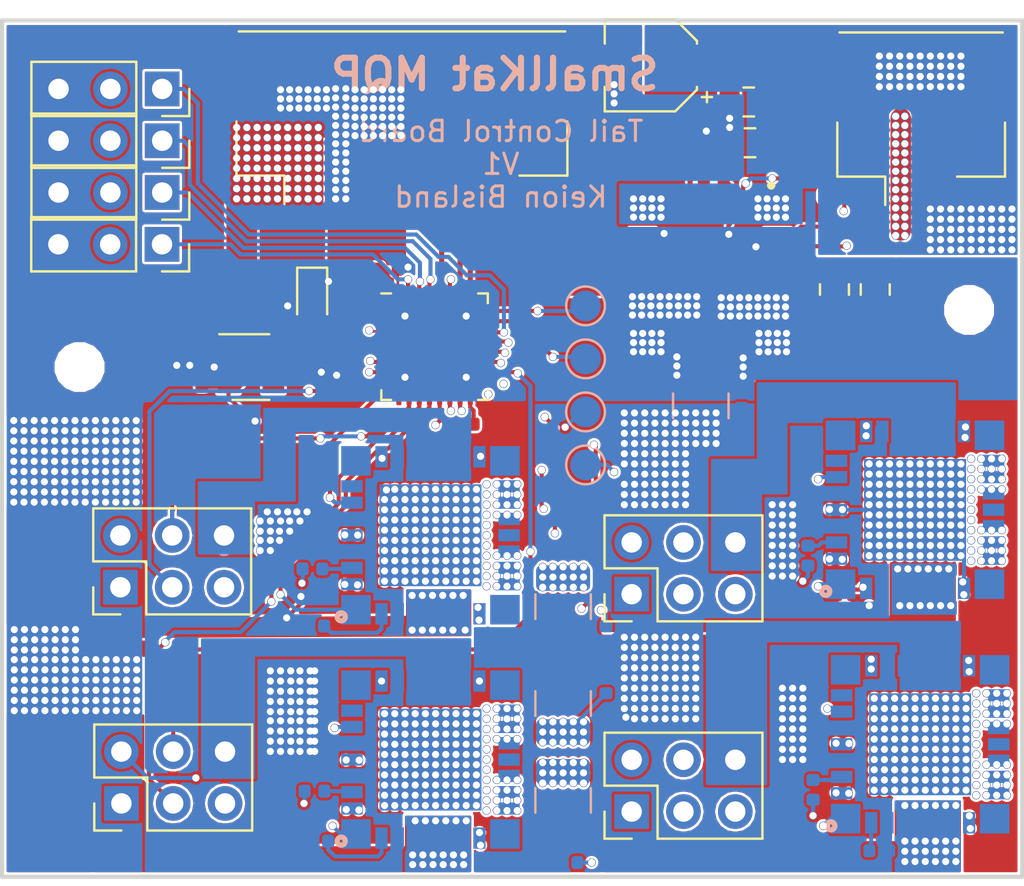
<source format=kicad_pcb>
(kicad_pcb (version 20171130) (host pcbnew 5.0.1-33cea8e~68~ubuntu16.04.1)
  (layers (0 F.Cu signal) (1 In1.Cu signal) (2 In2.Cu signal) (31 B.Cu signal) (34 B.Paste user) (35 F.Paste user) (36 B.SilkS user) (37 F.SilkS user) (38 B.Mask user) (39 F.Mask user) (44 Edge.Cuts user))
  (net 0 "")
  (net 1 +3V3)
  (net 2 GND)
  (net 3 VIN)
  (net 4 VOUT)
  (net 5 "Net-(C10-Pad1)")
  (net 6 "Net-(C14-Pad2)")
  (net 7 "Net-(C17-Pad2)")
  (net 8 "Net-(C20-Pad2)")
  (net 9 "Net-(C23-Pad2)")
  (net 10 "Net-(D1-Pad2)")
  (net 11 M1IN)
  (net 12 "Net-(IC2-Pad3)")
  (net 13 M1DIR)
  (net 14 "Net-(IC2-Pad8)")
  (net 15 "Net-(IC2-Pad9)")
  (net 16 M1A)
  (net 17 "Net-(IC2-Pad17)")
  (net 18 "Net-(IC2-Pad21)")
  (net 19 "Net-(IC2-Pad25)")
  (net 20 M1B)
  (net 21 M3B)
  (net 22 "Net-(IC3-Pad25)")
  (net 23 "Net-(IC3-Pad21)")
  (net 24 "Net-(IC3-Pad17)")
  (net 25 M3A)
  (net 26 "Net-(IC3-Pad9)")
  (net 27 "Net-(IC3-Pad8)")
  (net 28 M3DIR)
  (net 29 "Net-(IC3-Pad3)")
  (net 30 M3IN)
  (net 31 M2IN)
  (net 32 "Net-(IC4-Pad3)")
  (net 33 M2DIR)
  (net 34 "Net-(IC4-Pad8)")
  (net 35 "Net-(IC4-Pad9)")
  (net 36 M2A)
  (net 37 "Net-(IC4-Pad17)")
  (net 38 "Net-(IC4-Pad21)")
  (net 39 "Net-(IC4-Pad25)")
  (net 40 M2B)
  (net 41 M4B)
  (net 42 "Net-(IC5-Pad25)")
  (net 43 "Net-(IC5-Pad21)")
  (net 44 "Net-(IC5-Pad17)")
  (net 45 M4A)
  (net 46 "Net-(IC5-Pad9)")
  (net 47 "Net-(IC5-Pad8)")
  (net 48 M4DIR)
  (net 49 "Net-(IC5-Pad3)")
  (net 50 M4IN)
  (net 51 ENC1A)
  (net 52 ENC1B)
  (net 53 ENC2B)
  (net 54 ENC2A)
  (net 55 MOSI)
  (net 56 SCK)
  (net 57 CS)
  (net 58 ENC3A)
  (net 59 ENC3B)
  (net 60 ENC4B)
  (net 61 ENC4A)
  (net 62 LS1)
  (net 63 LS2)
  (net 64 LS3)
  (net 65 LS4)
  (net 66 "Net-(R1-Pad1)")
  (net 67 "Net-(R2-Pad1)")
  (net 68 FB)
  (net 69 EN)
  (net 70 "Net-(IC1-Pad5)")
  (net 71 "Net-(IC1-Pad24)")
  (net 72 SWDIO)
  (net 73 SWCLK)
  (net 74 "Net-(U2-Pad4)")
  (net 75 "Net-(IC1-Pad4)")
  (net 76 "Net-(IC1-Pad7)")
  (net 77 "Net-(IC1-Pad16)")
  (net 78 "Net-(IC1-Pad17)")
  (module mc33926:QFN80P800X800X220-33N (layer B.Cu) (at 44.75 24)
    (fp_text reference IC2 (at 0 0) (layer B.SilkS) (effects (font (size 0 0)) (justify mirror)))
    (fp_text value MC33926PNB hide)
    (pad 2 smd rect (at -3.85 2.4 270) (size 0.6 1.05) (layers B.Cu B.Paste B.Mask) (net 2 GND))
    (pad 3 smd rect (at -3.85 1.6 270) (size 0.6 1.05) (layers B.Cu B.Paste B.Mask) (net 12 "Net-(IC2-Pad3)"))
    (pad 4 smd rect (at -3.85 0.8 270) (size 0.6 1.05) (layers B.Cu B.Paste B.Mask) (net 3 VIN))
    (pad 5 smd rect (at -3.85 0 270) (size 0.6 1.05) (layers B.Cu B.Paste B.Mask) (net 2 GND))
    (pad 6 smd rect (at -3.85 -0.8 270) (size 0.6 1.05) (layers B.Cu B.Paste B.Mask) (net 3 VIN))
    (pad 7 smd rect (at -3.85 -1.6 270) (size 0.6 1.05) (layers B.Cu B.Paste B.Mask) (net 13 M1DIR))
    (pad 8 smd rect (at -3.85 -2.4 270) (size 0.6 1.05) (layers B.Cu B.Paste B.Mask) (net 14 "Net-(IC2-Pad8)"))
    (pad 9 smd rect (at -3.65 -3.65) (size 1.45 1.45) (layers B.Cu B.Paste B.Mask) (net 15 "Net-(IC2-Pad9)"))
    (pad 10 smd rect (at -2.4 -3.85) (size 0.6 1.05) (layers B.Cu B.Paste B.Mask) (net 1 +3V3))
    (pad 11 smd rect (at -1.6 -3.85) (size 0.6 1.05) (layers B.Cu B.Paste B.Mask) (net 3 VIN))
    (pad 12 smd rect (at -0.8 -3.85) (size 0.6 1.05) (layers B.Cu B.Paste B.Mask) (net 16 M1A))
    (pad 13 smd rect (at 0 -3.85) (size 0.6 1.05) (layers B.Cu B.Paste B.Mask) (net 16 M1A))
    (pad 14 smd rect (at 0.8 -3.85) (size 0.6 1.05) (layers B.Cu B.Paste B.Mask) (net 16 M1A))
    (pad 15 smd rect (at 1.6 -3.85) (size 0.6 1.05) (layers B.Cu B.Paste B.Mask) (net 16 M1A))
    (pad 16 smd rect (at 2.4 -3.85) (size 0.6 1.05) (layers B.Cu B.Paste B.Mask) (net 1 +3V3))
    (pad 17 smd rect (at 3.65 -3.65 270) (size 1.45 1.45) (layers B.Cu B.Paste B.Mask) (net 17 "Net-(IC2-Pad17)"))
    (pad 18 smd rect (at 3.85 -2.4 270) (size 0.6 1.05) (layers B.Cu B.Paste B.Mask) (net 2 GND))
    (pad 19 smd rect (at 3.85 -1.6 270) (size 0.6 1.05) (layers B.Cu B.Paste B.Mask) (net 2 GND))
    (pad 20 smd rect (at 3.85 -0.8 270) (size 0.6 1.05) (layers B.Cu B.Paste B.Mask) (net 2 GND))
    (pad 21 smd rect (at 3.85 0 270) (size 0.6 1.05) (layers B.Cu B.Paste B.Mask) (net 18 "Net-(IC2-Pad21)"))
    (pad 22 smd rect (at 3.85 0.8 270) (size 0.6 1.05) (layers B.Cu B.Paste B.Mask) (net 2 GND))
    (pad 23 smd rect (at 3.85 1.6 270) (size 0.6 1.05) (layers B.Cu B.Paste B.Mask) (net 2 GND))
    (pad 24 smd rect (at 3.85 2.4 270) (size 0.6 1.05) (layers B.Cu B.Paste B.Mask) (net 2 GND))
    (pad 25 smd rect (at 3.65 3.65) (size 1.45 1.45) (layers B.Cu B.Paste B.Mask) (net 19 "Net-(IC2-Pad25)"))
    (pad 26 smd rect (at 2.4 3.85) (size 0.6 1.05) (layers B.Cu B.Paste B.Mask) (net 2 GND))
    (pad 27 smd rect (at 1.6 3.85) (size 0.6 1.05) (layers B.Cu B.Paste B.Mask) (net 20 M1B))
    (pad 28 smd rect (at 0.8 3.85) (size 0.6 1.05) (layers B.Cu B.Paste B.Mask) (net 20 M1B))
    (pad 29 smd rect (at 0 3.85) (size 0.6 1.05) (layers B.Cu B.Paste B.Mask) (net 20 M1B))
    (pad 30 smd rect (at -0.8 3.85) (size 0.6 1.05) (layers B.Cu B.Paste B.Mask) (net 20 M1B))
    (pad 31 smd rect (at -1.6 3.85) (size 0.6 1.05) (layers B.Cu B.Paste B.Mask) (net 3 VIN))
    (pad 33 smd rect (at 0 0) (size 5 5) (layers B.Cu B.Paste B.Mask) (net 2 GND))
    (pad 1 smd rect (at -3.65 3.65 270) (size 1.45 1.45) (layers B.Cu B.Paste B.Mask) (net 11 M1IN))
    (pad 32 smd rect (at -2.4 3.85) (size 0.6 1.05) (layers B.Cu B.Paste B.Mask) (net 6 "Net-(C14-Pad2)"))
  )
  (module mc33926:QFN80P800X800X220-33N (layer B.Cu) (at 45 35.5)
    (fp_text reference IC5 (at 0 0) (layer B.SilkS) (effects (font (size 0 0)) (justify mirror)))
    (fp_text value MC33926PNB hide)
    (pad 32 smd rect (at -2.4 3.85) (size 0.6 1.05) (layers B.Cu B.Paste B.Mask) (net 9 "Net-(C23-Pad2)"))
    (pad 1 smd rect (at -3.65 3.65 270) (size 1.45 1.45) (layers B.Cu B.Paste B.Mask) (net 50 M4IN))
    (pad 33 smd rect (at 0 0) (size 5 5) (layers B.Cu B.Paste B.Mask) (net 2 GND))
    (pad 31 smd rect (at -1.6 3.85) (size 0.6 1.05) (layers B.Cu B.Paste B.Mask) (net 3 VIN))
    (pad 30 smd rect (at -0.8 3.85) (size 0.6 1.05) (layers B.Cu B.Paste B.Mask) (net 41 M4B))
    (pad 29 smd rect (at 0 3.85) (size 0.6 1.05) (layers B.Cu B.Paste B.Mask) (net 41 M4B))
    (pad 28 smd rect (at 0.8 3.85) (size 0.6 1.05) (layers B.Cu B.Paste B.Mask) (net 41 M4B))
    (pad 27 smd rect (at 1.6 3.85) (size 0.6 1.05) (layers B.Cu B.Paste B.Mask) (net 41 M4B))
    (pad 26 smd rect (at 2.4 3.85) (size 0.6 1.05) (layers B.Cu B.Paste B.Mask) (net 2 GND))
    (pad 25 smd rect (at 3.65 3.65) (size 1.45 1.45) (layers B.Cu B.Paste B.Mask) (net 42 "Net-(IC5-Pad25)"))
    (pad 24 smd rect (at 3.85 2.4 270) (size 0.6 1.05) (layers B.Cu B.Paste B.Mask) (net 2 GND))
    (pad 23 smd rect (at 3.85 1.6 270) (size 0.6 1.05) (layers B.Cu B.Paste B.Mask) (net 2 GND))
    (pad 22 smd rect (at 3.85 0.8 270) (size 0.6 1.05) (layers B.Cu B.Paste B.Mask) (net 2 GND))
    (pad 21 smd rect (at 3.85 0 270) (size 0.6 1.05) (layers B.Cu B.Paste B.Mask) (net 43 "Net-(IC5-Pad21)"))
    (pad 20 smd rect (at 3.85 -0.8 270) (size 0.6 1.05) (layers B.Cu B.Paste B.Mask) (net 2 GND))
    (pad 19 smd rect (at 3.85 -1.6 270) (size 0.6 1.05) (layers B.Cu B.Paste B.Mask) (net 2 GND))
    (pad 18 smd rect (at 3.85 -2.4 270) (size 0.6 1.05) (layers B.Cu B.Paste B.Mask) (net 2 GND))
    (pad 17 smd rect (at 3.65 -3.65 270) (size 1.45 1.45) (layers B.Cu B.Paste B.Mask) (net 44 "Net-(IC5-Pad17)"))
    (pad 16 smd rect (at 2.4 -3.85) (size 0.6 1.05) (layers B.Cu B.Paste B.Mask) (net 1 +3V3))
    (pad 15 smd rect (at 1.6 -3.85) (size 0.6 1.05) (layers B.Cu B.Paste B.Mask) (net 45 M4A))
    (pad 14 smd rect (at 0.8 -3.85) (size 0.6 1.05) (layers B.Cu B.Paste B.Mask) (net 45 M4A))
    (pad 13 smd rect (at 0 -3.85) (size 0.6 1.05) (layers B.Cu B.Paste B.Mask) (net 45 M4A))
    (pad 12 smd rect (at -0.8 -3.85) (size 0.6 1.05) (layers B.Cu B.Paste B.Mask) (net 45 M4A))
    (pad 11 smd rect (at -1.6 -3.85) (size 0.6 1.05) (layers B.Cu B.Paste B.Mask) (net 3 VIN))
    (pad 10 smd rect (at -2.4 -3.85) (size 0.6 1.05) (layers B.Cu B.Paste B.Mask) (net 1 +3V3))
    (pad 9 smd rect (at -3.65 -3.65) (size 1.45 1.45) (layers B.Cu B.Paste B.Mask) (net 46 "Net-(IC5-Pad9)"))
    (pad 8 smd rect (at -3.85 -2.4 270) (size 0.6 1.05) (layers B.Cu B.Paste B.Mask) (net 47 "Net-(IC5-Pad8)"))
    (pad 7 smd rect (at -3.85 -1.6 270) (size 0.6 1.05) (layers B.Cu B.Paste B.Mask) (net 48 M4DIR))
    (pad 6 smd rect (at -3.85 -0.8 270) (size 0.6 1.05) (layers B.Cu B.Paste B.Mask) (net 3 VIN))
    (pad 5 smd rect (at -3.85 0 270) (size 0.6 1.05) (layers B.Cu B.Paste B.Mask) (net 2 GND))
    (pad 4 smd rect (at -3.85 0.8 270) (size 0.6 1.05) (layers B.Cu B.Paste B.Mask) (net 3 VIN))
    (pad 3 smd rect (at -3.85 1.6 270) (size 0.6 1.05) (layers B.Cu B.Paste B.Mask) (net 49 "Net-(IC5-Pad3)"))
    (pad 2 smd rect (at -3.85 2.4 270) (size 0.6 1.05) (layers B.Cu B.Paste B.Mask) (net 2 GND))
  )
  (module mc33926:QFN80P800X800X220-33N (layer B.Cu) (at 21 25.25)
    (fp_text reference IC4 (at 0 0) (layer B.SilkS) (effects (font (size 0 0)) (justify mirror)))
    (fp_text value MC33926PNB hide)
    (pad 2 smd rect (at -3.85 2.4 270) (size 0.6 1.05) (layers B.Cu B.Paste B.Mask) (net 2 GND))
    (pad 3 smd rect (at -3.85 1.6 270) (size 0.6 1.05) (layers B.Cu B.Paste B.Mask) (net 32 "Net-(IC4-Pad3)"))
    (pad 4 smd rect (at -3.85 0.8 270) (size 0.6 1.05) (layers B.Cu B.Paste B.Mask) (net 3 VIN))
    (pad 5 smd rect (at -3.85 0 270) (size 0.6 1.05) (layers B.Cu B.Paste B.Mask) (net 2 GND))
    (pad 6 smd rect (at -3.85 -0.8 270) (size 0.6 1.05) (layers B.Cu B.Paste B.Mask) (net 3 VIN))
    (pad 7 smd rect (at -3.85 -1.6 270) (size 0.6 1.05) (layers B.Cu B.Paste B.Mask) (net 33 M2DIR))
    (pad 8 smd rect (at -3.85 -2.4 270) (size 0.6 1.05) (layers B.Cu B.Paste B.Mask) (net 34 "Net-(IC4-Pad8)"))
    (pad 9 smd rect (at -3.65 -3.65) (size 1.45 1.45) (layers B.Cu B.Paste B.Mask) (net 35 "Net-(IC4-Pad9)"))
    (pad 10 smd rect (at -2.4 -3.85) (size 0.6 1.05) (layers B.Cu B.Paste B.Mask) (net 1 +3V3))
    (pad 11 smd rect (at -1.6 -3.85) (size 0.6 1.05) (layers B.Cu B.Paste B.Mask) (net 3 VIN))
    (pad 12 smd rect (at -0.8 -3.85) (size 0.6 1.05) (layers B.Cu B.Paste B.Mask) (net 36 M2A))
    (pad 13 smd rect (at 0 -3.85) (size 0.6 1.05) (layers B.Cu B.Paste B.Mask) (net 36 M2A))
    (pad 14 smd rect (at 0.8 -3.85) (size 0.6 1.05) (layers B.Cu B.Paste B.Mask) (net 36 M2A))
    (pad 15 smd rect (at 1.6 -3.85) (size 0.6 1.05) (layers B.Cu B.Paste B.Mask) (net 36 M2A))
    (pad 16 smd rect (at 2.4 -3.85) (size 0.6 1.05) (layers B.Cu B.Paste B.Mask) (net 1 +3V3))
    (pad 17 smd rect (at 3.65 -3.65 270) (size 1.45 1.45) (layers B.Cu B.Paste B.Mask) (net 37 "Net-(IC4-Pad17)"))
    (pad 18 smd rect (at 3.85 -2.4 270) (size 0.6 1.05) (layers B.Cu B.Paste B.Mask) (net 2 GND))
    (pad 19 smd rect (at 3.85 -1.6 270) (size 0.6 1.05) (layers B.Cu B.Paste B.Mask) (net 2 GND))
    (pad 20 smd rect (at 3.85 -0.8 270) (size 0.6 1.05) (layers B.Cu B.Paste B.Mask) (net 2 GND))
    (pad 21 smd rect (at 3.85 0 270) (size 0.6 1.05) (layers B.Cu B.Paste B.Mask) (net 38 "Net-(IC4-Pad21)"))
    (pad 22 smd rect (at 3.85 0.8 270) (size 0.6 1.05) (layers B.Cu B.Paste B.Mask) (net 2 GND))
    (pad 23 smd rect (at 3.85 1.6 270) (size 0.6 1.05) (layers B.Cu B.Paste B.Mask) (net 2 GND))
    (pad 24 smd rect (at 3.85 2.4 270) (size 0.6 1.05) (layers B.Cu B.Paste B.Mask) (net 2 GND))
    (pad 25 smd rect (at 3.65 3.65) (size 1.45 1.45) (layers B.Cu B.Paste B.Mask) (net 39 "Net-(IC4-Pad25)"))
    (pad 26 smd rect (at 2.4 3.85) (size 0.6 1.05) (layers B.Cu B.Paste B.Mask) (net 2 GND))
    (pad 27 smd rect (at 1.6 3.85) (size 0.6 1.05) (layers B.Cu B.Paste B.Mask) (net 40 M2B))
    (pad 28 smd rect (at 0.8 3.85) (size 0.6 1.05) (layers B.Cu B.Paste B.Mask) (net 40 M2B))
    (pad 29 smd rect (at 0 3.85) (size 0.6 1.05) (layers B.Cu B.Paste B.Mask) (net 40 M2B))
    (pad 30 smd rect (at -0.8 3.85) (size 0.6 1.05) (layers B.Cu B.Paste B.Mask) (net 40 M2B))
    (pad 31 smd rect (at -1.6 3.85) (size 0.6 1.05) (layers B.Cu B.Paste B.Mask) (net 3 VIN))
    (pad 33 smd rect (at 0 0) (size 5 5) (layers B.Cu B.Paste B.Mask) (net 2 GND))
    (pad 1 smd rect (at -3.65 3.65 270) (size 1.45 1.45) (layers B.Cu B.Paste B.Mask) (net 31 M2IN))
    (pad 32 smd rect (at -2.4 3.85) (size 0.6 1.05) (layers B.Cu B.Paste B.Mask) (net 8 "Net-(C20-Pad2)"))
  )
  (module mc33926:QFN80P800X800X220-33N (layer B.Cu) (at 21 36.25)
    (fp_text reference IC3 (at 0 0) (layer B.SilkS) (effects (font (size 0 0)) (justify mirror)))
    (fp_text value MC33926PNB hide)
    (pad 32 smd rect (at -2.4 3.85) (size 0.6 1.05) (layers B.Cu B.Paste B.Mask) (net 7 "Net-(C17-Pad2)"))
    (pad 1 smd rect (at -3.65 3.65 270) (size 1.45 1.45) (layers B.Cu B.Paste B.Mask) (net 30 M3IN))
    (pad 33 smd rect (at 0 0) (size 5 5) (layers B.Cu B.Paste B.Mask) (net 2 GND))
    (pad 31 smd rect (at -1.6 3.85) (size 0.6 1.05) (layers B.Cu B.Paste B.Mask) (net 3 VIN))
    (pad 30 smd rect (at -0.8 3.85) (size 0.6 1.05) (layers B.Cu B.Paste B.Mask) (net 21 M3B))
    (pad 29 smd rect (at 0 3.85) (size 0.6 1.05) (layers B.Cu B.Paste B.Mask) (net 21 M3B))
    (pad 28 smd rect (at 0.8 3.85) (size 0.6 1.05) (layers B.Cu B.Paste B.Mask) (net 21 M3B))
    (pad 27 smd rect (at 1.6 3.85) (size 0.6 1.05) (layers B.Cu B.Paste B.Mask) (net 21 M3B))
    (pad 26 smd rect (at 2.4 3.85) (size 0.6 1.05) (layers B.Cu B.Paste B.Mask) (net 2 GND))
    (pad 25 smd rect (at 3.65 3.65) (size 1.45 1.45) (layers B.Cu B.Paste B.Mask) (net 22 "Net-(IC3-Pad25)"))
    (pad 24 smd rect (at 3.85 2.4 270) (size 0.6 1.05) (layers B.Cu B.Paste B.Mask) (net 2 GND))
    (pad 23 smd rect (at 3.85 1.6 270) (size 0.6 1.05) (layers B.Cu B.Paste B.Mask) (net 2 GND))
    (pad 22 smd rect (at 3.85 0.8 270) (size 0.6 1.05) (layers B.Cu B.Paste B.Mask) (net 2 GND))
    (pad 21 smd rect (at 3.85 0 270) (size 0.6 1.05) (layers B.Cu B.Paste B.Mask) (net 23 "Net-(IC3-Pad21)"))
    (pad 20 smd rect (at 3.85 -0.8 270) (size 0.6 1.05) (layers B.Cu B.Paste B.Mask) (net 2 GND))
    (pad 19 smd rect (at 3.85 -1.6 270) (size 0.6 1.05) (layers B.Cu B.Paste B.Mask) (net 2 GND))
    (pad 18 smd rect (at 3.85 -2.4 270) (size 0.6 1.05) (layers B.Cu B.Paste B.Mask) (net 2 GND))
    (pad 17 smd rect (at 3.65 -3.65 270) (size 1.45 1.45) (layers B.Cu B.Paste B.Mask) (net 24 "Net-(IC3-Pad17)"))
    (pad 16 smd rect (at 2.4 -3.85) (size 0.6 1.05) (layers B.Cu B.Paste B.Mask) (net 1 +3V3))
    (pad 15 smd rect (at 1.6 -3.85) (size 0.6 1.05) (layers B.Cu B.Paste B.Mask) (net 25 M3A))
    (pad 14 smd rect (at 0.8 -3.85) (size 0.6 1.05) (layers B.Cu B.Paste B.Mask) (net 25 M3A))
    (pad 13 smd rect (at 0 -3.85) (size 0.6 1.05) (layers B.Cu B.Paste B.Mask) (net 25 M3A))
    (pad 12 smd rect (at -0.8 -3.85) (size 0.6 1.05) (layers B.Cu B.Paste B.Mask) (net 25 M3A))
    (pad 11 smd rect (at -1.6 -3.85) (size 0.6 1.05) (layers B.Cu B.Paste B.Mask) (net 3 VIN))
    (pad 10 smd rect (at -2.4 -3.85) (size 0.6 1.05) (layers B.Cu B.Paste B.Mask) (net 1 +3V3))
    (pad 9 smd rect (at -3.65 -3.65) (size 1.45 1.45) (layers B.Cu B.Paste B.Mask) (net 26 "Net-(IC3-Pad9)"))
    (pad 8 smd rect (at -3.85 -2.4 270) (size 0.6 1.05) (layers B.Cu B.Paste B.Mask) (net 27 "Net-(IC3-Pad8)"))
    (pad 7 smd rect (at -3.85 -1.6 270) (size 0.6 1.05) (layers B.Cu B.Paste B.Mask) (net 28 M3DIR))
    (pad 6 smd rect (at -3.85 -0.8 270) (size 0.6 1.05) (layers B.Cu B.Paste B.Mask) (net 3 VIN))
    (pad 5 smd rect (at -3.85 0 270) (size 0.6 1.05) (layers B.Cu B.Paste B.Mask) (net 2 GND))
    (pad 4 smd rect (at -3.85 0.8 270) (size 0.6 1.05) (layers B.Cu B.Paste B.Mask) (net 3 VIN))
    (pad 3 smd rect (at -3.85 1.6 270) (size 0.6 1.05) (layers B.Cu B.Paste B.Mask) (net 29 "Net-(IC3-Pad3)"))
    (pad 2 smd rect (at -3.85 2.4 270) (size 0.6 1.05) (layers B.Cu B.Paste B.Mask) (net 2 GND))
  )
  (module MountingHole:MountingHole_2.2mm_M2 (layer F.Cu) (at 3.8 17)
    (fp_text reference H2 (at 0 -3.2) (layer F.SilkS) (effects (font (size 0 0))))
    (fp_text value MountingHole)
    (pad 1 np_thru_hole circle (at 0 0) (size 2.2 2.2) (drill 2.2) (layers *.Cu *.Mask))
  )
  (module MountingHole:MountingHole_2.2mm_M2 (layer F.Cu) (at 47.4 14.2)
    (fp_text reference H1 (at 0 -3.2) (layer F.SilkS) (effects (font (size 0 0))))
    (fp_text value MountingHole)
    (pad 1 np_thru_hole circle (at 0 0) (size 2.2 2.2) (drill 2.2) (layers *.Cu *.Mask))
  )
  (module LED_SMD:LED_0603_1608Metric (layer F.Cu) (at 15.2 13.6125 270)
    (fp_text reference D1 (at 0 -1.43 270) (layer F.SilkS) (effects (font (size 0 0))))
    (fp_text value LED)
    (pad 2 smd roundrect (at 0.7875 0 270) (size 0.875 0.95) (layers F.Cu F.Paste F.Mask) (net 10 "Net-(D1-Pad2)"))
    (pad 1 smd roundrect (at -0.7875 0 270) (size 0.875 0.95) (layers F.Cu F.Paste F.Mask) (net 2 GND))
  )
  (module Connector_Molex:Molex_CLIK-Mate_502443-0270_1x02-1MP_P2.00mm_Vertical (layer F.Cu) (at 45.05 5.1)
    (fp_text reference J10 (at 0 -5.6) (layer F.SilkS) (effects (font (size 0 0))))
    (fp_text value Conn_01x02_Male)
    (pad MP smd roundrect (at 3.35 -2.15) (size 1.8 3.6) (layers F.Cu F.Paste F.Mask) (roundrect_rratio 0.138889))
    (pad MP smd roundrect (at -3.35 -2.15) (size 1.8 3.6) (layers F.Cu F.Paste F.Mask) (roundrect_rratio 0.138889))
    (pad 2 smd roundrect (at 1 2.5) (size 1 2.9) (layers F.Cu F.Paste F.Mask) (net 4 VOUT))
    (pad 1 smd roundrect (at -1 2.5) (size 1 2.9) (layers F.Cu F.Paste F.Mask) (net 2 GND))
  )
  (module TPSM84824MOLR:TPSM84624MOLR (layer F.Cu) (at 34.7 12.5 270)
    (fp_text reference IC1 (at -0.275 0 270) (layer F.SilkS) (effects (font (size 0 0))))
    (fp_text value TPSM84824MOLR hide)
    (pad 24 smd rect (at -2.075 -3.3 270) (size 0.45 1.3) (layers F.Cu F.Paste F.Mask) (net 71 "Net-(IC1-Pad24)"))
    (pad 23 smd rect (at -1.425 -3.3 270) (size 0.45 1.3) (layers F.Cu F.Paste F.Mask) (net 2 GND))
    (pad 22 smd rect (at -0.15 -2.15 270) (size 1.4 3.6) (layers F.Cu F.Paste F.Mask) (net 3 VIN))
    (pad 21 smd rect (at 1.6 -2.15 270) (size 1.4 3.6) (layers F.Cu F.Paste F.Mask) (net 2 GND))
    (pad 20 smd rect (at 3.3 -3.05 270) (size 1.3 1.8) (layers F.Cu F.Paste F.Mask) (net 2 GND))
    (pad 19 smd rect (at 3.3 -1.625) (size 0.45 1.3) (layers F.Cu F.Paste F.Mask) (net 2 GND))
    (pad 18 smd rect (at 3.3 -0.975) (size 0.45 1.3) (layers F.Cu F.Paste F.Mask) (net 2 GND))
    (pad 17 smd rect (at 3.3 -0.325) (size 0.45 1.3) (layers F.Cu F.Paste F.Mask) (net 78 "Net-(IC1-Pad17)"))
    (pad 16 smd rect (at 3.3 0.325) (size 0.45 1.3) (layers F.Cu F.Paste F.Mask) (net 77 "Net-(IC1-Pad16)"))
    (pad 15 smd rect (at 3.3 0.975) (size 0.45 1.3) (layers F.Cu F.Paste F.Mask) (net 2 GND))
    (pad 14 smd rect (at 3.3 1.625) (size 0.45 1.3) (layers F.Cu F.Paste F.Mask) (net 2 GND))
    (pad 13 smd rect (at 3.3 3.05 270) (size 1.3 1.8) (layers F.Cu F.Paste F.Mask) (net 2 GND))
    (pad 12 smd rect (at 1.6 2.15 270) (size 1.4 3.6) (layers F.Cu F.Paste F.Mask) (net 2 GND))
    (pad 11 smd rect (at -0.15 2.15 270) (size 1.4 3.6) (layers F.Cu F.Paste F.Mask) (net 3 VIN))
    (pad 10 smd rect (at -1.425 3.3 270) (size 0.45 1.3) (layers F.Cu F.Paste F.Mask) (net 69 EN))
    (pad 9 smd rect (at -2.075 3.3 270) (size 0.45 1.3) (layers F.Cu F.Paste F.Mask) (net 2 GND))
    (pad 8 smd rect (at -3.3 3.05 270) (size 1.3 1.8) (layers F.Cu F.Paste F.Mask) (net 4 VOUT))
    (pad 7 smd rect (at -3.3 1.625) (size 0.45 1.3) (layers F.Cu F.Paste F.Mask) (net 76 "Net-(IC1-Pad7)"))
    (pad 6 smd rect (at -3.3 0.975) (size 0.45 1.3) (layers F.Cu F.Paste F.Mask) (net 5 "Net-(C10-Pad1)"))
    (pad 5 smd rect (at -3.3 0.325) (size 0.45 1.3) (layers F.Cu F.Paste F.Mask) (net 70 "Net-(IC1-Pad5)"))
    (pad 4 smd rect (at -3.3 -0.325) (size 0.45 1.3) (layers F.Cu F.Paste F.Mask) (net 75 "Net-(IC1-Pad4)"))
    (pad 3 smd rect (at -3.3 -0.975) (size 0.45 1.3) (layers F.Cu F.Paste F.Mask) (net 2 GND))
    (pad 2 smd rect (at -3.3 -1.625) (size 0.45 1.3) (layers F.Cu F.Paste F.Mask) (net 68 FB))
    (pad 1 smd rect (at -3.3 -3.05 270) (size 1.3 1.8) (layers F.Cu F.Paste F.Mask) (net 4 VOUT))
  )
  (module Connector_PinHeader_2.54mm:PinHeader_2x03_P2.54mm_Vertical (layer F.Cu) (at 5.85 38.4 90)
    (fp_text reference J4 (at 1.27 -2.33 90) (layer F.SilkS) (effects (font (size 0 0))))
    (fp_text value Conn_02x03_Odd_Even)
    (pad 6 thru_hole oval (at 2.54 5.08 90) (size 1.7 1.7) (drill 1) (layers *.Cu *.Mask) (net 25 M3A))
    (pad 5 thru_hole oval (at 0 5.08 90) (size 1.7 1.7) (drill 1) (layers *.Cu *.Mask) (net 2 GND))
    (pad 4 thru_hole oval (at 2.54 2.54 90) (size 1.7 1.7) (drill 1) (layers *.Cu *.Mask) (net 59 ENC3B))
    (pad 3 thru_hole oval (at 0 2.54 90) (size 1.7 1.7) (drill 1) (layers *.Cu *.Mask) (net 58 ENC3A))
    (pad 2 thru_hole oval (at 2.54 0 90) (size 1.7 1.7) (drill 1) (layers *.Cu *.Mask) (net 1 +3V3))
    (pad 1 thru_hole rect (at 0 0 90) (size 1.7 1.7) (drill 1) (layers *.Cu *.Mask) (net 21 M3B))
  )
  (module Connector_PinHeader_2.54mm:PinHeader_2x03_P2.54mm_Vertical (layer F.Cu) (at 30.86 38.8 90)
    (fp_text reference J5 (at 1.27 -2.33 90) (layer F.SilkS) (effects (font (size 0 0))))
    (fp_text value Conn_02x03_Odd_Even)
    (pad 6 thru_hole oval (at 2.54 5.08 90) (size 1.7 1.7) (drill 1) (layers *.Cu *.Mask) (net 45 M4A))
    (pad 5 thru_hole oval (at 0 5.08 90) (size 1.7 1.7) (drill 1) (layers *.Cu *.Mask) (net 2 GND))
    (pad 4 thru_hole oval (at 2.54 2.54 90) (size 1.7 1.7) (drill 1) (layers *.Cu *.Mask) (net 60 ENC4B))
    (pad 3 thru_hole oval (at 0 2.54 90) (size 1.7 1.7) (drill 1) (layers *.Cu *.Mask) (net 61 ENC4A))
    (pad 2 thru_hole oval (at 2.54 0 90) (size 1.7 1.7) (drill 1) (layers *.Cu *.Mask) (net 1 +3V3))
    (pad 1 thru_hole rect (at 0 0 90) (size 1.7 1.7) (drill 1) (layers *.Cu *.Mask) (net 41 M4B))
  )
  (module Capacitor_SMD:C_0402_1005Metric (layer F.Cu) (at 16.885 16.6 180)
    (fp_text reference C1 (at 0 -1.17 180) (layer F.SilkS) (effects (font (size 0 0))))
    (fp_text value C)
    (pad 2 smd roundrect (at 0.485 0 180) (size 0.59 0.64) (layers F.Cu F.Paste F.Mask) (net 2 GND))
    (pad 1 smd roundrect (at -0.485 0 180) (size 0.59 0.64) (layers F.Cu F.Paste F.Mask) (net 1 +3V3))
  )
  (module Capacitor_SMD:C_0402_1005Metric (layer F.Cu) (at 18.915 12.2)
    (fp_text reference C2 (at 0 -1.17) (layer F.SilkS) (effects (font (size 0 0))))
    (fp_text value C)
    (pad 2 smd roundrect (at 0.485 0) (size 0.59 0.64) (layers F.Cu F.Paste F.Mask) (net 2 GND))
    (pad 1 smd roundrect (at -0.485 0) (size 0.59 0.64) (layers F.Cu F.Paste F.Mask) (net 1 +3V3))
  )
  (module Capacitor_SMD:C_0402_1005Metric (layer F.Cu) (at 23.6 19.8 180)
    (fp_text reference C3 (at 0 -1.17 180) (layer F.SilkS) (effects (font (size 0 0))))
    (fp_text value C)
    (pad 2 smd roundrect (at 0.485 0 180) (size 0.59 0.64) (layers F.Cu F.Paste F.Mask) (net 2 GND))
    (pad 1 smd roundrect (at -0.485 0 180) (size 0.59 0.64) (layers F.Cu F.Paste F.Mask) (net 1 +3V3))
  )
  (module Capacitor_SMD:C_0402_1005Metric (layer F.Cu) (at 9.8 17.4 90)
    (fp_text reference C4 (at 0 -1.17 90) (layer F.SilkS) (effects (font (size 0 0))))
    (fp_text value C)
    (pad 2 smd roundrect (at 0.485 0 90) (size 0.59 0.64) (layers F.Cu F.Paste F.Mask) (net 2 GND))
    (pad 1 smd roundrect (at -0.485 0 90) (size 0.59 0.64) (layers F.Cu F.Paste F.Mask) (net 3 VIN))
  )
  (module Capacitor_SMD:C_0402_1005Metric (layer F.Cu) (at 15 16.6 270)
    (fp_text reference C5 (at 0 -1.17 270) (layer F.SilkS) (effects (font (size 0 0))))
    (fp_text value C)
    (pad 2 smd roundrect (at 0.485 0 270) (size 0.59 0.64) (layers F.Cu F.Paste F.Mask) (net 2 GND))
    (pad 1 smd roundrect (at -0.485 0 270) (size 0.59 0.64) (layers F.Cu F.Paste F.Mask) (net 1 +3V3))
  )
  (module Capacitor_SMD:C_0805_2012Metric (layer F.Cu) (at 42.8 13.2 270)
    (fp_text reference C6 (at 0 -1.65 270) (layer F.SilkS) (effects (font (size 0 0))))
    (fp_text value C)
    (pad 2 smd roundrect (at 0.9375 0 270) (size 0.975 1.4) (layers F.Cu F.Paste F.Mask) (net 2 GND))
    (pad 1 smd roundrect (at -0.9375 0 270) (size 0.975 1.4) (layers F.Cu F.Paste F.Mask) (net 3 VIN))
  )
  (module Capacitor_SMD:C_0805_2012Metric (layer F.Cu) (at 40.8 13.2 270)
    (fp_text reference C7 (at 0 -1.65 270) (layer F.SilkS) (effects (font (size 0 0))))
    (fp_text value C)
    (pad 2 smd roundrect (at 0.9375 0 270) (size 0.975 1.4) (layers F.Cu F.Paste F.Mask) (net 2 GND))
    (pad 1 smd roundrect (at -0.9375 0 270) (size 0.975 1.4) (layers F.Cu F.Paste F.Mask) (net 3 VIN))
  )
  (module Capacitor_SMD:CP_Elec_4x3 (layer F.Cu) (at 31.8 2.2 180)
    (fp_text reference C8 (at 0 -3.2 180) (layer F.SilkS) (effects (font (size 0 0))))
    (fp_text value CP)
    (pad 2 smd rect (at 1.8 0 180) (size 2.6 1.6) (layers F.Cu F.Paste F.Mask) (net 2 GND))
    (pad 1 smd rect (at -1.8 0 180) (size 2.6 1.6) (layers F.Cu F.Paste F.Mask) (net 4 VOUT))
  )
  (module Capacitor_SMD:C_0805_2012Metric (layer F.Cu) (at 36.6625 6 180)
    (fp_text reference C9 (at 0 -1.65 180) (layer F.SilkS) (effects (font (size 0 0))))
    (fp_text value C)
    (pad 2 smd roundrect (at 0.9375 0 180) (size 0.975 1.4) (layers F.Cu F.Paste F.Mask) (net 2 GND))
    (pad 1 smd roundrect (at -0.9375 0 180) (size 0.975 1.4) (layers F.Cu F.Paste F.Mask) (net 4 VOUT))
  )
  (module Capacitor_SMD:C_0402_1005Metric (layer F.Cu) (at 33.8 5.915 90)
    (fp_text reference C10 (at 0 -1.17 90) (layer F.SilkS) (effects (font (size 0 0))))
    (fp_text value C)
    (pad 2 smd roundrect (at 0.485 0 90) (size 0.59 0.64) (layers F.Cu F.Paste F.Mask) (net 2 GND))
    (pad 1 smd roundrect (at -0.485 0 90) (size 0.59 0.64) (layers F.Cu F.Paste F.Mask) (net 5 "Net-(C10-Pad1)"))
  )
  (module Capacitor_SMD:C_0805_2012Metric (layer F.Cu) (at 36.6 4 180)
    (fp_text reference C11 (at 0 -1.65 180) (layer F.SilkS) (effects (font (size 0 0))))
    (fp_text value C)
    (pad 2 smd roundrect (at 0.9375 0 180) (size 0.975 1.4) (layers F.Cu F.Paste F.Mask) (net 2 GND))
    (pad 1 smd roundrect (at -0.9375 0 180) (size 0.975 1.4) (layers F.Cu F.Paste F.Mask) (net 4 VOUT))
  )
  (module Capacitor_SMD:C_0402_1005Metric (layer B.Cu) (at 27.715 41.3)
    (fp_text reference C12 (at 0 1.17) (layer B.SilkS) (effects (font (size 0 0)) (justify mirror)))
    (fp_text value C)
    (pad 2 smd roundrect (at 0.485 0) (size 0.59 0.64) (layers B.Cu B.Paste B.Mask) (net 2 GND))
    (pad 1 smd roundrect (at -0.485 0) (size 0.59 0.64) (layers B.Cu B.Paste B.Mask) (net 3 VIN))
  )
  (module Capacitor_SMD:C_1210_3225Metric (layer B.Cu) (at 27.5 28.75 90)
    (fp_text reference C13 (at 0 2.28 90) (layer B.SilkS) (effects (font (size 0 0)) (justify mirror)))
    (fp_text value C)
    (pad 2 smd roundrect (at 1.4 0 90) (size 1.25 2.65) (layers B.Cu B.Paste B.Mask) (roundrect_rratio 0.2) (net 2 GND))
    (pad 1 smd roundrect (at -1.4 0 90) (size 1.25 2.65) (layers B.Cu B.Paste B.Mask) (roundrect_rratio 0.2) (net 3 VIN))
  )
  (module Capacitor_SMD:C_0402_1005Metric (layer F.Cu) (at 41.3 28.4 90)
    (fp_text reference C14 (at 0 -1.17 90) (layer F.SilkS) (effects (font (size 0 0))))
    (fp_text value C)
    (pad 2 smd roundrect (at 0.485 0 90) (size 0.59 0.64) (layers F.Cu F.Paste F.Mask) (net 6 "Net-(C14-Pad2)"))
    (pad 1 smd roundrect (at -0.485 0 90) (size 0.59 0.64) (layers F.Cu F.Paste F.Mask) (net 3 VIN))
  )
  (module Capacitor_SMD:C_0402_1005Metric (layer B.Cu) (at 36.25 18.515 90)
    (fp_text reference C15 (at 0 1.17 90) (layer B.SilkS) (effects (font (size 0 0)) (justify mirror)))
    (fp_text value C)
    (pad 2 smd roundrect (at 0.485 0 90) (size 0.59 0.64) (layers B.Cu B.Paste B.Mask) (net 2 GND))
    (pad 1 smd roundrect (at -0.485 0 90) (size 0.59 0.64) (layers B.Cu B.Paste B.Mask) (net 3 VIN))
  )
  (module Capacitor_SMD:C_1210_3225Metric (layer B.Cu) (at 34.25 18.9 90)
    (fp_text reference C16 (at 0 2.28 90) (layer B.SilkS) (effects (font (size 0 0)) (justify mirror)))
    (fp_text value C)
    (pad 2 smd roundrect (at 1.4 0 90) (size 1.25 2.65) (layers B.Cu B.Paste B.Mask) (roundrect_rratio 0.2) (net 2 GND))
    (pad 1 smd roundrect (at -1.4 0 90) (size 1.25 2.65) (layers B.Cu B.Paste B.Mask) (roundrect_rratio 0.2) (net 3 VIN))
  )
  (module Capacitor_SMD:C_0402_1005Metric (layer B.Cu) (at 15.5 40.25)
    (fp_text reference C17 (at 0 1.17) (layer B.SilkS) (effects (font (size 0 0)) (justify mirror)))
    (fp_text value C)
    (pad 2 smd roundrect (at 0.485 0) (size 0.59 0.64) (layers B.Cu B.Paste B.Mask) (net 7 "Net-(C17-Pad2)"))
    (pad 1 smd roundrect (at -0.485 0) (size 0.59 0.64) (layers B.Cu B.Paste B.Mask) (net 3 VIN))
  )
  (module Capacitor_SMD:C_0402_1005Metric (layer B.Cu) (at 29.6 32.515 270)
    (fp_text reference C18 (at 0 1.17 270) (layer B.SilkS) (effects (font (size 0 0)) (justify mirror)))
    (fp_text value C)
    (pad 2 smd roundrect (at 0.485 0 270) (size 0.59 0.64) (layers B.Cu B.Paste B.Mask) (net 2 GND))
    (pad 1 smd roundrect (at -0.485 0 270) (size 0.59 0.64) (layers B.Cu B.Paste B.Mask) (net 3 VIN))
  )
  (module Capacitor_SMD:C_1210_3225Metric (layer B.Cu) (at 27.5 33.5 270)
    (fp_text reference C19 (at 0 2.28 270) (layer B.SilkS) (effects (font (size 0 0)) (justify mirror)))
    (fp_text value C)
    (pad 2 smd roundrect (at 1.4 0 270) (size 1.25 2.65) (layers B.Cu B.Paste B.Mask) (roundrect_rratio 0.2) (net 2 GND))
    (pad 1 smd roundrect (at -1.4 0 270) (size 1.25 2.65) (layers B.Cu B.Paste B.Mask) (roundrect_rratio 0.2) (net 3 VIN))
  )
  (module Capacitor_SMD:C_0402_1005Metric (layer B.Cu) (at 15.3 29.7)
    (fp_text reference C20 (at 0 1.17) (layer B.SilkS) (effects (font (size 0 0)) (justify mirror)))
    (fp_text value C)
    (pad 2 smd roundrect (at 0.485 0) (size 0.59 0.64) (layers B.Cu B.Paste B.Mask) (net 8 "Net-(C20-Pad2)"))
    (pad 1 smd roundrect (at -0.485 0) (size 0.59 0.64) (layers B.Cu B.Paste B.Mask) (net 3 VIN))
  )
  (module Capacitor_SMD:C_0402_1005Metric (layer B.Cu) (at 29.6 30.2 90)
    (fp_text reference C21 (at 0 1.17 90) (layer B.SilkS) (effects (font (size 0 0)) (justify mirror)))
    (fp_text value C)
    (pad 2 smd roundrect (at 0.485 0 90) (size 0.59 0.64) (layers B.Cu B.Paste B.Mask) (net 2 GND))
    (pad 1 smd roundrect (at -0.485 0 90) (size 0.59 0.64) (layers B.Cu B.Paste B.Mask) (net 3 VIN))
  )
  (module Capacitor_SMD:C_1210_3225Metric (layer B.Cu) (at 27.5 38.25 90)
    (fp_text reference C22 (at 0 2.28 90) (layer B.SilkS) (effects (font (size 0 0)) (justify mirror)))
    (fp_text value C)
    (pad 2 smd roundrect (at 1.4 0 90) (size 1.25 2.65) (layers B.Cu B.Paste B.Mask) (roundrect_rratio 0.2) (net 2 GND))
    (pad 1 smd roundrect (at -1.4 0 90) (size 1.25 2.65) (layers B.Cu B.Paste B.Mask) (roundrect_rratio 0.2) (net 3 VIN))
  )
  (module Capacitor_SMD:C_0402_1005Metric (layer B.Cu) (at 42.995 40.72 180)
    (fp_text reference C23 (at 0 1.17 180) (layer B.SilkS) (effects (font (size 0 0)) (justify mirror)))
    (fp_text value C)
    (pad 2 smd roundrect (at 0.485 0 180) (size 0.59 0.64) (layers B.Cu B.Paste B.Mask) (net 9 "Net-(C23-Pad2)"))
    (pad 1 smd roundrect (at -0.485 0 180) (size 0.59 0.64) (layers B.Cu B.Paste B.Mask) (net 3 VIN))
  )
  (module Connector_PinHeader_2.54mm:PinHeader_2x03_P2.54mm_Vertical (layer F.Cu) (at 30.86 28.14 90)
    (fp_text reference J1 (at 1.27 -2.33 90) (layer F.SilkS) (effects (font (size 0 0))))
    (fp_text value Conn_02x03_Odd_Even)
    (pad 6 thru_hole oval (at 2.54 5.08 90) (size 1.7 1.7) (drill 1) (layers *.Cu *.Mask) (net 16 M1A))
    (pad 5 thru_hole oval (at 0 5.08 90) (size 1.7 1.7) (drill 1) (layers *.Cu *.Mask) (net 2 GND))
    (pad 4 thru_hole oval (at 2.54 2.54 90) (size 1.7 1.7) (drill 1) (layers *.Cu *.Mask) (net 52 ENC1B))
    (pad 3 thru_hole oval (at 0 2.54 90) (size 1.7 1.7) (drill 1) (layers *.Cu *.Mask) (net 51 ENC1A))
    (pad 2 thru_hole oval (at 2.54 0 90) (size 1.7 1.7) (drill 1) (layers *.Cu *.Mask) (net 1 +3V3))
    (pad 1 thru_hole rect (at 0 0 90) (size 1.7 1.7) (drill 1) (layers *.Cu *.Mask) (net 20 M1B))
  )
  (module Connector_PinHeader_2.54mm:PinHeader_2x03_P2.54mm_Vertical (layer F.Cu) (at 5.8 27.8 90)
    (fp_text reference J2 (at 1.27 -2.33 90) (layer F.SilkS) (effects (font (size 0 0))))
    (fp_text value Conn_02x03_Odd_Even)
    (pad 6 thru_hole oval (at 2.54 5.08 90) (size 1.7 1.7) (drill 1) (layers *.Cu *.Mask) (net 36 M2A))
    (pad 5 thru_hole oval (at 0 5.08 90) (size 1.7 1.7) (drill 1) (layers *.Cu *.Mask) (net 2 GND))
    (pad 4 thru_hole oval (at 2.54 2.54 90) (size 1.7 1.7) (drill 1) (layers *.Cu *.Mask) (net 53 ENC2B))
    (pad 3 thru_hole oval (at 0 2.54 90) (size 1.7 1.7) (drill 1) (layers *.Cu *.Mask) (net 54 ENC2A))
    (pad 2 thru_hole oval (at 2.54 0 90) (size 1.7 1.7) (drill 1) (layers *.Cu *.Mask) (net 1 +3V3))
    (pad 1 thru_hole rect (at 0 0 90) (size 1.7 1.7) (drill 1) (layers *.Cu *.Mask) (net 40 M2B))
  )
  (module Connector_Molex:Molex_CLIK-Mate_502443-0670_1x06-1MP_P2.00mm_Vertical (layer F.Cu) (at 19.6 5.05)
    (fp_text reference J3 (at 0 -5.6) (layer F.SilkS) (effects (font (size 0 0))))
    (fp_text value Conn_01x06_Male)
    (pad MP smd roundrect (at 7.35 -2.15) (size 1.8 3.6) (layers F.Cu F.Paste F.Mask) (roundrect_rratio 0.138889))
    (pad MP smd roundrect (at -7.35 -2.15) (size 1.8 3.6) (layers F.Cu F.Paste F.Mask) (roundrect_rratio 0.138889))
    (pad 6 smd roundrect (at 5 2.5) (size 1 2.9) (layers F.Cu F.Paste F.Mask) (net 57 CS))
    (pad 5 smd roundrect (at 3 2.5) (size 1 2.9) (layers F.Cu F.Paste F.Mask) (net 56 SCK))
    (pad 4 smd roundrect (at 1 2.5) (size 1 2.9) (layers F.Cu F.Paste F.Mask) (net 55 MOSI))
    (pad 3 smd roundrect (at -1 2.5) (size 1 2.9) (layers F.Cu F.Paste F.Mask) (net 2 GND))
    (pad 2 smd roundrect (at -3 2.5) (size 1 2.9) (layers F.Cu F.Paste F.Mask) (net 2 GND))
    (pad 1 smd roundrect (at -5 2.5) (size 1 2.9) (layers F.Cu F.Paste F.Mask) (net 3 VIN))
  )
  (module Connector_PinSocket_2.54mm:PinSocket_1x03_P2.54mm_Vertical (layer F.Cu) (at 7.85 3.36 270)
    (fp_text reference J6 (at 0 -2.77 270) (layer F.SilkS) (effects (font (size 0 0))))
    (fp_text value Conn_01x03_Male)
    (pad 3 thru_hole oval (at 0 5.08 270) (size 1.7 1.7) (drill 1) (layers *.Cu *.Mask) (net 2 GND))
    (pad 2 thru_hole oval (at 0 2.54 270) (size 1.7 1.7) (drill 1) (layers *.Cu *.Mask) (net 1 +3V3))
    (pad 1 thru_hole rect (at 0 0 270) (size 1.7 1.7) (drill 1) (layers *.Cu *.Mask) (net 62 LS1))
  )
  (module Connector_PinSocket_2.54mm:PinSocket_1x03_P2.54mm_Vertical (layer F.Cu) (at 7.85 5.9 270)
    (fp_text reference J7 (at 0 -2.77 270) (layer F.SilkS) (effects (font (size 0 0))))
    (fp_text value Conn_01x03_Male)
    (pad 3 thru_hole oval (at 0 5.08 270) (size 1.7 1.7) (drill 1) (layers *.Cu *.Mask) (net 2 GND))
    (pad 2 thru_hole oval (at 0 2.54 270) (size 1.7 1.7) (drill 1) (layers *.Cu *.Mask) (net 1 +3V3))
    (pad 1 thru_hole rect (at 0 0 270) (size 1.7 1.7) (drill 1) (layers *.Cu *.Mask) (net 63 LS2))
  )
  (module Connector_PinSocket_2.54mm:PinSocket_1x03_P2.54mm_Vertical (layer F.Cu) (at 7.85 8.44 270)
    (fp_text reference J8 (at 0 -2.77 270) (layer F.SilkS) (effects (font (size 0 0))))
    (fp_text value Conn_01x03_Male)
    (pad 3 thru_hole oval (at 0 5.08 270) (size 1.7 1.7) (drill 1) (layers *.Cu *.Mask) (net 2 GND))
    (pad 2 thru_hole oval (at 0 2.54 270) (size 1.7 1.7) (drill 1) (layers *.Cu *.Mask) (net 1 +3V3))
    (pad 1 thru_hole rect (at 0 0 270) (size 1.7 1.7) (drill 1) (layers *.Cu *.Mask) (net 64 LS3))
  )
  (module Connector_PinSocket_2.54mm:PinSocket_1x03_P2.54mm_Vertical (layer F.Cu) (at 7.84 10.98 270)
    (fp_text reference J9 (at 0 -2.77 270) (layer F.SilkS) (effects (font (size 0 0))))
    (fp_text value Conn_01x03_Male)
    (pad 3 thru_hole oval (at 0 5.08 270) (size 1.7 1.7) (drill 1) (layers *.Cu *.Mask) (net 2 GND))
    (pad 2 thru_hole oval (at 0 2.54 270) (size 1.7 1.7) (drill 1) (layers *.Cu *.Mask) (net 1 +3V3))
    (pad 1 thru_hole rect (at 0 0 270) (size 1.7 1.7) (drill 1) (layers *.Cu *.Mask) (net 65 LS4))
  )
  (module Resistor_SMD:R_0402_1005Metric (layer F.Cu) (at 16.915 14.6 180)
    (fp_text reference R1 (at 0 -1.17 180) (layer F.SilkS) (effects (font (size 0 0))))
    (fp_text value R)
    (pad 2 smd roundrect (at 0.485 0 180) (size 0.59 0.64) (layers F.Cu F.Paste F.Mask) (net 10 "Net-(D1-Pad2)"))
    (pad 1 smd roundrect (at -0.485 0 180) (size 0.59 0.64) (layers F.Cu F.Paste F.Mask) (net 66 "Net-(R1-Pad1)"))
  )
  (module Resistor_SMD:R_0402_1005Metric (layer F.Cu) (at 16.885 15.6 180)
    (fp_text reference R2 (at 0 -1.17 180) (layer F.SilkS) (effects (font (size 0 0))))
    (fp_text value R)
    (pad 2 smd roundrect (at 0.485 0 180) (size 0.59 0.64) (layers F.Cu F.Paste F.Mask) (net 1 +3V3))
    (pad 1 smd roundrect (at -0.485 0 180) (size 0.59 0.64) (layers F.Cu F.Paste F.Mask) (net 67 "Net-(R2-Pad1)"))
  )
  (module Resistor_SMD:R_0402_1005Metric (layer F.Cu) (at 39.315 6.2)
    (fp_text reference R3 (at 0 -1.17) (layer F.SilkS) (effects (font (size 0 0))))
    (fp_text value R)
    (pad 2 smd roundrect (at 0.485 0) (size 0.59 0.64) (layers F.Cu F.Paste F.Mask) (net 68 FB))
    (pad 1 smd roundrect (at -0.485 0) (size 0.59 0.64) (layers F.Cu F.Paste F.Mask) (net 4 VOUT))
  )
  (module Resistor_SMD:R_0402_1005Metric (layer F.Cu) (at 40.8 8.6)
    (fp_text reference R4 (at 0 -1.17) (layer F.SilkS) (effects (font (size 0 0))))
    (fp_text value R)
    (pad 2 smd roundrect (at 0.485 0) (size 0.59 0.64) (layers F.Cu F.Paste F.Mask) (net 2 GND))
    (pad 1 smd roundrect (at -0.485 0) (size 0.59 0.64) (layers F.Cu F.Paste F.Mask) (net 68 FB))
  )
  (module Resistor_SMD:R_0402_1005Metric (layer F.Cu) (at 27.515 11.2)
    (fp_text reference R5 (at 0 -1.17) (layer F.SilkS) (effects (font (size 0 0))))
    (fp_text value R)
    (pad 2 smd roundrect (at 0.485 0) (size 0.59 0.64) (layers F.Cu F.Paste F.Mask) (net 69 EN))
    (pad 1 smd roundrect (at -0.485 0) (size 0.59 0.64) (layers F.Cu F.Paste F.Mask) (net 3 VIN))
  )
  (module Resistor_SMD:R_0402_1005Metric (layer F.Cu) (at 29 10.8 90)
    (fp_text reference R6 (at 0 -1.17 90) (layer F.SilkS) (effects (font (size 0 0))))
    (fp_text value R)
    (pad 2 smd roundrect (at 0.485 0 90) (size 0.59 0.64) (layers F.Cu F.Paste F.Mask) (net 2 GND))
    (pad 1 smd roundrect (at -0.485 0 90) (size 0.59 0.64) (layers F.Cu F.Paste F.Mask) (net 69 EN))
  )
  (module Resistor_SMD:R_0402_1005Metric (layer F.Cu) (at 34.885 7.8)
    (fp_text reference R7 (at 0 -1.17) (layer F.SilkS) (effects (font (size 0 0))))
    (fp_text value R)
    (pad 2 smd roundrect (at 0.485 0) (size 0.59 0.64) (layers F.Cu F.Paste F.Mask) (net 2 GND))
    (pad 1 smd roundrect (at -0.485 0) (size 0.59 0.64) (layers F.Cu F.Paste F.Mask) (net 70 "Net-(IC1-Pad5)"))
  )
  (module Resistor_SMD:R_0402_1005Metric (layer F.Cu) (at 40.6 10.6 270)
    (fp_text reference R8 (at 0 -1.17 270) (layer F.SilkS) (effects (font (size 0 0))))
    (fp_text value R)
    (pad 2 smd roundrect (at 0.485 0 270) (size 0.59 0.64) (layers F.Cu F.Paste F.Mask) (net 2 GND))
    (pad 1 smd roundrect (at -0.485 0 270) (size 0.59 0.64) (layers F.Cu F.Paste F.Mask) (net 71 "Net-(IC1-Pad24)"))
  )
  (module Resistor_SMD:R_0402_1005Metric (layer B.Cu) (at 39.5 26.25 270)
    (fp_text reference R9 (at 0 1.17 270) (layer B.SilkS) (effects (font (size 0 0)) (justify mirror)))
    (fp_text value R)
    (pad 2 smd roundrect (at 0.485 0 270) (size 0.59 0.64) (layers B.Cu B.Paste B.Mask) (net 1 +3V3))
    (pad 1 smd roundrect (at -0.485 0 270) (size 0.59 0.64) (layers B.Cu B.Paste B.Mask) (net 12 "Net-(IC2-Pad3)"))
  )
  (module Resistor_SMD:R_0402_1005Metric (layer B.Cu) (at 15.315 37.8 180)
    (fp_text reference R10 (at 0 1.17 180) (layer B.SilkS) (effects (font (size 0 0)) (justify mirror)))
    (fp_text value R)
    (pad 2 smd roundrect (at 0.485 0 180) (size 0.59 0.64) (layers B.Cu B.Paste B.Mask) (net 1 +3V3))
    (pad 1 smd roundrect (at -0.485 0 180) (size 0.59 0.64) (layers B.Cu B.Paste B.Mask) (net 29 "Net-(IC3-Pad3)"))
  )
  (module Resistor_SMD:R_0402_1005Metric (layer B.Cu) (at 15.215 26.9 180)
    (fp_text reference R11 (at 0 1.17 180) (layer B.SilkS) (effects (font (size 0 0)) (justify mirror)))
    (fp_text value R)
    (pad 2 smd roundrect (at 0.485 0 180) (size 0.59 0.64) (layers B.Cu B.Paste B.Mask) (net 1 +3V3))
    (pad 1 smd roundrect (at -0.485 0 180) (size 0.59 0.64) (layers B.Cu B.Paste B.Mask) (net 32 "Net-(IC4-Pad3)"))
  )
  (module Resistor_SMD:R_0402_1005Metric (layer B.Cu) (at 39.75 37.735 270)
    (fp_text reference R12 (at 0 1.17 270) (layer B.SilkS) (effects (font (size 0 0)) (justify mirror)))
    (fp_text value R)
    (pad 2 smd roundrect (at 0.485 0 270) (size 0.59 0.64) (layers B.Cu B.Paste B.Mask) (net 1 +3V3))
    (pad 1 smd roundrect (at -0.485 0 270) (size 0.59 0.64) (layers B.Cu B.Paste B.Mask) (net 49 "Net-(IC5-Pad3)"))
  )
  (module TestPoint:TestPoint_Pad_D1.5mm (layer B.Cu) (at 28.6 19.2)
    (fp_text reference TP1 (at 0 1.648) (layer B.SilkS) (effects (font (size 0 0)) (justify mirror)))
    (fp_text value TestPoint)
    (pad 1 smd circle (at 0 0) (size 1.5 1.5) (layers B.Cu B.Mask) (net 1 +3V3))
  )
  (module TestPoint:TestPoint_Pad_D1.5mm (layer B.Cu) (at 28.6 21.8)
    (fp_text reference TP2 (at 0 1.648) (layer B.SilkS) (effects (font (size 0 0)) (justify mirror)))
    (fp_text value TestPoint)
    (pad 1 smd circle (at 0 0) (size 1.5 1.5) (layers B.Cu B.Mask) (net 2 GND))
  )
  (module TestPoint:TestPoint_Pad_D1.5mm (layer B.Cu) (at 28.6 16.6)
    (fp_text reference TP3 (at 0 1.648) (layer B.SilkS) (effects (font (size 0 0)) (justify mirror)))
    (fp_text value TestPoint)
    (pad 1 smd circle (at 0 0) (size 1.5 1.5) (layers B.Cu B.Mask) (net 72 SWDIO))
  )
  (module TestPoint:TestPoint_Pad_D1.5mm (layer B.Cu) (at 28.6 14)
    (fp_text reference TP4 (at 0 1.648) (layer B.SilkS) (effects (font (size 0 0)) (justify mirror)))
    (fp_text value TestPoint)
    (pad 1 smd circle (at 0 0) (size 1.5 1.5) (layers B.Cu B.Mask) (net 73 SWCLK))
  )
  (module Package_DFN_QFN:QFN-32-1EP_5x5mm_P0.5mm_EP3.45x3.45mm (layer F.Cu) (at 21.2 16)
    (fp_text reference U1 (at 0 -3.82) (layer F.SilkS) (effects (font (size 0 0))))
    (fp_text value STM32L432KBUx)
    (pad 32 smd roundrect (at -1.75 -2.4375) (size 0.25 0.875) (layers F.Cu F.Paste F.Mask) (net 2 GND))
    (pad 31 smd roundrect (at -1.25 -2.4375) (size 0.25 0.875) (layers F.Cu F.Paste F.Mask) (net 65 LS4))
    (pad 30 smd roundrect (at -0.75 -2.4375) (size 0.25 0.875) (layers F.Cu F.Paste F.Mask) (net 64 LS3))
    (pad 29 smd roundrect (at -0.25 -2.4375) (size 0.25 0.875) (layers F.Cu F.Paste F.Mask) (net 63 LS2))
    (pad 28 smd roundrect (at 0.25 -2.4375) (size 0.25 0.875) (layers F.Cu F.Paste F.Mask) (net 55 MOSI))
    (pad 27 smd roundrect (at 0.75 -2.4375) (size 0.25 0.875) (layers F.Cu F.Paste F.Mask) (net 28 M3DIR))
    (pad 26 smd roundrect (at 1.25 -2.4375) (size 0.25 0.875) (layers F.Cu F.Paste F.Mask) (net 56 SCK))
    (pad 25 smd roundrect (at 1.75 -2.4375) (size 0.25 0.875) (layers F.Cu F.Paste F.Mask) (net 57 CS))
    (pad 24 smd roundrect (at 2.4375 -1.75) (size 0.875 0.25) (layers F.Cu F.Paste F.Mask) (net 73 SWCLK))
    (pad 23 smd roundrect (at 2.4375 -1.25) (size 0.875 0.25) (layers F.Cu F.Paste F.Mask) (net 72 SWDIO))
    (pad 22 smd roundrect (at 2.4375 -0.75) (size 0.875 0.25) (layers F.Cu F.Paste F.Mask) (net 62 LS1))
    (pad 21 smd roundrect (at 2.4375 -0.25) (size 0.875 0.25) (layers F.Cu F.Paste F.Mask) (net 48 M4DIR))
    (pad 20 smd roundrect (at 2.4375 0.25) (size 0.875 0.25) (layers F.Cu F.Paste F.Mask) (net 60 ENC4B))
    (pad 19 smd roundrect (at 2.4375 0.75) (size 0.875 0.25) (layers F.Cu F.Paste F.Mask) (net 61 ENC4A))
    (pad 18 smd roundrect (at 2.4375 1.25) (size 0.875 0.25) (layers F.Cu F.Paste F.Mask) (net 59 ENC3B))
    (pad 17 smd roundrect (at 2.4375 1.75) (size 0.875 0.25) (layers F.Cu F.Paste F.Mask) (net 1 +3V3))
    (pad 16 smd roundrect (at 1.75 2.4375) (size 0.25 0.875) (layers F.Cu F.Paste F.Mask) (net 2 GND))
    (pad 15 smd roundrect (at 1.25 2.4375) (size 0.25 0.875) (layers F.Cu F.Paste F.Mask) (net 50 M4IN))
    (pad 14 smd roundrect (at 0.75 2.4375) (size 0.25 0.875) (layers F.Cu F.Paste F.Mask) (net 11 M1IN))
    (pad 13 smd roundrect (at 0.25 2.4375) (size 0.25 0.875) (layers F.Cu F.Paste F.Mask) (net 30 M3IN))
    (pad 12 smd roundrect (at -0.25 2.4375) (size 0.25 0.875) (layers F.Cu F.Paste F.Mask) (net 31 M2IN))
    (pad 11 smd roundrect (at -0.75 2.4375) (size 0.25 0.875) (layers F.Cu F.Paste F.Mask) (net 58 ENC3A))
    (pad 10 smd roundrect (at -1.25 2.4375) (size 0.25 0.875) (layers F.Cu F.Paste F.Mask) (net 53 ENC2B))
    (pad 9 smd roundrect (at -1.75 2.4375) (size 0.25 0.875) (layers F.Cu F.Paste F.Mask) (net 33 M2DIR))
    (pad 8 smd roundrect (at -2.4375 1.75) (size 0.875 0.25) (layers F.Cu F.Paste F.Mask) (net 54 ENC2A))
    (pad 7 smd roundrect (at -2.4375 1.25) (size 0.875 0.25) (layers F.Cu F.Paste F.Mask) (net 51 ENC1A))
    (pad 6 smd roundrect (at -2.4375 0.75) (size 0.875 0.25) (layers F.Cu F.Paste F.Mask) (net 52 ENC1B))
    (pad 5 smd roundrect (at -2.4375 0.25) (size 0.875 0.25) (layers F.Cu F.Paste F.Mask) (net 1 +3V3))
    (pad 4 smd roundrect (at -2.4375 -0.25) (size 0.875 0.25) (layers F.Cu F.Paste F.Mask) (net 67 "Net-(R2-Pad1)"))
    (pad 3 smd roundrect (at -2.4375 -0.75) (size 0.875 0.25) (layers F.Cu F.Paste F.Mask) (net 13 M1DIR))
    (pad 2 smd roundrect (at -2.4375 -1.25) (size 0.875 0.25) (layers F.Cu F.Paste F.Mask) (net 66 "Net-(R1-Pad1)"))
    (pad 1 smd roundrect (at -2.4375 -1.75) (size 0.875 0.25) (layers F.Cu F.Paste F.Mask) (net 1 +3V3))
    (pad 33 smd roundrect (at 0 0) (size 3.45 3.45) (layers F.Cu F.Mask) (roundrect_rratio 0.072464) (net 2 GND))
  )
  (module Package_TO_SOT_SMD:SOT-23-5 (layer F.Cu) (at 12.2 17)
    (fp_text reference U2 (at 0 -2.9) (layer F.SilkS) (effects (font (size 0 0))))
    (fp_text value MIC5504-3.3YM5)
    (pad 5 smd rect (at 1.1 -0.95) (size 1.06 0.65) (layers F.Cu F.Paste F.Mask) (net 1 +3V3))
    (pad 4 smd rect (at 1.1 0.95) (size 1.06 0.65) (layers F.Cu F.Paste F.Mask) (net 74 "Net-(U2-Pad4)"))
    (pad 3 smd rect (at -1.1 0.95) (size 1.06 0.65) (layers F.Cu F.Paste F.Mask) (net 3 VIN))
    (pad 2 smd rect (at -1.1 0) (size 1.06 0.65) (layers F.Cu F.Paste F.Mask) (net 2 GND))
    (pad 1 smd rect (at -1.1 -0.95) (size 1.06 0.65) (layers F.Cu F.Paste F.Mask) (net 3 VIN))
  )
  (gr_text "Tail Control Board\nV1\nKeion Bisland" (at 24.45 7.05) (layer B.SilkS) (effects (font (size 1 1)) (justify mirror)))
  (gr_text "SmallKat MQP\n" (at 24.15 2.65) (layer B.SilkS) (effects (font (size 1.5 1.5) (thickness 0.3)) (justify mirror)))
  (gr_line (start 50 0) (end 0 0) (layer Edge.Cuts) (width 0.2))
  (gr_line (start 50 42) (end 50 0) (layer Edge.Cuts) (width 0.2))
  (gr_line (start 0 42) (end 50 42) (layer Edge.Cuts) (width 0.2))
  (gr_line (start 0 0) (end 0 42) (layer Edge.Cuts) (width 0.2))
  (via (at 22.75 14.5) (size 0.4) (drill 0.35) (layers F.Cu B.Cu) (net 2))
  (via (at 19.75 14.5) (size 0.4) (drill 0.35) (layers F.Cu B.Cu) (net 2))
  (via (at 42.6 31.33) (size 0.4) (drill 0.35) (layers F.Cu B.Cu) (net 1))
  (via (at 42.6 31.81) (size 0.4) (drill 0.35) (layers F.Cu B.Cu) (net 1))
  (via (at 47.38 31.39) (size 0.4) (drill 0.35) (layers F.Cu B.Cu) (net 1))
  (via (at 47.4 31.94) (size 0.4) (drill 0.35) (layers F.Cu B.Cu) (net 1))
  (via (at 47.2 20.45) (size 0.4) (drill 0.35) (layers F.Cu B.Cu) (net 1))
  (via (at 47.22 19.94) (size 0.4) (drill 0.35) (layers F.Cu B.Cu) (net 1))
  (via (at 42.35 20.37) (size 0.4) (drill 0.35) (layers F.Cu B.Cu) (net 1))
  (via (at 42.36 19.88) (size 0.4) (drill 0.35) (layers F.Cu B.Cu) (net 1))
  (via (at 23.33 28.79) (size 0.4) (drill 0.35) (layers F.Cu B.Cu) (net 2))
  (via (at 23.38 29.41) (size 0.4) (drill 0.35) (layers F.Cu B.Cu) (net 2))
  (via (at 17.42 27.68) (size 0.4) (drill 0.35) (layers F.Cu B.Cu) (net 2))
  (via (at 16.8 27.66) (size 0.4) (drill 0.35) (layers F.Cu B.Cu) (net 2))
  (via (at 17.43 25.24) (size 0.4) (drill 0.35) (layers F.Cu B.Cu) (net 2))
  (via (at 16.8 25.23) (size 0.4) (drill 0.35) (layers F.Cu B.Cu) (net 2))
  (via (at 28.5 34.4) (size 0.4) (drill 0.35) (layers F.Cu B.Cu) (net 2))
  (via (at 28 34.4) (size 0.4) (drill 0.35) (layers F.Cu B.Cu) (net 2))
  (via (at 27.5 34.4) (size 0.4) (drill 0.35) (layers F.Cu B.Cu) (net 2))
  (via (at 27 34.4) (size 0.4) (drill 0.35) (layers F.Cu B.Cu) (net 2))
  (via (at 26.5 34.4) (size 0.4) (drill 0.35) (layers F.Cu B.Cu) (net 2))
  (via (at 20.25 23) (size 0.4) (drill 0.35) (layers F.Cu B.Cu) (net 2))
  (via (at 19.75 23) (size 0.4) (drill 0.35) (layers F.Cu B.Cu) (net 2))
  (via (at 19.25 23) (size 0.4) (drill 0.35) (layers F.Cu B.Cu) (net 2))
  (via (at 16.85 8.75) (size 0.4) (drill 0.35) (layers F.Cu B.Cu) (net 2))
  (via (at 16.35 8.75) (size 0.4) (drill 0.35) (layers F.Cu B.Cu) (net 2))
  (via (at 30.95 8.75) (size 0.4) (drill 0.35) (layers F.Cu B.Cu) (net 4))
  (via (at 34.05 13.55) (size 0.4) (drill 0.35) (layers F.Cu B.Cu) (net 2))
  (via (at 33.6 13.55) (size 0.4) (drill 0.35) (layers F.Cu B.Cu) (net 2))
  (via (at 33.15 13.55) (size 0.4) (drill 0.35) (layers F.Cu B.Cu) (net 2))
  (via (at 32.7 13.55) (size 0.4) (drill 0.35) (layers F.Cu B.Cu) (net 2))
  (via (at 32.25 13.55) (size 0.4) (drill 0.35) (layers F.Cu B.Cu) (net 2))
  (via (at 31.8 13.55) (size 0.4) (drill 0.35) (layers F.Cu B.Cu) (net 2))
  (via (at 31.35 13.55) (size 0.4) (drill 0.35) (layers F.Cu B.Cu) (net 2))
  (via (at 30.9 13.55) (size 0.4) (drill 0.35) (layers F.Cu B.Cu) (net 2))
  (segment (start 18.43 13.9175) (end 18.7625 14.25) (width 0.127) (layer F.Cu) (net 1))
  (segment (start 18.43 12.2) (end 18.43 13.9175) (width 0.127) (layer F.Cu) (net 1))
  (segment (start 14.935 16.05) (end 15 16.115) (width 0.35) (layer F.Cu) (net 1))
  (segment (start 13.3 16.05) (end 14.935 16.05) (width 0.35) (layer F.Cu) (net 1))
  (via (at 39.75 39) (size 0.4) (drill 0.35) (layers F.Cu B.Cu) (net 1))
  (segment (start 39.75 38.22) (end 39.75 39) (width 0.2) (layer B.Cu) (net 1))
  (via (at 14.7 27.6) (size 0.4) (drill 0.35) (layers F.Cu B.Cu) (net 1))
  (segment (start 14.73 27.57) (end 14.7 27.6) (width 0.2) (layer B.Cu) (net 1))
  (segment (start 14.73 26.9) (end 14.73 27.57) (width 0.2) (layer B.Cu) (net 1))
  (via (at 18.6 32.4) (size 0.4) (drill 0.35) (layers F.Cu B.Cu) (net 1))
  (via (at 23.4 32.4) (size 0.4) (drill 0.35) (layers F.Cu B.Cu) (net 1))
  (via (at 14.8 38.4) (size 0.4) (drill 0.35) (layers F.Cu B.Cu) (net 1))
  (segment (start 14.83 38.37) (end 14.8 38.4) (width 0.2) (layer B.Cu) (net 1))
  (segment (start 14.83 37.8) (end 14.83 38.37) (width 0.2) (layer B.Cu) (net 1))
  (via (at 16.4 17.4) (size 0.4) (drill 0.35) (layers F.Cu B.Cu) (net 2))
  (segment (start 16.4 16.6) (end 16.4 17.4) (width 0.127) (layer F.Cu) (net 2))
  (via (at 16 12.8) (size 0.4) (drill 0.35) (layers F.Cu B.Cu) (net 2))
  (segment (start 15.975 12.825) (end 16 12.8) (width 0.127) (layer F.Cu) (net 2))
  (segment (start 15.2 12.825) (end 15.975 12.825) (width 0.127) (layer F.Cu) (net 2))
  (segment (start 19.4 13.5125) (end 19.45 13.5625) (width 0.127) (layer F.Cu) (net 2))
  (segment (start 19.4 12.2) (end 19.4 13.5125) (width 0.127) (layer F.Cu) (net 2))
  (segment (start 9.885 17) (end 9.8 16.915) (width 0.35) (layer F.Cu) (net 2))
  (segment (start 11.1 17) (end 10.4 17) (width 0.35) (layer F.Cu) (net 2))
  (segment (start 10.4 17) (end 9.885 17) (width 0.35) (layer F.Cu) (net 2))
  (via (at 10.4 17) (size 0.4) (drill 0.35) (layers F.Cu B.Cu) (net 2))
  (segment (start 9.8 16.915) (end 9.2 16.915) (width 0.5) (layer F.Cu) (net 2))
  (via (at 9.2 16.915) (size 0.4) (drill 0.35) (layers F.Cu B.Cu) (net 2))
  (segment (start 8.565 16.915) (end 8.565 16.915) (width 0.5) (layer F.Cu) (net 2))
  (segment (start 9.2 16.915) (end 8.565 16.915) (width 0.5) (layer F.Cu) (net 2))
  (segment (start 8.565 16.915) (end 8.55 16.9) (width 0.5) (layer F.Cu) (net 2))
  (via (at 8.565 16.915) (size 0.4) (drill 0.35) (layers F.Cu B.Cu) (net 2))
  (via (at 15.65 17.25) (size 0.4) (drill 0.35) (layers F.Cu B.Cu) (net 2))
  (segment (start 15.485 17.085) (end 15.65 17.25) (width 0.25) (layer F.Cu) (net 2))
  (segment (start 15 17.085) (end 15.485 17.085) (width 0.25) (layer F.Cu) (net 2))
  (via (at 19.9 12.1) (size 0.4) (drill 0.35) (layers F.Cu B.Cu) (net 2))
  (segment (start 19.8 12.2) (end 19.9 12.1) (width 0.25) (layer F.Cu) (net 2))
  (segment (start 19.4 12.2) (end 19.8 12.2) (width 0.25) (layer F.Cu) (net 2))
  (segment (start 29.42 10.315) (end 29.555 10.45) (width 0.25) (layer F.Cu) (net 2))
  (segment (start 29 10.315) (end 29.42 10.315) (width 0.25) (layer F.Cu) (net 2))
  (segment (start 29.58 10.425) (end 31.4 10.425) (width 0.25) (layer F.Cu) (net 2))
  (segment (start 29.555 10.45) (end 29.58 10.425) (width 0.25) (layer F.Cu) (net 2))
  (segment (start 35.675 8.105) (end 35.675 9.2) (width 0.25) (layer F.Cu) (net 2))
  (segment (start 35.37 7.8) (end 35.675 8.105) (width 0.25) (layer F.Cu) (net 2))
  (segment (start 35.6625 4) (end 35.6625 4.8) (width 0.5) (layer F.Cu) (net 2))
  (segment (start 40.59 11.075) (end 40.6 11.085) (width 0.2) (layer F.Cu) (net 2))
  (segment (start 38 11.075) (end 40.59 11.075) (width 0.2) (layer F.Cu) (net 2))
  (via (at 33.6 14) (size 0.4) (drill 0.35) (layers F.Cu B.Cu) (net 2))
  (via (at 32.7 14) (size 0.4) (drill 0.35) (layers F.Cu B.Cu) (net 2))
  (via (at 31.8 14) (size 0.4) (drill 0.35) (layers F.Cu B.Cu) (net 2))
  (via (at 33.15 14) (size 0.4) (drill 0.35) (layers F.Cu B.Cu) (net 2))
  (via (at 32.25 14) (size 0.4) (drill 0.35) (layers F.Cu B.Cu) (net 2))
  (via (at 31.35 14) (size 0.4) (drill 0.35) (layers F.Cu B.Cu) (net 2))
  (via (at 30.9 14) (size 0.4) (drill 0.35) (layers F.Cu B.Cu) (net 2))
  (via (at 34.05 14) (size 0.4) (drill 0.35) (layers F.Cu B.Cu) (net 2))
  (via (at 34.05 14.45) (size 0.4) (drill 0.35) (layers F.Cu B.Cu) (net 2))
  (via (at 31.35 14.45) (size 0.4) (drill 0.35) (layers F.Cu B.Cu) (net 2))
  (via (at 32.25 14.45) (size 0.4) (drill 0.35) (layers F.Cu B.Cu) (net 2))
  (via (at 32.7 14.45) (size 0.4) (drill 0.35) (layers F.Cu B.Cu) (net 2))
  (via (at 33.6 14.45) (size 0.4) (drill 0.35) (layers F.Cu B.Cu) (net 2))
  (via (at 33.15 14.45) (size 0.4) (drill 0.35) (layers F.Cu B.Cu) (net 2))
  (via (at 31.8 14.45) (size 0.4) (drill 0.35) (layers F.Cu B.Cu) (net 2))
  (via (at 30.9 14.45) (size 0.4) (drill 0.35) (layers F.Cu B.Cu) (net 2))
  (via (at 35.7 13.6) (size 0.4) (drill 0.35) (layers F.Cu B.Cu) (net 2))
  (via (at 37.95 13.6) (size 0.4) (drill 0.35) (layers F.Cu B.Cu) (net 2))
  (via (at 37.5 13.6) (size 0.4) (drill 0.35) (layers F.Cu B.Cu) (net 2))
  (via (at 35.25 13.6) (size 0.4) (drill 0.35) (layers F.Cu B.Cu) (net 2))
  (via (at 36.15 13.6) (size 0.4) (drill 0.35) (layers F.Cu B.Cu) (net 2))
  (via (at 37.05 13.6) (size 0.4) (drill 0.35) (layers F.Cu B.Cu) (net 2))
  (via (at 36.6 13.6) (size 0.4) (drill 0.35) (layers F.Cu B.Cu) (net 2))
  (via (at 38.4 13.6) (size 0.4) (drill 0.35) (layers F.Cu B.Cu) (net 2))
  (via (at 36.15 14.05) (size 0.4) (drill 0.35) (layers F.Cu B.Cu) (net 2))
  (via (at 35.25 14.05) (size 0.4) (drill 0.35) (layers F.Cu B.Cu) (net 2))
  (via (at 37.95 14.05) (size 0.4) (drill 0.35) (layers F.Cu B.Cu) (net 2))
  (via (at 37.05 14.05) (size 0.4) (drill 0.35) (layers F.Cu B.Cu) (net 2))
  (via (at 38.4 14.05) (size 0.4) (drill 0.35) (layers F.Cu B.Cu) (net 2))
  (via (at 35.7 14.05) (size 0.4) (drill 0.35) (layers F.Cu B.Cu) (net 2))
  (via (at 36.6 14.05) (size 0.4) (drill 0.35) (layers F.Cu B.Cu) (net 2))
  (via (at 37.5 14.05) (size 0.4) (drill 0.35) (layers F.Cu B.Cu) (net 2))
  (via (at 35.25 14.5) (size 0.4) (drill 0.35) (layers F.Cu B.Cu) (net 2))
  (via (at 38.4 14.5) (size 0.4) (drill 0.35) (layers F.Cu B.Cu) (net 2))
  (via (at 35.7 14.5) (size 0.4) (drill 0.35) (layers F.Cu B.Cu) (net 2))
  (via (at 37.05 14.5) (size 0.4) (drill 0.35) (layers F.Cu B.Cu) (net 2))
  (via (at 37.95 14.5) (size 0.4) (drill 0.35) (layers F.Cu B.Cu) (net 2))
  (via (at 37.5 14.5) (size 0.4) (drill 0.35) (layers F.Cu B.Cu) (net 2))
  (via (at 36.15 14.5) (size 0.4) (drill 0.35) (layers F.Cu B.Cu) (net 2))
  (via (at 36.6 14.5) (size 0.4) (drill 0.35) (layers F.Cu B.Cu) (net 2))
  (via (at 37.55 15.35) (size 0.4) (drill 0.35) (layers F.Cu B.Cu) (net 2))
  (via (at 38 16.25) (size 0.4) (drill 0.35) (layers F.Cu B.Cu) (net 2))
  (via (at 37.55 16.25) (size 0.4) (drill 0.35) (layers F.Cu B.Cu) (net 2))
  (via (at 38 15.8) (size 0.4) (drill 0.35) (layers F.Cu B.Cu) (net 2))
  (via (at 38 15.35) (size 0.4) (drill 0.35) (layers F.Cu B.Cu) (net 2))
  (via (at 37.55 15.8) (size 0.4) (drill 0.35) (layers F.Cu B.Cu) (net 2))
  (via (at 37.1 15.8) (size 0.4) (drill 0.35) (layers F.Cu B.Cu) (net 2))
  (via (at 37.1 16.25) (size 0.4) (drill 0.35) (layers F.Cu B.Cu) (net 2))
  (via (at 37.1 15.35) (size 0.4) (drill 0.35) (layers F.Cu B.Cu) (net 2))
  (via (at 31.4 15.35) (size 0.4) (drill 0.35) (layers F.Cu B.Cu) (net 2))
  (via (at 32.3 15.8) (size 0.4) (drill 0.35) (layers F.Cu B.Cu) (net 2))
  (via (at 32.3 15.35) (size 0.4) (drill 0.35) (layers F.Cu B.Cu) (net 2))
  (via (at 31.85 15.8) (size 0.4) (drill 0.35) (layers F.Cu B.Cu) (net 2))
  (via (at 32.3 16.25) (size 0.4) (drill 0.35) (layers F.Cu B.Cu) (net 2))
  (via (at 31.85 16.25) (size 0.4) (drill 0.35) (layers F.Cu B.Cu) (net 2))
  (via (at 31.4 16.25) (size 0.4) (drill 0.35) (layers F.Cu B.Cu) (net 2))
  (via (at 31.85 15.35) (size 0.4) (drill 0.35) (layers F.Cu B.Cu) (net 2))
  (via (at 31.4 15.8) (size 0.4) (drill 0.35) (layers F.Cu B.Cu) (net 2))
  (via (at 38.45 15.8) (size 0.4) (drill 0.35) (layers F.Cu B.Cu) (net 2))
  (via (at 38.45 15.35) (size 0.4) (drill 0.35) (layers F.Cu B.Cu) (net 2))
  (via (at 38.45 16.25) (size 0.4) (drill 0.35) (layers F.Cu B.Cu) (net 2))
  (via (at 30.95 15.8) (size 0.4) (drill 0.35) (layers F.Cu B.Cu) (net 2))
  (via (at 30.95 15.35) (size 0.4) (drill 0.35) (layers F.Cu B.Cu) (net 2))
  (via (at 30.95 16.25) (size 0.4) (drill 0.35) (layers F.Cu B.Cu) (net 2))
  (segment (start 31.65 15.8) (end 33.647999 15.8) (width 0.75) (layer F.Cu) (net 2))
  (segment (start 37.55 15.8) (end 35.752001 15.8) (width 0.75) (layer F.Cu) (net 2))
  (segment (start 33.075 15.8) (end 33.075 17.425) (width 1) (layer F.Cu) (net 2))
  (segment (start 36.325 15.8) (end 36.325 16.55) (width 1) (layer F.Cu) (net 2))
  (segment (start 36.325 15.925) (end 36.325 17.45) (width 1) (layer F.Cu) (net 2))
  (segment (start 36.325 16.55) (end 36.325 17.325) (width 1) (layer F.Cu) (net 2))
  (via (at 36.325 16.55) (size 0.4) (drill 0.35) (layers F.Cu B.Cu) (net 2))
  (via (at 36.325 17) (size 0.4) (drill 0.35) (layers F.Cu B.Cu) (net 2))
  (via (at 36.325 17.45) (size 0.4) (drill 0.35) (layers F.Cu B.Cu) (net 2))
  (via (at 33.075 16.5) (size 0.4) (drill 0.35) (layers F.Cu B.Cu) (net 2))
  (via (at 33.075 17.4) (size 0.4) (drill 0.35) (layers F.Cu B.Cu) (net 2))
  (via (at 33.075 16.95) (size 0.4) (drill 0.35) (layers F.Cu B.Cu) (net 2))
  (segment (start 35.6625 4.8) (end 35.6625 5.9375) (width 0.5) (layer F.Cu) (net 2))
  (via (at 35.6625 4.8) (size 0.4) (drill 0.35) (layers F.Cu B.Cu) (net 2))
  (via (at 35.6625 5.25) (size 0.4) (drill 0.35) (layers F.Cu B.Cu) (net 2))
  (segment (start 35.6625 5.9375) (end 35.725 6) (width 1) (layer F.Cu) (net 2))
  (segment (start 35.6625 4) (end 35.6625 5.9375) (width 1) (layer F.Cu) (net 2))
  (segment (start 33.8 5.43) (end 34.52 5.43) (width 0.35) (layer F.Cu) (net 2))
  (via (at 34.52 5.43) (size 0.4) (drill 0.35) (layers F.Cu B.Cu) (net 2))
  (segment (start 30 2.2) (end 30 3.15) (width 1) (layer F.Cu) (net 2))
  (segment (start 30 3.15) (end 30 4) (width 1) (layer F.Cu) (net 2))
  (via (at 30 3.15) (size 0.4) (drill 0.35) (layers F.Cu B.Cu) (net 2))
  (via (at 30 3.6) (size 0.4) (drill 0.35) (layers F.Cu B.Cu) (net 2))
  (via (at 30 4.05) (size 0.4) (drill 0.35) (layers F.Cu B.Cu) (net 2))
  (segment (start 16.6 7.55) (end 16.6 4.05) (width 1) (layer F.Cu) (net 2))
  (via (at 16.85 8.3) (size 0.4) (drill 0.35) (layers F.Cu B.Cu) (net 2))
  (via (at 16.35 8.3) (size 0.4) (drill 0.35) (layers F.Cu B.Cu) (net 2))
  (via (at 16.85 7.85) (size 0.4) (drill 0.35) (layers F.Cu B.Cu) (net 2))
  (via (at 16.35 7.85) (size 0.4) (drill 0.35) (layers F.Cu B.Cu) (net 2))
  (via (at 16.85 6.95) (size 0.4) (drill 0.35) (layers F.Cu B.Cu) (net 2))
  (via (at 16.35 6.5) (size 0.4) (drill 0.35) (layers F.Cu B.Cu) (net 2))
  (via (at 16.85 7.4) (size 0.4) (drill 0.35) (layers F.Cu B.Cu) (net 2))
  (via (at 16.35 7.4) (size 0.4) (drill 0.35) (layers F.Cu B.Cu) (net 2))
  (via (at 16.35 6.95) (size 0.4) (drill 0.35) (layers F.Cu B.Cu) (net 2))
  (via (at 16.85 6.5) (size 0.4) (drill 0.35) (layers F.Cu B.Cu) (net 2))
  (via (at 16.85 5.15) (size 0.4) (drill 0.35) (layers F.Cu B.Cu) (net 2))
  (via (at 16.85 6.05) (size 0.4) (drill 0.35) (layers F.Cu B.Cu) (net 2))
  (via (at 16.35 5.6) (size 0.4) (drill 0.35) (layers F.Cu B.Cu) (net 2))
  (via (at 16.85 5.6) (size 0.4) (drill 0.35) (layers F.Cu B.Cu) (net 2))
  (via (at 16.35 6.05) (size 0.4) (drill 0.35) (layers F.Cu B.Cu) (net 2))
  (via (at 16.35 5.15) (size 0.4) (drill 0.35) (layers F.Cu B.Cu) (net 2))
  (via (at 16.35 4.7) (size 0.4) (drill 0.35) (layers F.Cu B.Cu) (net 2))
  (via (at 16.85 3.8) (size 0.4) (drill 0.35) (layers F.Cu B.Cu) (net 2))
  (via (at 16.35 3.8) (size 0.4) (drill 0.35) (layers F.Cu B.Cu) (net 2))
  (via (at 16.35 4.25) (size 0.4) (drill 0.35) (layers F.Cu B.Cu) (net 2))
  (via (at 16.85 4.7) (size 0.4) (drill 0.35) (layers F.Cu B.Cu) (net 2))
  (via (at 16.85 4.25) (size 0.4) (drill 0.35) (layers F.Cu B.Cu) (net 2))
  (via (at 32.45 10.45) (size 0.4) (drill 0.35) (layers F.Cu B.Cu) (net 2))
  (segment (start 32.425 10.425) (end 32.45 10.45) (width 0.2) (layer F.Cu) (net 2))
  (segment (start 31.4 10.425) (end 32.425 10.425) (width 0.2) (layer F.Cu) (net 2))
  (via (at 36.95 11.1) (size 0.4) (drill 0.35) (layers F.Cu B.Cu) (net 2))
  (segment (start 36.975 11.075) (end 36.95 11.1) (width 0.2) (layer F.Cu) (net 2))
  (segment (start 38 11.075) (end 36.975 11.075) (width 0.2) (layer F.Cu) (net 2))
  (via (at 35.62 10.49) (size 0.4) (drill 0.35) (layers F.Cu B.Cu) (net 2))
  (segment (start 42.8 14.1375) (end 40.8 14.1375) (width 1) (layer F.Cu) (net 2))
  (segment (start 36.8875 14.1375) (end 36.85 14.1) (width 1) (layer F.Cu) (net 2))
  (segment (start 40.8 14.1375) (end 36.8875 14.1375) (width 1) (layer F.Cu) (net 2))
  (via (at 41.4 11.05) (size 0.4) (drill 0.35) (layers F.Cu B.Cu) (net 2))
  (segment (start 41.365 11.085) (end 41.4 11.05) (width 0.2) (layer F.Cu) (net 2))
  (segment (start 40.6 11.085) (end 41.365 11.085) (width 0.2) (layer F.Cu) (net 2))
  (via (at 41.25 9.35) (size 0.4) (drill 0.35) (layers F.Cu B.Cu) (net 2))
  (segment (start 41.285 9.315) (end 41.25 9.35) (width 0.2) (layer F.Cu) (net 2))
  (segment (start 41.285 8.6) (end 41.285 9.315) (width 0.2) (layer F.Cu) (net 2))
  (segment (start 44.05 7.6) (end 44.05 4.8) (width 1) (layer F.Cu) (net 2))
  (via (at 44.25 8.75) (size 0.4) (drill 0.35) (layers F.Cu B.Cu) (net 2))
  (via (at 43.8 8.75) (size 0.4) (drill 0.35) (layers F.Cu B.Cu) (net 2))
  (via (at 43.8 8.3) (size 0.4) (drill 0.35) (layers F.Cu B.Cu) (net 2))
  (via (at 44.25 8.3) (size 0.4) (drill 0.35) (layers F.Cu B.Cu) (net 2))
  (via (at 43.8 9.65) (size 0.4) (drill 0.35) (layers F.Cu B.Cu) (net 2))
  (via (at 44.25 9.2) (size 0.4) (drill 0.35) (layers F.Cu B.Cu) (net 2))
  (via (at 43.8 9.2) (size 0.4) (drill 0.35) (layers F.Cu B.Cu) (net 2))
  (via (at 44.25 9.65) (size 0.4) (drill 0.35) (layers F.Cu B.Cu) (net 2))
  (via (at 44.25 10.1) (size 0.4) (drill 0.35) (layers F.Cu B.Cu) (net 2))
  (via (at 43.8 10.1) (size 0.4) (drill 0.35) (layers F.Cu B.Cu) (net 2))
  (via (at 44.25 10.55) (size 0.4) (drill 0.35) (layers F.Cu B.Cu) (net 2))
  (via (at 43.8 10.55) (size 0.4) (drill 0.35) (layers F.Cu B.Cu) (net 2))
  (via (at 43.8 7.85) (size 0.4) (drill 0.35) (layers F.Cu B.Cu) (net 2))
  (via (at 44.25 6.5) (size 0.4) (drill 0.35) (layers F.Cu B.Cu) (net 2))
  (via (at 43.8 7.4) (size 0.4) (drill 0.35) (layers F.Cu B.Cu) (net 2))
  (via (at 43.8 6.05) (size 0.4) (drill 0.35) (layers F.Cu B.Cu) (net 2))
  (via (at 44.25 5.6) (size 0.4) (drill 0.35) (layers F.Cu B.Cu) (net 2))
  (via (at 43.8 6.5) (size 0.4) (drill 0.35) (layers F.Cu B.Cu) (net 2))
  (via (at 44.25 6.95) (size 0.4) (drill 0.35) (layers F.Cu B.Cu) (net 2))
  (via (at 43.8 6.95) (size 0.4) (drill 0.35) (layers F.Cu B.Cu) (net 2))
  (via (at 43.8 5.6) (size 0.4) (drill 0.35) (layers F.Cu B.Cu) (net 2))
  (via (at 44.25 6.05) (size 0.4) (drill 0.35) (layers F.Cu B.Cu) (net 2))
  (via (at 44.25 7.4) (size 0.4) (drill 0.35) (layers F.Cu B.Cu) (net 2))
  (via (at 44.25 7.85) (size 0.4) (drill 0.35) (layers F.Cu B.Cu) (net 2))
  (via (at 43.8 4.7) (size 0.4) (drill 0.35) (layers F.Cu B.Cu) (net 2))
  (via (at 44.25 4.7) (size 0.4) (drill 0.35) (layers F.Cu B.Cu) (net 2))
  (via (at 43.8 5.15) (size 0.4) (drill 0.35) (layers F.Cu B.Cu) (net 2))
  (via (at 44.25 5.15) (size 0.4) (drill 0.35) (layers F.Cu B.Cu) (net 2))
  (segment (start 44.05 9.15) (end 44.05 10.3) (width 1) (layer F.Cu) (net 2))
  (segment (start 44.05 7.6) (end 44.05 9.15) (width 1) (layer F.Cu) (net 2))
  (via (at 0.575 19.625) (size 0.4) (drill 0.35) (layers F.Cu B.Cu) (net 2))
  (via (at 1.075 19.625) (size 0.4) (drill 0.35) (layers F.Cu B.Cu) (net 2))
  (via (at 1.575 19.625) (size 0.4) (drill 0.35) (layers F.Cu B.Cu) (net 2))
  (via (at 2.075 19.625) (size 0.4) (drill 0.35) (layers F.Cu B.Cu) (net 2))
  (via (at 2.575 19.625) (size 0.4) (drill 0.35) (layers F.Cu B.Cu) (net 2))
  (via (at 3.075 19.625) (size 0.4) (drill 0.35) (layers F.Cu B.Cu) (net 2))
  (via (at 3.575 19.625) (size 0.4) (drill 0.35) (layers F.Cu B.Cu) (net 2))
  (via (at 4.075 19.625) (size 0.4) (drill 0.35) (layers F.Cu B.Cu) (net 2))
  (via (at 4.575 19.625) (size 0.4) (drill 0.35) (layers F.Cu B.Cu) (net 2))
  (via (at 5.075 19.625) (size 0.4) (drill 0.35) (layers F.Cu B.Cu) (net 2))
  (via (at 5.575 19.625) (size 0.4) (drill 0.35) (layers F.Cu B.Cu) (net 2))
  (via (at 6.075 19.625) (size 0.4) (drill 0.35) (layers F.Cu B.Cu) (net 2))
  (via (at 6.575 19.625) (size 0.4) (drill 0.35) (layers F.Cu B.Cu) (net 2))
  (via (at 2.075 20.125) (size 0.4) (drill 0.35) (layers F.Cu B.Cu) (net 2))
  (via (at 2.575 20.125) (size 0.4) (drill 0.35) (layers F.Cu B.Cu) (net 2))
  (via (at 5.575 20.125) (size 0.4) (drill 0.35) (layers F.Cu B.Cu) (net 2))
  (via (at 4.575 20.125) (size 0.4) (drill 0.35) (layers F.Cu B.Cu) (net 2))
  (via (at 5.075 20.125) (size 0.4) (drill 0.35) (layers F.Cu B.Cu) (net 2))
  (via (at 3.575 20.125) (size 0.4) (drill 0.35) (layers F.Cu B.Cu) (net 2))
  (via (at 6.575 20.125) (size 0.4) (drill 0.35) (layers F.Cu B.Cu) (net 2))
  (via (at 1.575 20.125) (size 0.4) (drill 0.35) (layers F.Cu B.Cu) (net 2))
  (via (at 3.075 20.125) (size 0.4) (drill 0.35) (layers F.Cu B.Cu) (net 2))
  (via (at 0.575 20.125) (size 0.4) (drill 0.35) (layers F.Cu B.Cu) (net 2))
  (via (at 6.075 20.125) (size 0.4) (drill 0.35) (layers F.Cu B.Cu) (net 2))
  (via (at 1.075 20.125) (size 0.4) (drill 0.35) (layers F.Cu B.Cu) (net 2))
  (via (at 4.075 20.125) (size 0.4) (drill 0.35) (layers F.Cu B.Cu) (net 2))
  (via (at 4.075 20.625) (size 0.4) (drill 0.35) (layers F.Cu B.Cu) (net 2))
  (via (at 3.575 20.625) (size 0.4) (drill 0.35) (layers F.Cu B.Cu) (net 2))
  (via (at 3.075 20.625) (size 0.4) (drill 0.35) (layers F.Cu B.Cu) (net 2))
  (via (at 0.575 20.625) (size 0.4) (drill 0.35) (layers F.Cu B.Cu) (net 2))
  (via (at 2.575 20.625) (size 0.4) (drill 0.35) (layers F.Cu B.Cu) (net 2))
  (via (at 5.075 20.625) (size 0.4) (drill 0.35) (layers F.Cu B.Cu) (net 2))
  (via (at 1.075 20.625) (size 0.4) (drill 0.35) (layers F.Cu B.Cu) (net 2))
  (via (at 4.575 20.625) (size 0.4) (drill 0.35) (layers F.Cu B.Cu) (net 2))
  (via (at 1.575 20.625) (size 0.4) (drill 0.35) (layers F.Cu B.Cu) (net 2))
  (via (at 6.075 20.625) (size 0.4) (drill 0.35) (layers F.Cu B.Cu) (net 2))
  (via (at 2.075 20.625) (size 0.4) (drill 0.35) (layers F.Cu B.Cu) (net 2))
  (via (at 6.575 20.625) (size 0.4) (drill 0.35) (layers F.Cu B.Cu) (net 2))
  (via (at 5.575 20.625) (size 0.4) (drill 0.35) (layers F.Cu B.Cu) (net 2))
  (via (at 4.075 21.625) (size 0.4) (drill 0.35) (layers F.Cu B.Cu) (net 2))
  (via (at 2.075 21.125) (size 0.4) (drill 0.35) (layers F.Cu B.Cu) (net 2))
  (via (at 3.575 22.125) (size 0.4) (drill 0.35) (layers F.Cu B.Cu) (net 2))
  (via (at 3.575 21.625) (size 0.4) (drill 0.35) (layers F.Cu B.Cu) (net 2))
  (via (at 3.075 21.625) (size 0.4) (drill 0.35) (layers F.Cu B.Cu) (net 2))
  (via (at 0.575 21.625) (size 0.4) (drill 0.35) (layers F.Cu B.Cu) (net 2))
  (via (at 2.575 21.625) (size 0.4) (drill 0.35) (layers F.Cu B.Cu) (net 2))
  (via (at 1.575 22.125) (size 0.4) (drill 0.35) (layers F.Cu B.Cu) (net 2))
  (via (at 5.075 21.625) (size 0.4) (drill 0.35) (layers F.Cu B.Cu) (net 2))
  (via (at 1.075 21.625) (size 0.4) (drill 0.35) (layers F.Cu B.Cu) (net 2))
  (via (at 4.075 22.125) (size 0.4) (drill 0.35) (layers F.Cu B.Cu) (net 2))
  (via (at 4.575 21.625) (size 0.4) (drill 0.35) (layers F.Cu B.Cu) (net 2))
  (via (at 2.575 21.125) (size 0.4) (drill 0.35) (layers F.Cu B.Cu) (net 2))
  (via (at 2.575 22.125) (size 0.4) (drill 0.35) (layers F.Cu B.Cu) (net 2))
  (via (at 5.575 22.125) (size 0.4) (drill 0.35) (layers F.Cu B.Cu) (net 2))
  (via (at 1.575 21.625) (size 0.4) (drill 0.35) (layers F.Cu B.Cu) (net 2))
  (via (at 6.075 21.625) (size 0.4) (drill 0.35) (layers F.Cu B.Cu) (net 2))
  (via (at 6.075 22.125) (size 0.4) (drill 0.35) (layers F.Cu B.Cu) (net 2))
  (via (at 5.575 21.125) (size 0.4) (drill 0.35) (layers F.Cu B.Cu) (net 2))
  (via (at 4.575 21.125) (size 0.4) (drill 0.35) (layers F.Cu B.Cu) (net 2))
  (via (at 5.075 21.125) (size 0.4) (drill 0.35) (layers F.Cu B.Cu) (net 2))
  (via (at 3.575 21.125) (size 0.4) (drill 0.35) (layers F.Cu B.Cu) (net 2))
  (via (at 2.075 21.625) (size 0.4) (drill 0.35) (layers F.Cu B.Cu) (net 2))
  (via (at 0.575 22.125) (size 0.4) (drill 0.35) (layers F.Cu B.Cu) (net 2))
  (via (at 1.075 22.125) (size 0.4) (drill 0.35) (layers F.Cu B.Cu) (net 2))
  (via (at 6.575 21.125) (size 0.4) (drill 0.35) (layers F.Cu B.Cu) (net 2))
  (via (at 1.575 21.125) (size 0.4) (drill 0.35) (layers F.Cu B.Cu) (net 2))
  (via (at 3.075 21.125) (size 0.4) (drill 0.35) (layers F.Cu B.Cu) (net 2))
  (via (at 6.575 21.625) (size 0.4) (drill 0.35) (layers F.Cu B.Cu) (net 2))
  (via (at 0.575 21.125) (size 0.4) (drill 0.35) (layers F.Cu B.Cu) (net 2))
  (via (at 6.075 21.125) (size 0.4) (drill 0.35) (layers F.Cu B.Cu) (net 2))
  (via (at 1.075 21.125) (size 0.4) (drill 0.35) (layers F.Cu B.Cu) (net 2))
  (via (at 2.075 22.125) (size 0.4) (drill 0.35) (layers F.Cu B.Cu) (net 2))
  (via (at 5.075 22.125) (size 0.4) (drill 0.35) (layers F.Cu B.Cu) (net 2))
  (via (at 3.075 22.125) (size 0.4) (drill 0.35) (layers F.Cu B.Cu) (net 2))
  (via (at 4.075 21.125) (size 0.4) (drill 0.35) (layers F.Cu B.Cu) (net 2))
  (via (at 6.575 22.125) (size 0.4) (drill 0.35) (layers F.Cu B.Cu) (net 2))
  (via (at 5.575 21.625) (size 0.4) (drill 0.35) (layers F.Cu B.Cu) (net 2))
  (via (at 4.575 22.125) (size 0.4) (drill 0.35) (layers F.Cu B.Cu) (net 2))
  (via (at 0.575 23.625) (size 0.4) (drill 0.35) (layers F.Cu B.Cu) (net 2))
  (via (at 6.575 23.125) (size 0.4) (drill 0.35) (layers F.Cu B.Cu) (net 2))
  (via (at 1.075 22.625) (size 0.4) (drill 0.35) (layers F.Cu B.Cu) (net 2))
  (via (at 6.075 22.625) (size 0.4) (drill 0.35) (layers F.Cu B.Cu) (net 2))
  (via (at 2.575 23.625) (size 0.4) (drill 0.35) (layers F.Cu B.Cu) (net 2))
  (via (at 2.075 22.625) (size 0.4) (drill 0.35) (layers F.Cu B.Cu) (net 2))
  (via (at 5.075 22.625) (size 0.4) (drill 0.35) (layers F.Cu B.Cu) (net 2))
  (via (at 1.075 23.125) (size 0.4) (drill 0.35) (layers F.Cu B.Cu) (net 2))
  (via (at 6.075 23.625) (size 0.4) (drill 0.35) (layers F.Cu B.Cu) (net 2))
  (via (at 2.575 23.125) (size 0.4) (drill 0.35) (layers F.Cu B.Cu) (net 2))
  (via (at 0.575 22.625) (size 0.4) (drill 0.35) (layers F.Cu B.Cu) (net 2))
  (via (at 5.075 23.125) (size 0.4) (drill 0.35) (layers F.Cu B.Cu) (net 2))
  (via (at 4.575 22.625) (size 0.4) (drill 0.35) (layers F.Cu B.Cu) (net 2))
  (via (at 5.575 23.125) (size 0.4) (drill 0.35) (layers F.Cu B.Cu) (net 2))
  (via (at 3.575 23.125) (size 0.4) (drill 0.35) (layers F.Cu B.Cu) (net 2))
  (via (at 6.575 22.625) (size 0.4) (drill 0.35) (layers F.Cu B.Cu) (net 2))
  (via (at 2.075 23.125) (size 0.4) (drill 0.35) (layers F.Cu B.Cu) (net 2))
  (via (at 0.575 23.125) (size 0.4) (drill 0.35) (layers F.Cu B.Cu) (net 2))
  (via (at 6.075 23.125) (size 0.4) (drill 0.35) (layers F.Cu B.Cu) (net 2))
  (via (at 2.575 22.625) (size 0.4) (drill 0.35) (layers F.Cu B.Cu) (net 2))
  (via (at 3.575 22.625) (size 0.4) (drill 0.35) (layers F.Cu B.Cu) (net 2))
  (via (at 1.075 23.625) (size 0.4) (drill 0.35) (layers F.Cu B.Cu) (net 2))
  (via (at 2.075 23.625) (size 0.4) (drill 0.35) (layers F.Cu B.Cu) (net 2))
  (via (at 4.575 23.625) (size 0.4) (drill 0.35) (layers F.Cu B.Cu) (net 2))
  (via (at 6.575 23.625) (size 0.4) (drill 0.35) (layers F.Cu B.Cu) (net 2))
  (via (at 3.075 23.125) (size 0.4) (drill 0.35) (layers F.Cu B.Cu) (net 2))
  (via (at 4.075 23.625) (size 0.4) (drill 0.35) (layers F.Cu B.Cu) (net 2))
  (via (at 3.575 23.625) (size 0.4) (drill 0.35) (layers F.Cu B.Cu) (net 2))
  (via (at 1.575 23.125) (size 0.4) (drill 0.35) (layers F.Cu B.Cu) (net 2))
  (via (at 5.075 23.625) (size 0.4) (drill 0.35) (layers F.Cu B.Cu) (net 2))
  (via (at 3.075 23.625) (size 0.4) (drill 0.35) (layers F.Cu B.Cu) (net 2))
  (via (at 4.075 23.125) (size 0.4) (drill 0.35) (layers F.Cu B.Cu) (net 2))
  (via (at 4.075 22.625) (size 0.4) (drill 0.35) (layers F.Cu B.Cu) (net 2))
  (via (at 5.575 22.625) (size 0.4) (drill 0.35) (layers F.Cu B.Cu) (net 2))
  (via (at 3.075 22.625) (size 0.4) (drill 0.35) (layers F.Cu B.Cu) (net 2))
  (via (at 4.575 23.125) (size 0.4) (drill 0.35) (layers F.Cu B.Cu) (net 2))
  (via (at 1.575 23.625) (size 0.4) (drill 0.35) (layers F.Cu B.Cu) (net 2))
  (via (at 1.575 22.625) (size 0.4) (drill 0.35) (layers F.Cu B.Cu) (net 2))
  (via (at 5.575 23.625) (size 0.4) (drill 0.35) (layers F.Cu B.Cu) (net 2))
  (via (at 2.6 30.875) (size 0.4) (drill 0.35) (layers F.Cu B.Cu) (net 2))
  (via (at 0.6 29.875) (size 0.4) (drill 0.35) (layers F.Cu B.Cu) (net 2))
  (via (at 3.6 30.375) (size 0.4) (drill 0.35) (layers F.Cu B.Cu) (net 2))
  (via (at 3.1 30.375) (size 0.4) (drill 0.35) (layers F.Cu B.Cu) (net 2))
  (via (at 3.1 29.875) (size 0.4) (drill 0.35) (layers F.Cu B.Cu) (net 2))
  (via (at 2.1 30.875) (size 0.4) (drill 0.35) (layers F.Cu B.Cu) (net 2))
  (via (at 1.6 30.875) (size 0.4) (drill 0.35) (layers F.Cu B.Cu) (net 2))
  (via (at 2.1 29.875) (size 0.4) (drill 0.35) (layers F.Cu B.Cu) (net 2))
  (via (at 2.6 29.875) (size 0.4) (drill 0.35) (layers F.Cu B.Cu) (net 2))
  (via (at 3.6 30.875) (size 0.4) (drill 0.35) (layers F.Cu B.Cu) (net 2))
  (via (at 3.6 29.875) (size 0.4) (drill 0.35) (layers F.Cu B.Cu) (net 2))
  (via (at 1.1 30.375) (size 0.4) (drill 0.35) (layers F.Cu B.Cu) (net 2))
  (via (at 1.1 29.875) (size 0.4) (drill 0.35) (layers F.Cu B.Cu) (net 2))
  (via (at 2.1 30.375) (size 0.4) (drill 0.35) (layers F.Cu B.Cu) (net 2))
  (via (at 1.1 30.875) (size 0.4) (drill 0.35) (layers F.Cu B.Cu) (net 2))
  (via (at 3.1 30.875) (size 0.4) (drill 0.35) (layers F.Cu B.Cu) (net 2))
  (via (at 1.6 29.875) (size 0.4) (drill 0.35) (layers F.Cu B.Cu) (net 2))
  (via (at 0.6 30.375) (size 0.4) (drill 0.35) (layers F.Cu B.Cu) (net 2))
  (via (at 1.6 30.375) (size 0.4) (drill 0.35) (layers F.Cu B.Cu) (net 2))
  (via (at 0.6 30.875) (size 0.4) (drill 0.35) (layers F.Cu B.Cu) (net 2))
  (via (at 2.6 30.375) (size 0.4) (drill 0.35) (layers F.Cu B.Cu) (net 2))
  (via (at 1.1 32.35) (size 0.4) (drill 0.35) (layers F.Cu B.Cu) (net 2))
  (via (at 4.1 32.35) (size 0.4) (drill 0.35) (layers F.Cu B.Cu) (net 2))
  (via (at 5.1 31.35) (size 0.4) (drill 0.35) (layers F.Cu B.Cu) (net 2))
  (via (at 2.6 31.85) (size 0.4) (drill 0.35) (layers F.Cu B.Cu) (net 2))
  (via (at 4.6 31.85) (size 0.4) (drill 0.35) (layers F.Cu B.Cu) (net 2))
  (via (at 1.6 31.85) (size 0.4) (drill 0.35) (layers F.Cu B.Cu) (net 2))
  (via (at 5.1 32.35) (size 0.4) (drill 0.35) (layers F.Cu B.Cu) (net 2))
  (via (at 3.1 32.35) (size 0.4) (drill 0.35) (layers F.Cu B.Cu) (net 2))
  (via (at 0.6 32.35) (size 0.4) (drill 0.35) (layers F.Cu B.Cu) (net 2))
  (via (at 6.1 31.85) (size 0.4) (drill 0.35) (layers F.Cu B.Cu) (net 2))
  (via (at 6.6 32.35) (size 0.4) (drill 0.35) (layers F.Cu B.Cu) (net 2))
  (via (at 2.1 32.35) (size 0.4) (drill 0.35) (layers F.Cu B.Cu) (net 2))
  (via (at 5.6 32.35) (size 0.4) (drill 0.35) (layers F.Cu B.Cu) (net 2))
  (via (at 5.6 31.85) (size 0.4) (drill 0.35) (layers F.Cu B.Cu) (net 2))
  (via (at 2.1 31.85) (size 0.4) (drill 0.35) (layers F.Cu B.Cu) (net 2))
  (via (at 6.6 31.85) (size 0.4) (drill 0.35) (layers F.Cu B.Cu) (net 2))
  (via (at 6.6 31.35) (size 0.4) (drill 0.35) (layers F.Cu B.Cu) (net 2))
  (via (at 5.1 31.85) (size 0.4) (drill 0.35) (layers F.Cu B.Cu) (net 2))
  (via (at 4.1 31.35) (size 0.4) (drill 0.35) (layers F.Cu B.Cu) (net 2))
  (via (at 3.1 31.85) (size 0.4) (drill 0.35) (layers F.Cu B.Cu) (net 2))
  (via (at 0.6 31.35) (size 0.4) (drill 0.35) (layers F.Cu B.Cu) (net 2))
  (via (at 3.6 32.35) (size 0.4) (drill 0.35) (layers F.Cu B.Cu) (net 2))
  (via (at 3.6 31.35) (size 0.4) (drill 0.35) (layers F.Cu B.Cu) (net 2))
  (via (at 4.6 32.35) (size 0.4) (drill 0.35) (layers F.Cu B.Cu) (net 2))
  (via (at 1.6 31.35) (size 0.4) (drill 0.35) (layers F.Cu B.Cu) (net 2))
  (via (at 0.6 31.85) (size 0.4) (drill 0.35) (layers F.Cu B.Cu) (net 2))
  (via (at 1.1 31.35) (size 0.4) (drill 0.35) (layers F.Cu B.Cu) (net 2))
  (via (at 5.6 31.35) (size 0.4) (drill 0.35) (layers F.Cu B.Cu) (net 2))
  (via (at 4.6 31.35) (size 0.4) (drill 0.35) (layers F.Cu B.Cu) (net 2))
  (via (at 4.1 31.85) (size 0.4) (drill 0.35) (layers F.Cu B.Cu) (net 2))
  (via (at 3.6 31.85) (size 0.4) (drill 0.35) (layers F.Cu B.Cu) (net 2))
  (via (at 3.1 31.35) (size 0.4) (drill 0.35) (layers F.Cu B.Cu) (net 2))
  (via (at 2.6 31.35) (size 0.4) (drill 0.35) (layers F.Cu B.Cu) (net 2))
  (via (at 6.1 32.35) (size 0.4) (drill 0.35) (layers F.Cu B.Cu) (net 2))
  (via (at 6.1 31.35) (size 0.4) (drill 0.35) (layers F.Cu B.Cu) (net 2))
  (via (at 1.1 31.85) (size 0.4) (drill 0.35) (layers F.Cu B.Cu) (net 2))
  (via (at 1.6 32.35) (size 0.4) (drill 0.35) (layers F.Cu B.Cu) (net 2))
  (via (at 2.1 31.35) (size 0.4) (drill 0.35) (layers F.Cu B.Cu) (net 2))
  (via (at 2.6 32.35) (size 0.4) (drill 0.35) (layers F.Cu B.Cu) (net 2))
  (via (at 20.75 23) (size 0.4) (drill 0.35) (layers F.Cu B.Cu) (net 2))
  (via (at 21.25 23) (size 0.4) (drill 0.35) (layers F.Cu B.Cu) (net 2))
  (via (at 21.75 23) (size 0.4) (drill 0.35) (layers F.Cu B.Cu) (net 2))
  (via (at 22.25 23) (size 0.4) (drill 0.35) (layers F.Cu B.Cu) (net 2))
  (via (at 22.75 23) (size 0.4) (drill 0.35) (layers F.Cu B.Cu) (net 2))
  (via (at 23.25 23) (size 0.4) (drill 0.35) (layers F.Cu B.Cu) (net 2))
  (via (at 22.25 23.5) (size 0.4) (drill 0.35) (layers F.Cu B.Cu) (net 2))
  (via (at 20.25 23.5) (size 0.4) (drill 0.35) (layers F.Cu B.Cu) (net 2))
  (via (at 20.75 23.5) (size 0.4) (drill 0.35) (layers F.Cu B.Cu) (net 2))
  (via (at 23.25 23.5) (size 0.4) (drill 0.35) (layers F.Cu B.Cu) (net 2))
  (via (at 19.25 23.5) (size 0.4) (drill 0.35) (layers F.Cu B.Cu) (net 2))
  (via (at 18.75 23.5) (size 0.4) (drill 0.35) (layers F.Cu B.Cu) (net 2))
  (via (at 19.75 23.5) (size 0.4) (drill 0.35) (layers F.Cu B.Cu) (net 2))
  (via (at 22.75 23.5) (size 0.4) (drill 0.35) (layers F.Cu B.Cu) (net 2))
  (via (at 21.75 23.5) (size 0.4) (drill 0.35) (layers F.Cu B.Cu) (net 2))
  (via (at 21.25 23.5) (size 0.4) (drill 0.35) (layers F.Cu B.Cu) (net 2))
  (via (at 18.75 24) (size 0.4) (drill 0.35) (layers F.Cu B.Cu) (net 2))
  (via (at 21.75 24) (size 0.4) (drill 0.35) (layers F.Cu B.Cu) (net 2))
  (via (at 20.25 24) (size 0.4) (drill 0.35) (layers F.Cu B.Cu) (net 2))
  (via (at 22.25 24) (size 0.4) (drill 0.35) (layers F.Cu B.Cu) (net 2))
  (via (at 19.75 24) (size 0.4) (drill 0.35) (layers F.Cu B.Cu) (net 2))
  (via (at 22.75 24) (size 0.4) (drill 0.35) (layers F.Cu B.Cu) (net 2))
  (via (at 23.25 24) (size 0.4) (drill 0.35) (layers F.Cu B.Cu) (net 2))
  (via (at 19.25 24) (size 0.4) (drill 0.35) (layers F.Cu B.Cu) (net 2))
  (via (at 21.25 24) (size 0.4) (drill 0.35) (layers F.Cu B.Cu) (net 2))
  (via (at 20.75 24) (size 0.4) (drill 0.35) (layers F.Cu B.Cu) (net 2))
  (via (at 20.75 24.5) (size 0.4) (drill 0.35) (layers F.Cu B.Cu) (net 2))
  (via (at 19.25 24.5) (size 0.4) (drill 0.35) (layers F.Cu B.Cu) (net 2))
  (via (at 23.25 24.5) (size 0.4) (drill 0.35) (layers F.Cu B.Cu) (net 2))
  (via (at 22.75 24.5) (size 0.4) (drill 0.35) (layers F.Cu B.Cu) (net 2))
  (via (at 20.25 24.5) (size 0.4) (drill 0.35) (layers F.Cu B.Cu) (net 2))
  (via (at 21.25 24.5) (size 0.4) (drill 0.35) (layers F.Cu B.Cu) (net 2))
  (via (at 19.75 24.5) (size 0.4) (drill 0.35) (layers F.Cu B.Cu) (net 2))
  (via (at 18.75 24.5) (size 0.4) (drill 0.35) (layers F.Cu B.Cu) (net 2))
  (via (at 22.25 24.5) (size 0.4) (drill 0.35) (layers F.Cu B.Cu) (net 2))
  (via (at 21.75 24.5) (size 0.4) (drill 0.35) (layers F.Cu B.Cu) (net 2))
  (via (at 22.75 25) (size 0.4) (drill 0.35) (layers F.Cu B.Cu) (net 2))
  (via (at 19.75 25) (size 0.4) (drill 0.35) (layers F.Cu B.Cu) (net 2))
  (via (at 22.25 25) (size 0.4) (drill 0.35) (layers F.Cu B.Cu) (net 2))
  (via (at 20.75 25) (size 0.4) (drill 0.35) (layers F.Cu B.Cu) (net 2))
  (via (at 21.25 25) (size 0.4) (drill 0.35) (layers F.Cu B.Cu) (net 2))
  (via (at 20.25 25) (size 0.4) (drill 0.35) (layers F.Cu B.Cu) (net 2))
  (via (at 19.25 25) (size 0.4) (drill 0.35) (layers F.Cu B.Cu) (net 2))
  (via (at 23.25 25) (size 0.4) (drill 0.35) (layers F.Cu B.Cu) (net 2))
  (via (at 18.75 25) (size 0.4) (drill 0.35) (layers F.Cu B.Cu) (net 2))
  (via (at 21.75 25) (size 0.4) (drill 0.35) (layers F.Cu B.Cu) (net 2))
  (via (at 21.75 25.5) (size 0.4) (drill 0.35) (layers F.Cu B.Cu) (net 2))
  (via (at 22.25 25.5) (size 0.4) (drill 0.35) (layers F.Cu B.Cu) (net 2))
  (via (at 19.25 25.5) (size 0.4) (drill 0.35) (layers F.Cu B.Cu) (net 2))
  (via (at 23.25 25.5) (size 0.4) (drill 0.35) (layers F.Cu B.Cu) (net 2))
  (via (at 21.25 25.5) (size 0.4) (drill 0.35) (layers F.Cu B.Cu) (net 2))
  (via (at 18.75 25.5) (size 0.4) (drill 0.35) (layers F.Cu B.Cu) (net 2))
  (via (at 20.75 25.5) (size 0.4) (drill 0.35) (layers F.Cu B.Cu) (net 2))
  (via (at 22.75 25.5) (size 0.4) (drill 0.35) (layers F.Cu B.Cu) (net 2))
  (via (at 20.25 25.5) (size 0.4) (drill 0.35) (layers F.Cu B.Cu) (net 2))
  (via (at 19.75 25.5) (size 0.4) (drill 0.35) (layers F.Cu B.Cu) (net 2))
  (via (at 20.75 26) (size 0.4) (drill 0.35) (layers F.Cu B.Cu) (net 2))
  (via (at 21.25 26) (size 0.4) (drill 0.35) (layers F.Cu B.Cu) (net 2))
  (via (at 18.75 26) (size 0.4) (drill 0.35) (layers F.Cu B.Cu) (net 2))
  (via (at 23.25 26) (size 0.4) (drill 0.35) (layers F.Cu B.Cu) (net 2))
  (via (at 21.75 26) (size 0.4) (drill 0.35) (layers F.Cu B.Cu) (net 2))
  (via (at 19.25 26) (size 0.4) (drill 0.35) (layers F.Cu B.Cu) (net 2))
  (via (at 22.75 26) (size 0.4) (drill 0.35) (layers F.Cu B.Cu) (net 2))
  (via (at 22.25 26) (size 0.4) (drill 0.35) (layers F.Cu B.Cu) (net 2))
  (via (at 20.25 26) (size 0.4) (drill 0.35) (layers F.Cu B.Cu) (net 2))
  (via (at 19.75 26) (size 0.4) (drill 0.35) (layers F.Cu B.Cu) (net 2))
  (via (at 20.75 26.5) (size 0.4) (drill 0.35) (layers F.Cu B.Cu) (net 2))
  (via (at 21.75 26.5) (size 0.4) (drill 0.35) (layers F.Cu B.Cu) (net 2))
  (via (at 21.25 26.5) (size 0.4) (drill 0.35) (layers F.Cu B.Cu) (net 2))
  (via (at 18.75 26.5) (size 0.4) (drill 0.35) (layers F.Cu B.Cu) (net 2))
  (via (at 20.25 26.5) (size 0.4) (drill 0.35) (layers F.Cu B.Cu) (net 2))
  (via (at 23.25 26.5) (size 0.4) (drill 0.35) (layers F.Cu B.Cu) (net 2))
  (via (at 19.25 26.5) (size 0.4) (drill 0.35) (layers F.Cu B.Cu) (net 2))
  (via (at 22.75 26.5) (size 0.4) (drill 0.35) (layers F.Cu B.Cu) (net 2))
  (via (at 19.75 26.5) (size 0.4) (drill 0.35) (layers F.Cu B.Cu) (net 2))
  (via (at 22.25 26.5) (size 0.4) (drill 0.35) (layers F.Cu B.Cu) (net 2))
  (via (at 22.75 27) (size 0.4) (drill 0.35) (layers F.Cu B.Cu) (net 2))
  (via (at 22.25 27) (size 0.4) (drill 0.35) (layers F.Cu B.Cu) (net 2))
  (via (at 21.75 27) (size 0.4) (drill 0.35) (layers F.Cu B.Cu) (net 2))
  (via (at 19.25 27) (size 0.4) (drill 0.35) (layers F.Cu B.Cu) (net 2))
  (via (at 21.25 27) (size 0.4) (drill 0.35) (layers F.Cu B.Cu) (net 2))
  (via (at 19.75 27) (size 0.4) (drill 0.35) (layers F.Cu B.Cu) (net 2))
  (via (at 20.75 27) (size 0.4) (drill 0.35) (layers F.Cu B.Cu) (net 2))
  (via (at 23.25 27) (size 0.4) (drill 0.35) (layers F.Cu B.Cu) (net 2))
  (via (at 20.25 27) (size 0.4) (drill 0.35) (layers F.Cu B.Cu) (net 2))
  (via (at 18.75 27) (size 0.4) (drill 0.35) (layers F.Cu B.Cu) (net 2))
  (via (at 18.75 27.5) (size 0.4) (drill 0.35) (layers F.Cu B.Cu) (net 2))
  (via (at 21.25 27.5) (size 0.4) (drill 0.35) (layers F.Cu B.Cu) (net 2))
  (via (at 23.25 27.5) (size 0.4) (drill 0.35) (layers F.Cu B.Cu) (net 2))
  (via (at 19.75 27.5) (size 0.4) (drill 0.35) (layers F.Cu B.Cu) (net 2))
  (via (at 20.75 27.5) (size 0.4) (drill 0.35) (layers F.Cu B.Cu) (net 2))
  (via (at 21.75 27.5) (size 0.4) (drill 0.35) (layers F.Cu B.Cu) (net 2))
  (via (at 22.75 27.5) (size 0.4) (drill 0.35) (layers F.Cu B.Cu) (net 2))
  (via (at 22.25 27.5) (size 0.4) (drill 0.35) (layers F.Cu B.Cu) (net 2))
  (via (at 19.25 27.5) (size 0.4) (drill 0.35) (layers F.Cu B.Cu) (net 2))
  (via (at 20.25 27.5) (size 0.4) (drill 0.35) (layers F.Cu B.Cu) (net 2))
  (via (at 18.75 34.5) (size 0.4) (drill 0.35) (layers F.Cu B.Cu) (net 2))
  (via (at 21.75 34.5) (size 0.4) (drill 0.35) (layers F.Cu B.Cu) (net 2))
  (via (at 18.75 38) (size 0.4) (drill 0.35) (layers F.Cu B.Cu) (net 2))
  (via (at 22.75 37.5) (size 0.4) (drill 0.35) (layers F.Cu B.Cu) (net 2))
  (via (at 20.75 36.5) (size 0.4) (drill 0.35) (layers F.Cu B.Cu) (net 2))
  (via (at 21.25 38) (size 0.4) (drill 0.35) (layers F.Cu B.Cu) (net 2))
  (via (at 20.75 37) (size 0.4) (drill 0.35) (layers F.Cu B.Cu) (net 2))
  (via (at 20.75 35) (size 0.4) (drill 0.35) (layers F.Cu B.Cu) (net 2))
  (via (at 19.25 35) (size 0.4) (drill 0.35) (layers F.Cu B.Cu) (net 2))
  (via (at 22.25 37.5) (size 0.4) (drill 0.35) (layers F.Cu B.Cu) (net 2))
  (via (at 20.25 34.5) (size 0.4) (drill 0.35) (layers F.Cu B.Cu) (net 2))
  (via (at 22.25 34) (size 0.4) (drill 0.35) (layers F.Cu B.Cu) (net 2))
  (via (at 22.75 38.5) (size 0.4) (drill 0.35) (layers F.Cu B.Cu) (net 2))
  (via (at 22.75 35.5) (size 0.4) (drill 0.35) (layers F.Cu B.Cu) (net 2))
  (via (at 22.25 34.5) (size 0.4) (drill 0.35) (layers F.Cu B.Cu) (net 2))
  (via (at 21.25 36.5) (size 0.4) (drill 0.35) (layers F.Cu B.Cu) (net 2))
  (via (at 18.75 36.5) (size 0.4) (drill 0.35) (layers F.Cu B.Cu) (net 2))
  (via (at 21.75 37.5) (size 0.4) (drill 0.35) (layers F.Cu B.Cu) (net 2))
  (via (at 19.75 38.5) (size 0.4) (drill 0.35) (layers F.Cu B.Cu) (net 2))
  (via (at 23.25 38) (size 0.4) (drill 0.35) (layers F.Cu B.Cu) (net 2))
  (via (at 20.25 34) (size 0.4) (drill 0.35) (layers F.Cu B.Cu) (net 2))
  (via (at 21.75 37) (size 0.4) (drill 0.35) (layers F.Cu B.Cu) (net 2))
  (via (at 21.25 37) (size 0.4) (drill 0.35) (layers F.Cu B.Cu) (net 2))
  (via (at 19.75 38) (size 0.4) (drill 0.35) (layers F.Cu B.Cu) (net 2))
  (via (at 21.75 36) (size 0.4) (drill 0.35) (layers F.Cu B.Cu) (net 2))
  (via (at 23.25 35) (size 0.4) (drill 0.35) (layers F.Cu B.Cu) (net 2))
  (via (at 19.75 35.5) (size 0.4) (drill 0.35) (layers F.Cu B.Cu) (net 2))
  (via (at 19.75 34.5) (size 0.4) (drill 0.35) (layers F.Cu B.Cu) (net 2))
  (via (at 20.75 38) (size 0.4) (drill 0.35) (layers F.Cu B.Cu) (net 2))
  (via (at 22.25 35.5) (size 0.4) (drill 0.35) (layers F.Cu B.Cu) (net 2))
  (via (at 21.75 38) (size 0.4) (drill 0.35) (layers F.Cu B.Cu) (net 2))
  (via (at 20.75 34) (size 0.4) (drill 0.35) (layers F.Cu B.Cu) (net 2))
  (via (at 18.75 37) (size 0.4) (drill 0.35) (layers F.Cu B.Cu) (net 2))
  (via (at 22.25 36) (size 0.4) (drill 0.35) (layers F.Cu B.Cu) (net 2))
  (via (at 22.75 35) (size 0.4) (drill 0.35) (layers F.Cu B.Cu) (net 2))
  (via (at 20.75 38.5) (size 0.4) (drill 0.35) (layers F.Cu B.Cu) (net 2))
  (via (at 20.25 35) (size 0.4) (drill 0.35) (layers F.Cu B.Cu) (net 2))
  (via (at 20.25 37) (size 0.4) (drill 0.35) (layers F.Cu B.Cu) (net 2))
  (via (at 23.25 36.5) (size 0.4) (drill 0.35) (layers F.Cu B.Cu) (net 2))
  (via (at 22.25 38.5) (size 0.4) (drill 0.35) (layers F.Cu B.Cu) (net 2))
  (via (at 21.25 35) (size 0.4) (drill 0.35) (layers F.Cu B.Cu) (net 2))
  (via (at 19.25 36) (size 0.4) (drill 0.35) (layers F.Cu B.Cu) (net 2))
  (via (at 19.25 37.5) (size 0.4) (drill 0.35) (layers F.Cu B.Cu) (net 2))
  (via (at 21.75 36.5) (size 0.4) (drill 0.35) (layers F.Cu B.Cu) (net 2))
  (via (at 22.75 38) (size 0.4) (drill 0.35) (layers F.Cu B.Cu) (net 2))
  (via (at 21.25 38.5) (size 0.4) (drill 0.35) (layers F.Cu B.Cu) (net 2))
  (via (at 19.25 36.5) (size 0.4) (drill 0.35) (layers F.Cu B.Cu) (net 2))
  (via (at 22.75 34.5) (size 0.4) (drill 0.35) (layers F.Cu B.Cu) (net 2))
  (via (at 19.75 35) (size 0.4) (drill 0.35) (layers F.Cu B.Cu) (net 2))
  (via (at 23.25 34) (size 0.4) (drill 0.35) (layers F.Cu B.Cu) (net 2))
  (via (at 19.25 34) (size 0.4) (drill 0.35) (layers F.Cu B.Cu) (net 2))
  (via (at 23.25 37) (size 0.4) (drill 0.35) (layers F.Cu B.Cu) (net 2))
  (via (at 18.75 34) (size 0.4) (drill 0.35) (layers F.Cu B.Cu) (net 2))
  (via (at 21.25 37.5) (size 0.4) (drill 0.35) (layers F.Cu B.Cu) (net 2))
  (via (at 23.25 36) (size 0.4) (drill 0.35) (layers F.Cu B.Cu) (net 2))
  (via (at 19.25 37) (size 0.4) (drill 0.35) (layers F.Cu B.Cu) (net 2))
  (via (at 23.25 34.5) (size 0.4) (drill 0.35) (layers F.Cu B.Cu) (net 2))
  (via (at 19.75 34) (size 0.4) (drill 0.35) (layers F.Cu B.Cu) (net 2))
  (via (at 19.75 37.5) (size 0.4) (drill 0.35) (layers F.Cu B.Cu) (net 2))
  (via (at 20.75 35.5) (size 0.4) (drill 0.35) (layers F.Cu B.Cu) (net 2))
  (via (at 21.25 36) (size 0.4) (drill 0.35) (layers F.Cu B.Cu) (net 2))
  (via (at 19.25 34.5) (size 0.4) (drill 0.35) (layers F.Cu B.Cu) (net 2))
  (via (at 22.75 36.5) (size 0.4) (drill 0.35) (layers F.Cu B.Cu) (net 2))
  (via (at 18.75 35) (size 0.4) (drill 0.35) (layers F.Cu B.Cu) (net 2))
  (via (at 20.75 37.5) (size 0.4) (drill 0.35) (layers F.Cu B.Cu) (net 2))
  (via (at 22.75 34) (size 0.4) (drill 0.35) (layers F.Cu B.Cu) (net 2))
  (via (at 18.75 38.5) (size 0.4) (drill 0.35) (layers F.Cu B.Cu) (net 2))
  (via (at 21.75 38.5) (size 0.4) (drill 0.35) (layers F.Cu B.Cu) (net 2))
  (via (at 21.75 34) (size 0.4) (drill 0.35) (layers F.Cu B.Cu) (net 2))
  (via (at 21.25 35.5) (size 0.4) (drill 0.35) (layers F.Cu B.Cu) (net 2))
  (via (at 21.25 34) (size 0.4) (drill 0.35) (layers F.Cu B.Cu) (net 2))
  (via (at 22.75 37) (size 0.4) (drill 0.35) (layers F.Cu B.Cu) (net 2))
  (via (at 22.25 35) (size 0.4) (drill 0.35) (layers F.Cu B.Cu) (net 2))
  (via (at 21.25 34.5) (size 0.4) (drill 0.35) (layers F.Cu B.Cu) (net 2))
  (via (at 22.25 36.5) (size 0.4) (drill 0.35) (layers F.Cu B.Cu) (net 2))
  (via (at 20.25 35.5) (size 0.4) (drill 0.35) (layers F.Cu B.Cu) (net 2))
  (via (at 20.25 36.5) (size 0.4) (drill 0.35) (layers F.Cu B.Cu) (net 2))
  (via (at 19.25 35.5) (size 0.4) (drill 0.35) (layers F.Cu B.Cu) (net 2))
  (via (at 23.25 37.5) (size 0.4) (drill 0.35) (layers F.Cu B.Cu) (net 2))
  (via (at 23.25 35.5) (size 0.4) (drill 0.35) (layers F.Cu B.Cu) (net 2))
  (via (at 18.75 36) (size 0.4) (drill 0.35) (layers F.Cu B.Cu) (net 2))
  (via (at 23.25 38.5) (size 0.4) (drill 0.35) (layers F.Cu B.Cu) (net 2))
  (via (at 20.75 34.5) (size 0.4) (drill 0.35) (layers F.Cu B.Cu) (net 2))
  (via (at 22.25 38) (size 0.4) (drill 0.35) (layers F.Cu B.Cu) (net 2))
  (via (at 19.75 36.5) (size 0.4) (drill 0.35) (layers F.Cu B.Cu) (net 2))
  (via (at 20.25 37.5) (size 0.4) (drill 0.35) (layers F.Cu B.Cu) (net 2))
  (via (at 20.75 36) (size 0.4) (drill 0.35) (layers F.Cu B.Cu) (net 2))
  (via (at 18.75 37.5) (size 0.4) (drill 0.35) (layers F.Cu B.Cu) (net 2))
  (via (at 18.75 35.5) (size 0.4) (drill 0.35) (layers F.Cu B.Cu) (net 2))
  (via (at 19.25 38) (size 0.4) (drill 0.35) (layers F.Cu B.Cu) (net 2))
  (via (at 20.25 38.5) (size 0.4) (drill 0.35) (layers F.Cu B.Cu) (net 2))
  (via (at 22.75 36) (size 0.4) (drill 0.35) (layers F.Cu B.Cu) (net 2))
  (via (at 21.75 35.5) (size 0.4) (drill 0.35) (layers F.Cu B.Cu) (net 2))
  (via (at 20.25 38) (size 0.4) (drill 0.35) (layers F.Cu B.Cu) (net 2))
  (via (at 21.75 35) (size 0.4) (drill 0.35) (layers F.Cu B.Cu) (net 2))
  (via (at 20.25 36) (size 0.4) (drill 0.35) (layers F.Cu B.Cu) (net 2))
  (via (at 19.25 38.5) (size 0.4) (drill 0.35) (layers F.Cu B.Cu) (net 2))
  (via (at 19.75 36) (size 0.4) (drill 0.35) (layers F.Cu B.Cu) (net 2))
  (via (at 19.75 37) (size 0.4) (drill 0.35) (layers F.Cu B.Cu) (net 2))
  (via (at 22.25 37) (size 0.4) (drill 0.35) (layers F.Cu B.Cu) (net 2))
  (via (at 45 23.25) (size 0.4) (drill 0.35) (layers F.Cu B.Cu) (net 2))
  (via (at 45 21.75) (size 0.4) (drill 0.35) (layers F.Cu B.Cu) (net 2))
  (via (at 46 25.25) (size 0.4) (drill 0.35) (layers F.Cu B.Cu) (net 2))
  (via (at 43.5 23.75) (size 0.4) (drill 0.35) (layers F.Cu B.Cu) (net 2))
  (via (at 43 22.25) (size 0.4) (drill 0.35) (layers F.Cu B.Cu) (net 2))
  (via (at 46.5 24.25) (size 0.4) (drill 0.35) (layers F.Cu B.Cu) (net 2))
  (via (at 47 21.75) (size 0.4) (drill 0.35) (layers F.Cu B.Cu) (net 2))
  (via (at 46 21.75) (size 0.4) (drill 0.35) (layers F.Cu B.Cu) (net 2))
  (via (at 45.5 23.25) (size 0.4) (drill 0.35) (layers F.Cu B.Cu) (net 2))
  (via (at 46.5 25.25) (size 0.4) (drill 0.35) (layers F.Cu B.Cu) (net 2))
  (via (at 42.5 22.25) (size 0.4) (drill 0.35) (layers F.Cu B.Cu) (net 2))
  (via (at 43 26.25) (size 0.4) (drill 0.35) (layers F.Cu B.Cu) (net 2))
  (via (at 47 26.25) (size 0.4) (drill 0.35) (layers F.Cu B.Cu) (net 2))
  (via (at 44 25.25) (size 0.4) (drill 0.35) (layers F.Cu B.Cu) (net 2))
  (via (at 46 26.25) (size 0.4) (drill 0.35) (layers F.Cu B.Cu) (net 2))
  (via (at 44.5 22.75) (size 0.4) (drill 0.35) (layers F.Cu B.Cu) (net 2))
  (via (at 43 23.75) (size 0.4) (drill 0.35) (layers F.Cu B.Cu) (net 2))
  (via (at 44.5 22.25) (size 0.4) (drill 0.35) (layers F.Cu B.Cu) (net 2))
  (via (at 43.5 25.25) (size 0.4) (drill 0.35) (layers F.Cu B.Cu) (net 2))
  (via (at 45.5 25.75) (size 0.4) (drill 0.35) (layers F.Cu B.Cu) (net 2))
  (via (at 44.5 23.25) (size 0.4) (drill 0.35) (layers F.Cu B.Cu) (net 2))
  (via (at 45 23.75) (size 0.4) (drill 0.35) (layers F.Cu B.Cu) (net 2))
  (via (at 45.5 26.25) (size 0.4) (drill 0.35) (layers F.Cu B.Cu) (net 2))
  (via (at 45.5 21.75) (size 0.4) (drill 0.35) (layers F.Cu B.Cu) (net 2))
  (via (at 47 23.75) (size 0.4) (drill 0.35) (layers F.Cu B.Cu) (net 2))
  (via (at 44 23.75) (size 0.4) (drill 0.35) (layers F.Cu B.Cu) (net 2))
  (via (at 43.5 22.75) (size 0.4) (drill 0.35) (layers F.Cu B.Cu) (net 2))
  (via (at 47 25.25) (size 0.4) (drill 0.35) (layers F.Cu B.Cu) (net 2))
  (via (at 43 24.25) (size 0.4) (drill 0.35) (layers F.Cu B.Cu) (net 2))
  (via (at 45.5 22.25) (size 0.4) (drill 0.35) (layers F.Cu B.Cu) (net 2))
  (via (at 44 22.75) (size 0.4) (drill 0.35) (layers F.Cu B.Cu) (net 2))
  (via (at 47 23.25) (size 0.4) (drill 0.35) (layers F.Cu B.Cu) (net 2))
  (via (at 42.5 24.75) (size 0.4) (drill 0.35) (layers F.Cu B.Cu) (net 2))
  (via (at 47 24.25) (size 0.4) (drill 0.35) (layers F.Cu B.Cu) (net 2))
  (via (at 46.5 23.75) (size 0.4) (drill 0.35) (layers F.Cu B.Cu) (net 2))
  (via (at 46.5 22.75) (size 0.4) (drill 0.35) (layers F.Cu B.Cu) (net 2))
  (via (at 42.5 23.25) (size 0.4) (drill 0.35) (layers F.Cu B.Cu) (net 2))
  (via (at 46 23.75) (size 0.4) (drill 0.35) (layers F.Cu B.Cu) (net 2))
  (via (at 46 24.75) (size 0.4) (drill 0.35) (layers F.Cu B.Cu) (net 2))
  (via (at 42.5 23.75) (size 0.4) (drill 0.35) (layers F.Cu B.Cu) (net 2))
  (via (at 47 22.75) (size 0.4) (drill 0.35) (layers F.Cu B.Cu) (net 2))
  (via (at 43 25.25) (size 0.4) (drill 0.35) (layers F.Cu B.Cu) (net 2))
  (via (at 43 21.75) (size 0.4) (drill 0.35) (layers F.Cu B.Cu) (net 2))
  (via (at 45.5 24.75) (size 0.4) (drill 0.35) (layers F.Cu B.Cu) (net 2))
  (via (at 46.5 25.75) (size 0.4) (drill 0.35) (layers F.Cu B.Cu) (net 2))
  (via (at 44 24.75) (size 0.4) (drill 0.35) (layers F.Cu B.Cu) (net 2))
  (via (at 44 26.25) (size 0.4) (drill 0.35) (layers F.Cu B.Cu) (net 2))
  (via (at 44 21.75) (size 0.4) (drill 0.35) (layers F.Cu B.Cu) (net 2))
  (via (at 47 22.25) (size 0.4) (drill 0.35) (layers F.Cu B.Cu) (net 2))
  (via (at 45.5 22.75) (size 0.4) (drill 0.35) (layers F.Cu B.Cu) (net 2))
  (via (at 42.5 22.75) (size 0.4) (drill 0.35) (layers F.Cu B.Cu) (net 2))
  (via (at 44.5 25.25) (size 0.4) (drill 0.35) (layers F.Cu B.Cu) (net 2))
  (via (at 43.5 24.25) (size 0.4) (drill 0.35) (layers F.Cu B.Cu) (net 2))
  (via (at 44.5 21.75) (size 0.4) (drill 0.35) (layers F.Cu B.Cu) (net 2))
  (via (at 46 25.75) (size 0.4) (drill 0.35) (layers F.Cu B.Cu) (net 2))
  (via (at 43 22.75) (size 0.4) (drill 0.35) (layers F.Cu B.Cu) (net 2))
  (via (at 47 25.75) (size 0.4) (drill 0.35) (layers F.Cu B.Cu) (net 2))
  (via (at 45 24.25) (size 0.4) (drill 0.35) (layers F.Cu B.Cu) (net 2))
  (via (at 43.5 25.75) (size 0.4) (drill 0.35) (layers F.Cu B.Cu) (net 2))
  (via (at 44 25.75) (size 0.4) (drill 0.35) (layers F.Cu B.Cu) (net 2))
  (via (at 45 25.75) (size 0.4) (drill 0.35) (layers F.Cu B.Cu) (net 2))
  (via (at 44.5 24.25) (size 0.4) (drill 0.35) (layers F.Cu B.Cu) (net 2))
  (via (at 45.5 24.25) (size 0.4) (drill 0.35) (layers F.Cu B.Cu) (net 2))
  (via (at 42.5 25.75) (size 0.4) (drill 0.35) (layers F.Cu B.Cu) (net 2))
  (via (at 46.5 23.25) (size 0.4) (drill 0.35) (layers F.Cu B.Cu) (net 2))
  (via (at 43.5 21.75) (size 0.4) (drill 0.35) (layers F.Cu B.Cu) (net 2))
  (via (at 44 22.25) (size 0.4) (drill 0.35) (layers F.Cu B.Cu) (net 2))
  (via (at 46.5 22.25) (size 0.4) (drill 0.35) (layers F.Cu B.Cu) (net 2))
  (via (at 43.5 24.75) (size 0.4) (drill 0.35) (layers F.Cu B.Cu) (net 2))
  (via (at 44.5 23.75) (size 0.4) (drill 0.35) (layers F.Cu B.Cu) (net 2))
  (via (at 42.5 25.25) (size 0.4) (drill 0.35) (layers F.Cu B.Cu) (net 2))
  (via (at 46 22.25) (size 0.4) (drill 0.35) (layers F.Cu B.Cu) (net 2))
  (via (at 42.5 24.25) (size 0.4) (drill 0.35) (layers F.Cu B.Cu) (net 2))
  (via (at 46 23.25) (size 0.4) (drill 0.35) (layers F.Cu B.Cu) (net 2))
  (via (at 43 23.25) (size 0.4) (drill 0.35) (layers F.Cu B.Cu) (net 2))
  (via (at 43.5 23.25) (size 0.4) (drill 0.35) (layers F.Cu B.Cu) (net 2))
  (via (at 43.5 22.25) (size 0.4) (drill 0.35) (layers F.Cu B.Cu) (net 2))
  (via (at 46.5 21.75) (size 0.4) (drill 0.35) (layers F.Cu B.Cu) (net 2))
  (via (at 42.5 26.25) (size 0.4) (drill 0.35) (layers F.Cu B.Cu) (net 2))
  (via (at 44.5 25.75) (size 0.4) (drill 0.35) (layers F.Cu B.Cu) (net 2))
  (via (at 43.5 26.25) (size 0.4) (drill 0.35) (layers F.Cu B.Cu) (net 2))
  (via (at 45.5 23.75) (size 0.4) (drill 0.35) (layers F.Cu B.Cu) (net 2))
  (via (at 44.5 24.75) (size 0.4) (drill 0.35) (layers F.Cu B.Cu) (net 2))
  (via (at 45.5 25.25) (size 0.4) (drill 0.35) (layers F.Cu B.Cu) (net 2))
  (via (at 45 24.75) (size 0.4) (drill 0.35) (layers F.Cu B.Cu) (net 2))
  (via (at 47 24.75) (size 0.4) (drill 0.35) (layers F.Cu B.Cu) (net 2))
  (via (at 46.5 24.75) (size 0.4) (drill 0.35) (layers F.Cu B.Cu) (net 2))
  (via (at 46 22.75) (size 0.4) (drill 0.35) (layers F.Cu B.Cu) (net 2))
  (via (at 42.5 21.75) (size 0.4) (drill 0.35) (layers F.Cu B.Cu) (net 2))
  (via (at 43 25.75) (size 0.4) (drill 0.35) (layers F.Cu B.Cu) (net 2))
  (via (at 45 22.25) (size 0.4) (drill 0.35) (layers F.Cu B.Cu) (net 2))
  (via (at 46 24.25) (size 0.4) (drill 0.35) (layers F.Cu B.Cu) (net 2))
  (via (at 45 26.25) (size 0.4) (drill 0.35) (layers F.Cu B.Cu) (net 2))
  (via (at 46.5 26.25) (size 0.4) (drill 0.35) (layers F.Cu B.Cu) (net 2))
  (via (at 44.5 26.25) (size 0.4) (drill 0.35) (layers F.Cu B.Cu) (net 2))
  (via (at 43 24.75) (size 0.4) (drill 0.35) (layers F.Cu B.Cu) (net 2))
  (via (at 45 25.25) (size 0.4) (drill 0.35) (layers F.Cu B.Cu) (net 2))
  (via (at 44 23.25) (size 0.4) (drill 0.35) (layers F.Cu B.Cu) (net 2))
  (via (at 44 24.25) (size 0.4) (drill 0.35) (layers F.Cu B.Cu) (net 2))
  (via (at 45 22.75) (size 0.4) (drill 0.35) (layers F.Cu B.Cu) (net 2))
  (via (at 43.75 34.75) (size 0.4) (drill 0.35) (layers F.Cu B.Cu) (net 2))
  (via (at 43.75 33.75) (size 0.4) (drill 0.35) (layers F.Cu B.Cu) (net 2))
  (via (at 46.75 33.25) (size 0.4) (drill 0.35) (layers F.Cu B.Cu) (net 2))
  (via (at 46.25 36.75) (size 0.4) (drill 0.35) (layers F.Cu B.Cu) (net 2))
  (via (at 46.75 35.75) (size 0.4) (drill 0.35) (layers F.Cu B.Cu) (net 2))
  (via (at 45.75 36.25) (size 0.4) (drill 0.35) (layers F.Cu B.Cu) (net 2))
  (via (at 46.75 37.25) (size 0.4) (drill 0.35) (layers F.Cu B.Cu) (net 2))
  (via (at 47.25 36.75) (size 0.4) (drill 0.35) (layers F.Cu B.Cu) (net 2))
  (via (at 43.25 35.75) (size 0.4) (drill 0.35) (layers F.Cu B.Cu) (net 2))
  (via (at 43.25 36.75) (size 0.4) (drill 0.35) (layers F.Cu B.Cu) (net 2))
  (via (at 43.25 33.25) (size 0.4) (drill 0.35) (layers F.Cu B.Cu) (net 2))
  (via (at 45.75 37.25) (size 0.4) (drill 0.35) (layers F.Cu B.Cu) (net 2))
  (via (at 44.75 34.75) (size 0.4) (drill 0.35) (layers F.Cu B.Cu) (net 2))
  (via (at 42.75 33.75) (size 0.4) (drill 0.35) (layers F.Cu B.Cu) (net 2))
  (via (at 42.75 35.25) (size 0.4) (drill 0.35) (layers F.Cu B.Cu) (net 2))
  (via (at 47.25 34.25) (size 0.4) (drill 0.35) (layers F.Cu B.Cu) (net 2))
  (via (at 44.25 36.75) (size 0.4) (drill 0.35) (layers F.Cu B.Cu) (net 2))
  (via (at 46.25 37.75) (size 0.4) (drill 0.35) (layers F.Cu B.Cu) (net 2))
  (via (at 44.25 33.25) (size 0.4) (drill 0.35) (layers F.Cu B.Cu) (net 2))
  (via (at 47.25 33.75) (size 0.4) (drill 0.35) (layers F.Cu B.Cu) (net 2))
  (via (at 45.25 35.25) (size 0.4) (drill 0.35) (layers F.Cu B.Cu) (net 2))
  (via (at 45.75 37.75) (size 0.4) (drill 0.35) (layers F.Cu B.Cu) (net 2))
  (via (at 45.25 34.25) (size 0.4) (drill 0.35) (layers F.Cu B.Cu) (net 2))
  (via (at 45.25 33.75) (size 0.4) (drill 0.35) (layers F.Cu B.Cu) (net 2))
  (via (at 46.25 35.75) (size 0.4) (drill 0.35) (layers F.Cu B.Cu) (net 2))
  (via (at 45.25 37.75) (size 0.4) (drill 0.35) (layers F.Cu B.Cu) (net 2))
  (via (at 45.25 33.25) (size 0.4) (drill 0.35) (layers F.Cu B.Cu) (net 2))
  (via (at 46.75 34.25) (size 0.4) (drill 0.35) (layers F.Cu B.Cu) (net 2))
  (via (at 42.75 34.75) (size 0.4) (drill 0.35) (layers F.Cu B.Cu) (net 2))
  (via (at 45.25 37.25) (size 0.4) (drill 0.35) (layers F.Cu B.Cu) (net 2))
  (via (at 44.75 35.75) (size 0.4) (drill 0.35) (layers F.Cu B.Cu) (net 2))
  (via (at 45.75 35.75) (size 0.4) (drill 0.35) (layers F.Cu B.Cu) (net 2))
  (via (at 46.75 36.75) (size 0.4) (drill 0.35) (layers F.Cu B.Cu) (net 2))
  (via (at 43.25 37.75) (size 0.4) (drill 0.35) (layers F.Cu B.Cu) (net 2))
  (via (at 45.25 35.75) (size 0.4) (drill 0.35) (layers F.Cu B.Cu) (net 2))
  (via (at 43.75 37.25) (size 0.4) (drill 0.35) (layers F.Cu B.Cu) (net 2))
  (via (at 44.25 37.25) (size 0.4) (drill 0.35) (layers F.Cu B.Cu) (net 2))
  (via (at 46.25 35.25) (size 0.4) (drill 0.35) (layers F.Cu B.Cu) (net 2))
  (via (at 46.25 36.25) (size 0.4) (drill 0.35) (layers F.Cu B.Cu) (net 2))
  (via (at 44.75 34.25) (size 0.4) (drill 0.35) (layers F.Cu B.Cu) (net 2))
  (via (at 43.25 35.25) (size 0.4) (drill 0.35) (layers F.Cu B.Cu) (net 2))
  (via (at 42.75 37.75) (size 0.4) (drill 0.35) (layers F.Cu B.Cu) (net 2))
  (via (at 44.75 37.25) (size 0.4) (drill 0.35) (layers F.Cu B.Cu) (net 2))
  (via (at 43.75 37.75) (size 0.4) (drill 0.35) (layers F.Cu B.Cu) (net 2))
  (via (at 42.75 35.75) (size 0.4) (drill 0.35) (layers F.Cu B.Cu) (net 2))
  (via (at 46.25 34.75) (size 0.4) (drill 0.35) (layers F.Cu B.Cu) (net 2))
  (via (at 43.25 34.75) (size 0.4) (drill 0.35) (layers F.Cu B.Cu) (net 2))
  (via (at 44.25 36.25) (size 0.4) (drill 0.35) (layers F.Cu B.Cu) (net 2))
  (via (at 44.25 37.75) (size 0.4) (drill 0.35) (layers F.Cu B.Cu) (net 2))
  (via (at 43.75 35.25) (size 0.4) (drill 0.35) (layers F.Cu B.Cu) (net 2))
  (via (at 45.75 34.75) (size 0.4) (drill 0.35) (layers F.Cu B.Cu) (net 2))
  (via (at 43.25 33.75) (size 0.4) (drill 0.35) (layers F.Cu B.Cu) (net 2))
  (via (at 44.25 35.25) (size 0.4) (drill 0.35) (layers F.Cu B.Cu) (net 2))
  (via (at 43.75 34.25) (size 0.4) (drill 0.35) (layers F.Cu B.Cu) (net 2))
  (via (at 47.25 33.25) (size 0.4) (drill 0.35) (layers F.Cu B.Cu) (net 2))
  (via (at 47.25 37.75) (size 0.4) (drill 0.35) (layers F.Cu B.Cu) (net 2))
  (via (at 44.75 33.75) (size 0.4) (drill 0.35) (layers F.Cu B.Cu) (net 2))
  (via (at 43.75 36.75) (size 0.4) (drill 0.35) (layers F.Cu B.Cu) (net 2))
  (via (at 42.75 37.25) (size 0.4) (drill 0.35) (layers F.Cu B.Cu) (net 2))
  (via (at 46.75 34.75) (size 0.4) (drill 0.35) (layers F.Cu B.Cu) (net 2))
  (via (at 43.75 33.25) (size 0.4) (drill 0.35) (layers F.Cu B.Cu) (net 2))
  (via (at 46.75 37.75) (size 0.4) (drill 0.35) (layers F.Cu B.Cu) (net 2))
  (via (at 44.75 37.75) (size 0.4) (drill 0.35) (layers F.Cu B.Cu) (net 2))
  (via (at 43.25 36.25) (size 0.4) (drill 0.35) (layers F.Cu B.Cu) (net 2))
  (via (at 47.25 35.75) (size 0.4) (drill 0.35) (layers F.Cu B.Cu) (net 2))
  (via (at 46.75 35.25) (size 0.4) (drill 0.35) (layers F.Cu B.Cu) (net 2))
  (via (at 47.25 34.75) (size 0.4) (drill 0.35) (layers F.Cu B.Cu) (net 2))
  (via (at 42.75 36.25) (size 0.4) (drill 0.35) (layers F.Cu B.Cu) (net 2))
  (via (at 44.75 36.75) (size 0.4) (drill 0.35) (layers F.Cu B.Cu) (net 2))
  (via (at 43.75 35.75) (size 0.4) (drill 0.35) (layers F.Cu B.Cu) (net 2))
  (via (at 45.25 34.75) (size 0.4) (drill 0.35) (layers F.Cu B.Cu) (net 2))
  (via (at 45.25 36.25) (size 0.4) (drill 0.35) (layers F.Cu B.Cu) (net 2))
  (via (at 47.25 36.25) (size 0.4) (drill 0.35) (layers F.Cu B.Cu) (net 2))
  (via (at 46.75 36.25) (size 0.4) (drill 0.35) (layers F.Cu B.Cu) (net 2))
  (via (at 46.25 34.25) (size 0.4) (drill 0.35) (layers F.Cu B.Cu) (net 2))
  (via (at 42.75 33.25) (size 0.4) (drill 0.35) (layers F.Cu B.Cu) (net 2))
  (via (at 43.25 37.25) (size 0.4) (drill 0.35) (layers F.Cu B.Cu) (net 2))
  (via (at 45.75 35.25) (size 0.4) (drill 0.35) (layers F.Cu B.Cu) (net 2))
  (via (at 44.75 36.25) (size 0.4) (drill 0.35) (layers F.Cu B.Cu) (net 2))
  (via (at 45.75 36.75) (size 0.4) (drill 0.35) (layers F.Cu B.Cu) (net 2))
  (via (at 46.25 33.25) (size 0.4) (drill 0.35) (layers F.Cu B.Cu) (net 2))
  (via (at 45.75 34.25) (size 0.4) (drill 0.35) (layers F.Cu B.Cu) (net 2))
  (via (at 42.75 34.25) (size 0.4) (drill 0.35) (layers F.Cu B.Cu) (net 2))
  (via (at 45.75 33.75) (size 0.4) (drill 0.35) (layers F.Cu B.Cu) (net 2))
  (via (at 44.25 34.25) (size 0.4) (drill 0.35) (layers F.Cu B.Cu) (net 2))
  (via (at 43.25 34.25) (size 0.4) (drill 0.35) (layers F.Cu B.Cu) (net 2))
  (via (at 47.25 37.25) (size 0.4) (drill 0.35) (layers F.Cu B.Cu) (net 2))
  (via (at 44.75 35.25) (size 0.4) (drill 0.35) (layers F.Cu B.Cu) (net 2))
  (via (at 42.75 36.75) (size 0.4) (drill 0.35) (layers F.Cu B.Cu) (net 2))
  (via (at 46.25 33.75) (size 0.4) (drill 0.35) (layers F.Cu B.Cu) (net 2))
  (via (at 44.75 33.25) (size 0.4) (drill 0.35) (layers F.Cu B.Cu) (net 2))
  (via (at 46.25 37.25) (size 0.4) (drill 0.35) (layers F.Cu B.Cu) (net 2))
  (via (at 44.25 33.75) (size 0.4) (drill 0.35) (layers F.Cu B.Cu) (net 2))
  (via (at 46.75 33.75) (size 0.4) (drill 0.35) (layers F.Cu B.Cu) (net 2))
  (via (at 43.75 36.25) (size 0.4) (drill 0.35) (layers F.Cu B.Cu) (net 2))
  (via (at 45.75 33.25) (size 0.4) (drill 0.35) (layers F.Cu B.Cu) (net 2))
  (via (at 47.25 35.25) (size 0.4) (drill 0.35) (layers F.Cu B.Cu) (net 2))
  (via (at 45.25 36.75) (size 0.4) (drill 0.35) (layers F.Cu B.Cu) (net 2))
  (via (at 44.25 34.75) (size 0.4) (drill 0.35) (layers F.Cu B.Cu) (net 2))
  (via (at 44.25 35.75) (size 0.4) (drill 0.35) (layers F.Cu B.Cu) (net 2))
  (via (at 47.75 34) (size 0.4) (drill 0.35) (layers F.Cu B.Cu) (net 2))
  (via (at 47.75 33) (size 0.4) (drill 0.35) (layers F.Cu B.Cu) (net 2))
  (via (at 47.75 36) (size 0.4) (drill 0.35) (layers F.Cu B.Cu) (net 2))
  (via (at 47.75 34.5) (size 0.4) (drill 0.35) (layers F.Cu B.Cu) (net 2))
  (via (at 47.75 35.5) (size 0.4) (drill 0.35) (layers F.Cu B.Cu) (net 2))
  (via (at 47.75 33.5) (size 0.4) (drill 0.35) (layers F.Cu B.Cu) (net 2))
  (via (at 47.75 35) (size 0.4) (drill 0.35) (layers F.Cu B.Cu) (net 2))
  (via (at 47.75 37) (size 0.4) (drill 0.35) (layers F.Cu B.Cu) (net 2))
  (via (at 47.75 38) (size 0.4) (drill 0.35) (layers F.Cu B.Cu) (net 2))
  (via (at 47.75 37.5) (size 0.4) (drill 0.35) (layers F.Cu B.Cu) (net 2))
  (via (at 47.75 36.5) (size 0.4) (drill 0.35) (layers F.Cu B.Cu) (net 2))
  (via (at 48.25 33.5) (size 0.4) (drill 0.35) (layers F.Cu B.Cu) (net 2))
  (via (at 48.25 34.5) (size 0.4) (drill 0.35) (layers F.Cu B.Cu) (net 2))
  (via (at 48.25 36.5) (size 0.4) (drill 0.35) (layers F.Cu B.Cu) (net 2))
  (via (at 48.25 34) (size 0.4) (drill 0.35) (layers F.Cu B.Cu) (net 2))
  (via (at 48.25 37) (size 0.4) (drill 0.35) (layers F.Cu B.Cu) (net 2))
  (via (at 48.25 38) (size 0.4) (drill 0.35) (layers F.Cu B.Cu) (net 2))
  (via (at 48.25 37.5) (size 0.4) (drill 0.35) (layers F.Cu B.Cu) (net 2))
  (via (at 48.25 33) (size 0.4) (drill 0.35) (layers F.Cu B.Cu) (net 2))
  (via (at 48.75 36.5) (size 0.4) (drill 0.35) (layers F.Cu B.Cu) (net 2))
  (via (at 48.75 34.5) (size 0.4) (drill 0.35) (layers F.Cu B.Cu) (net 2))
  (via (at 48.75 33) (size 0.4) (drill 0.35) (layers F.Cu B.Cu) (net 2))
  (via (at 48.75 38) (size 0.4) (drill 0.35) (layers F.Cu B.Cu) (net 2))
  (via (at 48.75 37) (size 0.4) (drill 0.35) (layers F.Cu B.Cu) (net 2))
  (via (at 48.75 33.5) (size 0.4) (drill 0.35) (layers F.Cu B.Cu) (net 2))
  (via (at 48.75 37.5) (size 0.4) (drill 0.35) (layers F.Cu B.Cu) (net 2))
  (via (at 48.75 34) (size 0.4) (drill 0.35) (layers F.Cu B.Cu) (net 2))
  (via (at 49.25 33.5) (size 0.4) (drill 0.35) (layers F.Cu B.Cu) (net 2))
  (via (at 49.25 36.5) (size 0.4) (drill 0.35) (layers F.Cu B.Cu) (net 2))
  (via (at 49.25 37.5) (size 0.4) (drill 0.35) (layers F.Cu B.Cu) (net 2))
  (via (at 49.25 38) (size 0.4) (drill 0.35) (layers F.Cu B.Cu) (net 2))
  (via (at 49.25 37) (size 0.4) (drill 0.35) (layers F.Cu B.Cu) (net 2))
  (via (at 49.25 34.5) (size 0.4) (drill 0.35) (layers F.Cu B.Cu) (net 2))
  (via (at 49.25 34) (size 0.4) (drill 0.35) (layers F.Cu B.Cu) (net 2))
  (via (at 49.25 33) (size 0.4) (drill 0.35) (layers F.Cu B.Cu) (net 2))
  (via (at 47.5 22) (size 0.4) (drill 0.35) (layers F.Cu B.Cu) (net 2))
  (via (at 48.5 22) (size 0.4) (drill 0.35) (layers F.Cu B.Cu) (net 2))
  (via (at 48.5 25) (size 0.4) (drill 0.35) (layers F.Cu B.Cu) (net 2))
  (via (at 49 25.5) (size 0.4) (drill 0.35) (layers F.Cu B.Cu) (net 2))
  (via (at 49 22) (size 0.4) (drill 0.35) (layers F.Cu B.Cu) (net 2))
  (via (at 48 25) (size 0.4) (drill 0.35) (layers F.Cu B.Cu) (net 2))
  (via (at 49 22.5) (size 0.4) (drill 0.35) (layers F.Cu B.Cu) (net 2))
  (via (at 48 23) (size 0.4) (drill 0.35) (layers F.Cu B.Cu) (net 2))
  (via (at 48.5 26) (size 0.4) (drill 0.35) (layers F.Cu B.Cu) (net 2))
  (via (at 48 21.5) (size 0.4) (drill 0.35) (layers F.Cu B.Cu) (net 2))
  (via (at 48 26.5) (size 0.4) (drill 0.35) (layers F.Cu B.Cu) (net 2))
  (via (at 49 25) (size 0.4) (drill 0.35) (layers F.Cu B.Cu) (net 2))
  (via (at 48 25.5) (size 0.4) (drill 0.35) (layers F.Cu B.Cu) (net 2))
  (via (at 47.5 23) (size 0.4) (drill 0.35) (layers F.Cu B.Cu) (net 2))
  (via (at 48.5 26.5) (size 0.4) (drill 0.35) (layers F.Cu B.Cu) (net 2))
  (via (at 47.5 25) (size 0.4) (drill 0.35) (layers F.Cu B.Cu) (net 2))
  (via (at 47.5 22.5) (size 0.4) (drill 0.35) (layers F.Cu B.Cu) (net 2))
  (via (at 47.5 25.5) (size 0.4) (drill 0.35) (layers F.Cu B.Cu) (net 2))
  (via (at 48 22) (size 0.4) (drill 0.35) (layers F.Cu B.Cu) (net 2))
  (via (at 49 26.5) (size 0.4) (drill 0.35) (layers F.Cu B.Cu) (net 2))
  (via (at 48.5 25.5) (size 0.4) (drill 0.35) (layers F.Cu B.Cu) (net 2))
  (via (at 48 26) (size 0.4) (drill 0.35) (layers F.Cu B.Cu) (net 2))
  (via (at 47.5 24) (size 0.4) (drill 0.35) (layers F.Cu B.Cu) (net 2))
  (via (at 47.5 23.5) (size 0.4) (drill 0.35) (layers F.Cu B.Cu) (net 2))
  (via (at 49 26) (size 0.4) (drill 0.35) (layers F.Cu B.Cu) (net 2))
  (via (at 49 21.5) (size 0.4) (drill 0.35) (layers F.Cu B.Cu) (net 2))
  (via (at 49 23) (size 0.4) (drill 0.35) (layers F.Cu B.Cu) (net 2))
  (via (at 48 22.5) (size 0.4) (drill 0.35) (layers F.Cu B.Cu) (net 2))
  (via (at 47.5 26.5) (size 0.4) (drill 0.35) (layers F.Cu B.Cu) (net 2))
  (via (at 47.5 26) (size 0.4) (drill 0.35) (layers F.Cu B.Cu) (net 2))
  (via (at 47.5 21.5) (size 0.4) (drill 0.35) (layers F.Cu B.Cu) (net 2))
  (via (at 47.5 24.5) (size 0.4) (drill 0.35) (layers F.Cu B.Cu) (net 2))
  (via (at 48.5 23) (size 0.4) (drill 0.35) (layers F.Cu B.Cu) (net 2))
  (via (at 48.5 22.5) (size 0.4) (drill 0.35) (layers F.Cu B.Cu) (net 2))
  (via (at 48.5 21.5) (size 0.4) (drill 0.35) (layers F.Cu B.Cu) (net 2))
  (via (at 25.25 23.25) (size 0.4) (drill 0.35) (layers F.Cu B.Cu) (net 2))
  (via (at 25.25 27.75) (size 0.4) (drill 0.35) (layers F.Cu B.Cu) (net 2))
  (via (at 23.75 23.75) (size 0.4) (drill 0.35) (layers F.Cu B.Cu) (net 2))
  (via (at 25.25 23.75) (size 0.4) (drill 0.35) (layers F.Cu B.Cu) (net 2))
  (via (at 23.75 24.25) (size 0.4) (drill 0.35) (layers F.Cu B.Cu) (net 2))
  (via (at 23.75 27.75) (size 0.4) (drill 0.35) (layers F.Cu B.Cu) (net 2))
  (via (at 24.25 24.25) (size 0.4) (drill 0.35) (layers F.Cu B.Cu) (net 2))
  (via (at 24.75 26.25) (size 0.4) (drill 0.35) (layers F.Cu B.Cu) (net 2))
  (via (at 23.75 24.75) (size 0.4) (drill 0.35) (layers F.Cu B.Cu) (net 2))
  (via (at 24.75 26.75) (size 0.4) (drill 0.35) (layers F.Cu B.Cu) (net 2))
  (via (at 23.75 22.75) (size 0.4) (drill 0.35) (layers F.Cu B.Cu) (net 2))
  (via (at 24.75 22.75) (size 0.4) (drill 0.35) (layers F.Cu B.Cu) (net 2))
  (via (at 23.75 26.25) (size 0.4) (drill 0.35) (layers F.Cu B.Cu) (net 2))
  (via (at 24.25 26.25) (size 0.4) (drill 0.35) (layers F.Cu B.Cu) (net 2))
  (via (at 24.25 27.25) (size 0.4) (drill 0.35) (layers F.Cu B.Cu) (net 2))
  (via (at 24.25 22.75) (size 0.4) (drill 0.35) (layers F.Cu B.Cu) (net 2))
  (via (at 25.25 24.25) (size 0.4) (drill 0.35) (layers F.Cu B.Cu) (net 2))
  (via (at 24.25 27.75) (size 0.4) (drill 0.35) (layers F.Cu B.Cu) (net 2))
  (via (at 24.75 23.25) (size 0.4) (drill 0.35) (layers F.Cu B.Cu) (net 2))
  (via (at 23.75 25.25) (size 0.4) (drill 0.35) (layers F.Cu B.Cu) (net 2))
  (via (at 24.75 23.75) (size 0.4) (drill 0.35) (layers F.Cu B.Cu) (net 2))
  (via (at 25.25 22.75) (size 0.4) (drill 0.35) (layers F.Cu B.Cu) (net 2))
  (via (at 23.75 26.75) (size 0.4) (drill 0.35) (layers F.Cu B.Cu) (net 2))
  (via (at 24.75 24.25) (size 0.4) (drill 0.35) (layers F.Cu B.Cu) (net 2))
  (via (at 24.25 23.75) (size 0.4) (drill 0.35) (layers F.Cu B.Cu) (net 2))
  (via (at 25.25 26.75) (size 0.4) (drill 0.35) (layers F.Cu B.Cu) (net 2))
  (via (at 25.25 26.25) (size 0.4) (drill 0.35) (layers F.Cu B.Cu) (net 2))
  (via (at 24.25 26.75) (size 0.4) (drill 0.35) (layers F.Cu B.Cu) (net 2))
  (via (at 24.25 23.25) (size 0.4) (drill 0.35) (layers F.Cu B.Cu) (net 2))
  (via (at 24.75 27.75) (size 0.4) (drill 0.35) (layers F.Cu B.Cu) (net 2))
  (via (at 23.75 25.75) (size 0.4) (drill 0.35) (layers F.Cu B.Cu) (net 2))
  (via (at 23.75 27.25) (size 0.4) (drill 0.35) (layers F.Cu B.Cu) (net 2))
  (via (at 24.75 27.25) (size 0.4) (drill 0.35) (layers F.Cu B.Cu) (net 2))
  (via (at 25.25 27.25) (size 0.4) (drill 0.35) (layers F.Cu B.Cu) (net 2))
  (via (at 23.75 23.25) (size 0.4) (drill 0.35) (layers F.Cu B.Cu) (net 2))
  (via (at 25.25 37.75) (size 0.4) (drill 0.35) (layers F.Cu B.Cu) (net 2))
  (via (at 25.25 37.25) (size 0.4) (drill 0.35) (layers F.Cu B.Cu) (net 2))
  (via (at 24.25 37.75) (size 0.4) (drill 0.35) (layers F.Cu B.Cu) (net 2))
  (via (at 24.25 34.25) (size 0.4) (drill 0.35) (layers F.Cu B.Cu) (net 2))
  (via (at 25.25 34.25) (size 0.4) (drill 0.35) (layers F.Cu B.Cu) (net 2))
  (via (at 24.25 38.75) (size 0.4) (drill 0.35) (layers F.Cu B.Cu) (net 2))
  (via (at 23.75 33.75) (size 0.4) (drill 0.35) (layers F.Cu B.Cu) (net 2))
  (via (at 25.25 38.75) (size 0.4) (drill 0.35) (layers F.Cu B.Cu) (net 2))
  (via (at 24.25 35.25) (size 0.4) (drill 0.35) (layers F.Cu B.Cu) (net 2))
  (via (at 23.75 37.25) (size 0.4) (drill 0.35) (layers F.Cu B.Cu) (net 2))
  (via (at 23.75 38.25) (size 0.4) (drill 0.35) (layers F.Cu B.Cu) (net 2))
  (via (at 24.75 38.25) (size 0.4) (drill 0.35) (layers F.Cu B.Cu) (net 2))
  (via (at 25.25 34.75) (size 0.4) (drill 0.35) (layers F.Cu B.Cu) (net 2))
  (via (at 23.75 34.75) (size 0.4) (drill 0.35) (layers F.Cu B.Cu) (net 2))
  (via (at 24.75 38.75) (size 0.4) (drill 0.35) (layers F.Cu B.Cu) (net 2))
  (via (at 23.75 36.75) (size 0.4) (drill 0.35) (layers F.Cu B.Cu) (net 2))
  (via (at 24.75 33.75) (size 0.4) (drill 0.35) (layers F.Cu B.Cu) (net 2))
  (via (at 25.25 33.75) (size 0.4) (drill 0.35) (layers F.Cu B.Cu) (net 2))
  (via (at 23.75 37.75) (size 0.4) (drill 0.35) (layers F.Cu B.Cu) (net 2))
  (via (at 25.25 38.25) (size 0.4) (drill 0.35) (layers F.Cu B.Cu) (net 2))
  (via (at 24.75 35.25) (size 0.4) (drill 0.35) (layers F.Cu B.Cu) (net 2))
  (via (at 24.25 34.75) (size 0.4) (drill 0.35) (layers F.Cu B.Cu) (net 2))
  (via (at 25.25 35.25) (size 0.4) (drill 0.35) (layers F.Cu B.Cu) (net 2))
  (via (at 24.25 37.25) (size 0.4) (drill 0.35) (layers F.Cu B.Cu) (net 2))
  (via (at 23.75 35.75) (size 0.4) (drill 0.35) (layers F.Cu B.Cu) (net 2))
  (via (at 24.25 38.25) (size 0.4) (drill 0.35) (layers F.Cu B.Cu) (net 2))
  (via (at 23.75 34.25) (size 0.4) (drill 0.35) (layers F.Cu B.Cu) (net 2))
  (via (at 24.25 33.75) (size 0.4) (drill 0.35) (layers F.Cu B.Cu) (net 2))
  (via (at 23.75 35.25) (size 0.4) (drill 0.35) (layers F.Cu B.Cu) (net 2))
  (via (at 24.75 34.75) (size 0.4) (drill 0.35) (layers F.Cu B.Cu) (net 2))
  (via (at 24.75 37.25) (size 0.4) (drill 0.35) (layers F.Cu B.Cu) (net 2))
  (via (at 24.75 34.25) (size 0.4) (drill 0.35) (layers F.Cu B.Cu) (net 2))
  (via (at 23.75 36.25) (size 0.4) (drill 0.35) (layers F.Cu B.Cu) (net 2))
  (via (at 24.75 37.75) (size 0.4) (drill 0.35) (layers F.Cu B.Cu) (net 2))
  (via (at 23.75 38.75) (size 0.4) (drill 0.35) (layers F.Cu B.Cu) (net 2))
  (segment (start 40.9 24) (end 44.75 24) (width 0.2) (layer B.Cu) (net 2))
  (segment (start 47.15 24.9) (end 47 24.75) (width 0.2) (layer B.Cu) (net 2))
  (segment (start 47.15 27.85) (end 47.15 24.9) (width 0.2) (layer B.Cu) (net 2))
  (segment (start 17.14701 11.65299) (end 16 12.8) (width 0.2) (layer F.Cu) (net 2))
  (segment (start 19.4 11.78) (end 19.27299 11.65299) (width 0.2) (layer F.Cu) (net 2))
  (segment (start 19.27299 11.65299) (end 17.14701 11.65299) (width 0.2) (layer F.Cu) (net 2))
  (segment (start 19.4 12.2) (end 19.4 11.78) (width 0.2) (layer F.Cu) (net 2))
  (via (at 14 14) (size 0.4) (drill 0.35) (layers F.Cu B.Cu) (net 2))
  (segment (start 15.2 12.8) (end 14 14) (width 0.2) (layer B.Cu) (net 2))
  (segment (start 16 12.8) (end 15.2 12.8) (width 0.2) (layer B.Cu) (net 2))
  (segment (start 11.035 17.885) (end 11.1 17.95) (width 0.35) (layer F.Cu) (net 3))
  (segment (start 9.8 17.885) (end 11.035 17.885) (width 0.35) (layer F.Cu) (net 3))
  (segment (start 11.548602 17.95) (end 11.1 17.95) (width 0.35) (layer F.Cu) (net 3))
  (segment (start 11.932001 17.566601) (end 11.548602 17.95) (width 0.35) (layer F.Cu) (net 3))
  (segment (start 11.932001 16.433399) (end 11.932001 17.566601) (width 0.35) (layer F.Cu) (net 3))
  (segment (start 11.548602 16.05) (end 11.932001 16.433399) (width 0.35) (layer F.Cu) (net 3))
  (segment (start 11.1 16.05) (end 11.548602 16.05) (width 0.35) (layer F.Cu) (net 3))
  (segment (start 32.55 12.35) (end 36.85 12.35) (width 1) (layer F.Cu) (net 3))
  (segment (start 42.7375 12.2625) (end 42.8 12.325) (width 1) (layer F.Cu) (net 3))
  (segment (start 36.9375 12.2625) (end 42.7375 12.2625) (width 1) (layer F.Cu) (net 3))
  (segment (start 36.85 12.35) (end 36.9375 12.2625) (width 1) (layer F.Cu) (net 3))
  (via (at 11.5 5.25) (size 0.4) (drill 0.35) (layers F.Cu B.Cu) (net 3))
  (via (at 12 5.25) (size 0.4) (drill 0.35) (layers F.Cu B.Cu) (net 3))
  (via (at 12.5 5.25) (size 0.4) (drill 0.35) (layers F.Cu B.Cu) (net 3))
  (via (at 13 5.25) (size 0.4) (drill 0.35) (layers F.Cu B.Cu) (net 3))
  (via (at 13.5 5.25) (size 0.4) (drill 0.35) (layers F.Cu B.Cu) (net 3))
  (via (at 14 5.25) (size 0.4) (drill 0.35) (layers F.Cu B.Cu) (net 3))
  (via (at 14.5 5.25) (size 0.4) (drill 0.35) (layers F.Cu B.Cu) (net 3))
  (via (at 15 5.25) (size 0.4) (drill 0.35) (layers F.Cu B.Cu) (net 3))
  (via (at 15.5 5.25) (size 0.4) (drill 0.35) (layers F.Cu B.Cu) (net 3))
  (via (at 15 5.75) (size 0.4) (drill 0.35) (layers F.Cu B.Cu) (net 3))
  (via (at 13 5.75) (size 0.4) (drill 0.35) (layers F.Cu B.Cu) (net 3))
  (via (at 15.5 5.75) (size 0.4) (drill 0.35) (layers F.Cu B.Cu) (net 3))
  (via (at 13.5 5.75) (size 0.4) (drill 0.35) (layers F.Cu B.Cu) (net 3))
  (via (at 11.5 5.75) (size 0.4) (drill 0.35) (layers F.Cu B.Cu) (net 3))
  (via (at 12 5.75) (size 0.4) (drill 0.35) (layers F.Cu B.Cu) (net 3))
  (via (at 12.5 5.75) (size 0.4) (drill 0.35) (layers F.Cu B.Cu) (net 3))
  (via (at 14 5.75) (size 0.4) (drill 0.35) (layers F.Cu B.Cu) (net 3))
  (via (at 14.5 5.75) (size 0.4) (drill 0.35) (layers F.Cu B.Cu) (net 3))
  (via (at 12.5 6.25) (size 0.4) (drill 0.35) (layers F.Cu B.Cu) (net 3))
  (via (at 14 6.25) (size 0.4) (drill 0.35) (layers F.Cu B.Cu) (net 3))
  (via (at 13.5 6.25) (size 0.4) (drill 0.35) (layers F.Cu B.Cu) (net 3))
  (via (at 15.5 6.25) (size 0.4) (drill 0.35) (layers F.Cu B.Cu) (net 3))
  (via (at 14.5 6.25) (size 0.4) (drill 0.35) (layers F.Cu B.Cu) (net 3))
  (via (at 11.5 6.25) (size 0.4) (drill 0.35) (layers F.Cu B.Cu) (net 3))
  (via (at 13 6.25) (size 0.4) (drill 0.35) (layers F.Cu B.Cu) (net 3))
  (via (at 15 6.25) (size 0.4) (drill 0.35) (layers F.Cu B.Cu) (net 3))
  (via (at 12 6.25) (size 0.4) (drill 0.35) (layers F.Cu B.Cu) (net 3))
  (via (at 12 6.75) (size 0.4) (drill 0.35) (layers F.Cu B.Cu) (net 3))
  (via (at 15 6.75) (size 0.4) (drill 0.35) (layers F.Cu B.Cu) (net 3))
  (via (at 15.5 6.75) (size 0.4) (drill 0.35) (layers F.Cu B.Cu) (net 3))
  (via (at 13 6.75) (size 0.4) (drill 0.35) (layers F.Cu B.Cu) (net 3))
  (via (at 11.5 6.75) (size 0.4) (drill 0.35) (layers F.Cu B.Cu) (net 3))
  (via (at 13.5 6.75) (size 0.4) (drill 0.35) (layers F.Cu B.Cu) (net 3))
  (via (at 14 6.75) (size 0.4) (drill 0.35) (layers F.Cu B.Cu) (net 3))
  (via (at 14.5 6.75) (size 0.4) (drill 0.35) (layers F.Cu B.Cu) (net 3))
  (via (at 12.5 6.75) (size 0.4) (drill 0.35) (layers F.Cu B.Cu) (net 3))
  (via (at 12 7.25) (size 0.4) (drill 0.35) (layers F.Cu B.Cu) (net 3))
  (via (at 14 7.25) (size 0.4) (drill 0.35) (layers F.Cu B.Cu) (net 3))
  (via (at 13.5 7.25) (size 0.4) (drill 0.35) (layers F.Cu B.Cu) (net 3))
  (via (at 13 7.25) (size 0.4) (drill 0.35) (layers F.Cu B.Cu) (net 3))
  (via (at 12.5 7.25) (size 0.4) (drill 0.35) (layers F.Cu B.Cu) (net 3))
  (via (at 15.5 7.25) (size 0.4) (drill 0.35) (layers F.Cu B.Cu) (net 3))
  (via (at 14.5 7.25) (size 0.4) (drill 0.35) (layers F.Cu B.Cu) (net 3))
  (via (at 11.5 7.25) (size 0.4) (drill 0.35) (layers F.Cu B.Cu) (net 3))
  (via (at 15 7.25) (size 0.4) (drill 0.35) (layers F.Cu B.Cu) (net 3))
  (via (at 12.5 7.75) (size 0.4) (drill 0.35) (layers F.Cu B.Cu) (net 3))
  (via (at 15 7.75) (size 0.4) (drill 0.35) (layers F.Cu B.Cu) (net 3))
  (via (at 14 7.75) (size 0.4) (drill 0.35) (layers F.Cu B.Cu) (net 3))
  (via (at 13.5 7.75) (size 0.4) (drill 0.35) (layers F.Cu B.Cu) (net 3))
  (via (at 14.5 7.75) (size 0.4) (drill 0.35) (layers F.Cu B.Cu) (net 3))
  (via (at 12 7.75) (size 0.4) (drill 0.35) (layers F.Cu B.Cu) (net 3))
  (via (at 13 7.75) (size 0.4) (drill 0.35) (layers F.Cu B.Cu) (net 3))
  (via (at 11.5 7.75) (size 0.4) (drill 0.35) (layers F.Cu B.Cu) (net 3))
  (via (at 15.5 7.75) (size 0.4) (drill 0.35) (layers F.Cu B.Cu) (net 3))
  (via (at 14 8.25) (size 0.4) (drill 0.35) (layers F.Cu B.Cu) (net 3))
  (via (at 11.5 8.25) (size 0.4) (drill 0.35) (layers F.Cu B.Cu) (net 3))
  (via (at 15 8.25) (size 0.4) (drill 0.35) (layers F.Cu B.Cu) (net 3))
  (via (at 12.5 8.25) (size 0.4) (drill 0.35) (layers F.Cu B.Cu) (net 3))
  (via (at 13.5 8.25) (size 0.4) (drill 0.35) (layers F.Cu B.Cu) (net 3))
  (via (at 15.5 8.25) (size 0.4) (drill 0.35) (layers F.Cu B.Cu) (net 3))
  (via (at 13 8.25) (size 0.4) (drill 0.35) (layers F.Cu B.Cu) (net 3))
  (via (at 14.5 8.25) (size 0.4) (drill 0.35) (layers F.Cu B.Cu) (net 3))
  (via (at 12 8.25) (size 0.4) (drill 0.35) (layers F.Cu B.Cu) (net 3))
  (via (at 14.5 8.75) (size 0.4) (drill 0.35) (layers F.Cu B.Cu) (net 3))
  (via (at 11.5 8.75) (size 0.4) (drill 0.35) (layers F.Cu B.Cu) (net 3))
  (via (at 15 8.75) (size 0.4) (drill 0.35) (layers F.Cu B.Cu) (net 3))
  (via (at 13 8.75) (size 0.4) (drill 0.35) (layers F.Cu B.Cu) (net 3))
  (via (at 13.5 8.75) (size 0.4) (drill 0.35) (layers F.Cu B.Cu) (net 3))
  (via (at 14 8.75) (size 0.4) (drill 0.35) (layers F.Cu B.Cu) (net 3))
  (via (at 12.5 8.75) (size 0.4) (drill 0.35) (layers F.Cu B.Cu) (net 3))
  (via (at 12 8.75) (size 0.4) (drill 0.35) (layers F.Cu B.Cu) (net 3))
  (via (at 15.5 8.75) (size 0.4) (drill 0.35) (layers F.Cu B.Cu) (net 3))
  (via (at 30.5 19.25) (size 0.4) (drill 0.35) (layers F.Cu B.Cu) (net 3))
  (via (at 31 19.25) (size 0.4) (drill 0.35) (layers F.Cu B.Cu) (net 3))
  (via (at 31.5 19.25) (size 0.4) (drill 0.35) (layers F.Cu B.Cu) (net 3))
  (via (at 32 19.25) (size 0.4) (drill 0.35) (layers F.Cu B.Cu) (net 3))
  (via (at 32.5 19.25) (size 0.4) (drill 0.35) (layers F.Cu B.Cu) (net 3))
  (via (at 34.5 19.25) (size 0.4) (drill 0.35) (layers F.Cu B.Cu) (net 3))
  (via (at 33 19.25) (size 0.4) (drill 0.35) (layers F.Cu B.Cu) (net 3))
  (via (at 33.5 19.25) (size 0.4) (drill 0.35) (layers F.Cu B.Cu) (net 3))
  (via (at 34 19.25) (size 0.4) (drill 0.35) (layers F.Cu B.Cu) (net 3))
  (via (at 35 19.25) (size 0.4) (drill 0.35) (layers F.Cu B.Cu) (net 3))
  (via (at 32 19.75) (size 0.4) (drill 0.35) (layers F.Cu B.Cu) (net 3))
  (via (at 33.5 19.75) (size 0.4) (drill 0.35) (layers F.Cu B.Cu) (net 3))
  (via (at 34.5 19.75) (size 0.4) (drill 0.35) (layers F.Cu B.Cu) (net 3))
  (via (at 30.5 19.75) (size 0.4) (drill 0.35) (layers F.Cu B.Cu) (net 3))
  (via (at 31 19.75) (size 0.4) (drill 0.35) (layers F.Cu B.Cu) (net 3))
  (via (at 33 19.75) (size 0.4) (drill 0.35) (layers F.Cu B.Cu) (net 3))
  (via (at 34 19.75) (size 0.4) (drill 0.35) (layers F.Cu B.Cu) (net 3))
  (via (at 35 19.75) (size 0.4) (drill 0.35) (layers F.Cu B.Cu) (net 3))
  (via (at 31.5 19.75) (size 0.4) (drill 0.35) (layers F.Cu B.Cu) (net 3))
  (via (at 32.5 19.75) (size 0.4) (drill 0.35) (layers F.Cu B.Cu) (net 3))
  (via (at 32 20.25) (size 0.4) (drill 0.35) (layers F.Cu B.Cu) (net 3))
  (via (at 32.5 20.25) (size 0.4) (drill 0.35) (layers F.Cu B.Cu) (net 3))
  (via (at 30.5 20.25) (size 0.4) (drill 0.35) (layers F.Cu B.Cu) (net 3))
  (via (at 31.5 20.25) (size 0.4) (drill 0.35) (layers F.Cu B.Cu) (net 3))
  (via (at 33 20.25) (size 0.4) (drill 0.35) (layers F.Cu B.Cu) (net 3))
  (via (at 34 20.25) (size 0.4) (drill 0.35) (layers F.Cu B.Cu) (net 3))
  (via (at 35 20.25) (size 0.4) (drill 0.35) (layers F.Cu B.Cu) (net 3))
  (via (at 33.5 20.25) (size 0.4) (drill 0.35) (layers F.Cu B.Cu) (net 3))
  (via (at 31 20.25) (size 0.4) (drill 0.35) (layers F.Cu B.Cu) (net 3))
  (via (at 34.5 20.25) (size 0.4) (drill 0.35) (layers F.Cu B.Cu) (net 3))
  (via (at 31 20.75) (size 0.4) (drill 0.35) (layers F.Cu B.Cu) (net 3))
  (via (at 34.5 20.75) (size 0.4) (drill 0.35) (layers F.Cu B.Cu) (net 3))
  (via (at 30.5 20.75) (size 0.4) (drill 0.35) (layers F.Cu B.Cu) (net 3))
  (via (at 31.5 20.75) (size 0.4) (drill 0.35) (layers F.Cu B.Cu) (net 3))
  (via (at 33 20.75) (size 0.4) (drill 0.35) (layers F.Cu B.Cu) (net 3))
  (via (at 34 20.75) (size 0.4) (drill 0.35) (layers F.Cu B.Cu) (net 3))
  (via (at 35 20.75) (size 0.4) (drill 0.35) (layers F.Cu B.Cu) (net 3))
  (via (at 33.5 20.75) (size 0.4) (drill 0.35) (layers F.Cu B.Cu) (net 3))
  (via (at 32 20.75) (size 0.4) (drill 0.35) (layers F.Cu B.Cu) (net 3))
  (via (at 32.5 20.75) (size 0.4) (drill 0.35) (layers F.Cu B.Cu) (net 3))
  (via (at 32 21.25) (size 0.4) (drill 0.35) (layers F.Cu B.Cu) (net 3))
  (via (at 31 21.25) (size 0.4) (drill 0.35) (layers F.Cu B.Cu) (net 3))
  (via (at 33.5 21.25) (size 0.4) (drill 0.35) (layers F.Cu B.Cu) (net 3))
  (via (at 31.5 21.25) (size 0.4) (drill 0.35) (layers F.Cu B.Cu) (net 3))
  (via (at 33 21.25) (size 0.4) (drill 0.35) (layers F.Cu B.Cu) (net 3))
  (via (at 30.5 21.25) (size 0.4) (drill 0.35) (layers F.Cu B.Cu) (net 3))
  (via (at 32.5 21.25) (size 0.4) (drill 0.35) (layers F.Cu B.Cu) (net 3))
  (via (at 33 21.75) (size 0.4) (drill 0.35) (layers F.Cu B.Cu) (net 3))
  (via (at 30.5 21.75) (size 0.4) (drill 0.35) (layers F.Cu B.Cu) (net 3))
  (via (at 31 21.75) (size 0.4) (drill 0.35) (layers F.Cu B.Cu) (net 3))
  (via (at 31.5 21.75) (size 0.4) (drill 0.35) (layers F.Cu B.Cu) (net 3))
  (via (at 32.5 21.75) (size 0.4) (drill 0.35) (layers F.Cu B.Cu) (net 3))
  (via (at 33.5 21.75) (size 0.4) (drill 0.35) (layers F.Cu B.Cu) (net 3))
  (via (at 32 21.75) (size 0.4) (drill 0.35) (layers F.Cu B.Cu) (net 3))
  (via (at 32.5 22.25) (size 0.4) (drill 0.35) (layers F.Cu B.Cu) (net 3))
  (via (at 32 22.25) (size 0.4) (drill 0.35) (layers F.Cu B.Cu) (net 3))
  (via (at 31 22.25) (size 0.4) (drill 0.35) (layers F.Cu B.Cu) (net 3))
  (via (at 33.5 22.25) (size 0.4) (drill 0.35) (layers F.Cu B.Cu) (net 3))
  (via (at 31.5 22.25) (size 0.4) (drill 0.35) (layers F.Cu B.Cu) (net 3))
  (via (at 33 22.25) (size 0.4) (drill 0.35) (layers F.Cu B.Cu) (net 3))
  (via (at 30 22.15) (size 0.4) (drill 0.35) (layers F.Cu B.Cu) (net 2))
  (via (at 31.5 22.75) (size 0.4) (drill 0.35) (layers F.Cu B.Cu) (net 3))
  (via (at 32 22.75) (size 0.4) (drill 0.35) (layers F.Cu B.Cu) (net 3))
  (via (at 33 22.75) (size 0.4) (drill 0.35) (layers F.Cu B.Cu) (net 3))
  (via (at 32.5 22.75) (size 0.4) (drill 0.35) (layers F.Cu B.Cu) (net 3))
  (via (at 30.5 22.75) (size 0.4) (drill 0.35) (layers F.Cu B.Cu) (net 3))
  (via (at 31 22.75) (size 0.4) (drill 0.35) (layers F.Cu B.Cu) (net 3))
  (via (at 33.5 22.75) (size 0.4) (drill 0.35) (layers F.Cu B.Cu) (net 3))
  (via (at 31.5 23.25) (size 0.4) (drill 0.35) (layers F.Cu B.Cu) (net 3))
  (via (at 33 23.25) (size 0.4) (drill 0.35) (layers F.Cu B.Cu) (net 3))
  (via (at 31 23.25) (size 0.4) (drill 0.35) (layers F.Cu B.Cu) (net 3))
  (via (at 30.5 23.25) (size 0.4) (drill 0.35) (layers F.Cu B.Cu) (net 3))
  (via (at 32 23.25) (size 0.4) (drill 0.35) (layers F.Cu B.Cu) (net 3))
  (via (at 32.5 23.25) (size 0.4) (drill 0.35) (layers F.Cu B.Cu) (net 3))
  (via (at 33.5 23.25) (size 0.4) (drill 0.35) (layers F.Cu B.Cu) (net 3))
  (via (at 33 23.75) (size 0.4) (drill 0.35) (layers F.Cu B.Cu) (net 3))
  (via (at 31.5 23.75) (size 0.4) (drill 0.35) (layers F.Cu B.Cu) (net 3))
  (via (at 32 23.75) (size 0.4) (drill 0.35) (layers F.Cu B.Cu) (net 3))
  (via (at 32.5 23.75) (size 0.4) (drill 0.35) (layers F.Cu B.Cu) (net 3))
  (via (at 33.5 23.75) (size 0.4) (drill 0.35) (layers F.Cu B.Cu) (net 3))
  (via (at 31 23.75) (size 0.4) (drill 0.35) (layers F.Cu B.Cu) (net 3))
  (via (at 30.5 23.75) (size 0.4) (drill 0.35) (layers F.Cu B.Cu) (net 3))
  (via (at 26.5 34.9) (size 0.4) (drill 0.35) (layers F.Cu B.Cu) (net 2))
  (via (at 27 34.9) (size 0.4) (drill 0.35) (layers F.Cu B.Cu) (net 2))
  (via (at 28 34.9) (size 0.4) (drill 0.35) (layers F.Cu B.Cu) (net 2))
  (via (at 27.5 34.9) (size 0.4) (drill 0.35) (layers F.Cu B.Cu) (net 2))
  (via (at 28.5 34.9) (size 0.4) (drill 0.35) (layers F.Cu B.Cu) (net 2))
  (via (at 27 35.4) (size 0.4) (drill 0.35) (layers F.Cu B.Cu) (net 2))
  (via (at 28 35.4) (size 0.4) (drill 0.35) (layers F.Cu B.Cu) (net 2))
  (via (at 28.5 35.4) (size 0.4) (drill 0.35) (layers F.Cu B.Cu) (net 2))
  (via (at 26.5 35.4) (size 0.4) (drill 0.35) (layers F.Cu B.Cu) (net 2))
  (via (at 27.5 35.4) (size 0.4) (drill 0.35) (layers F.Cu B.Cu) (net 2))
  (via (at 27 27.8) (size 0.4) (drill 0.35) (layers F.Cu B.Cu) (net 2))
  (via (at 28.5 27.8) (size 0.4) (drill 0.35) (layers F.Cu B.Cu) (net 2))
  (via (at 26.5 26.8) (size 0.4) (drill 0.35) (layers F.Cu B.Cu) (net 2))
  (via (at 27 26.8) (size 0.4) (drill 0.35) (layers F.Cu B.Cu) (net 2))
  (via (at 27 27.3) (size 0.4) (drill 0.35) (layers F.Cu B.Cu) (net 2))
  (via (at 28 27.3) (size 0.4) (drill 0.35) (layers F.Cu B.Cu) (net 2))
  (via (at 27.5 27.8) (size 0.4) (drill 0.35) (layers F.Cu B.Cu) (net 2))
  (via (at 28 26.8) (size 0.4) (drill 0.35) (layers F.Cu B.Cu) (net 2))
  (via (at 26.5 27.8) (size 0.4) (drill 0.35) (layers F.Cu B.Cu) (net 2))
  (via (at 28.5 27.3) (size 0.4) (drill 0.35) (layers F.Cu B.Cu) (net 2))
  (via (at 28 27.8) (size 0.4) (drill 0.35) (layers F.Cu B.Cu) (net 2))
  (via (at 26.5 27.3) (size 0.4) (drill 0.35) (layers F.Cu B.Cu) (net 2))
  (via (at 27.5 27.3) (size 0.4) (drill 0.35) (layers F.Cu B.Cu) (net 2))
  (via (at 27.5 26.8) (size 0.4) (drill 0.35) (layers F.Cu B.Cu) (net 2))
  (via (at 28.5 26.8) (size 0.4) (drill 0.35) (layers F.Cu B.Cu) (net 2))
  (segment (start 18.6 27.65) (end 21 25.25) (width 0.2) (layer B.Cu) (net 2))
  (segment (start 23.4 27.65) (end 21 25.25) (width 0.2) (layer B.Cu) (net 2))
  (via (at 17.49 38.72) (size 0.4) (drill 0.35) (layers F.Cu B.Cu) (net 2))
  (via (at 23.4 39.83) (size 0.4) (drill 0.35) (layers F.Cu B.Cu) (net 2))
  (via (at 16.87 36.27) (size 0.4) (drill 0.35) (layers F.Cu B.Cu) (net 2))
  (via (at 16.87 38.7) (size 0.4) (drill 0.35) (layers F.Cu B.Cu) (net 2))
  (via (at 23.45 40.45) (size 0.4) (drill 0.35) (layers F.Cu B.Cu) (net 2))
  (via (at 17.5 36.28) (size 0.4) (drill 0.35) (layers F.Cu B.Cu) (net 2))
  (via (at 40.88 35.45) (size 0.4) (drill 0.35) (layers F.Cu B.Cu) (net 2))
  (via (at 40.88 37.88) (size 0.4) (drill 0.35) (layers F.Cu B.Cu) (net 2))
  (via (at 47.46 39.63) (size 0.4) (drill 0.35) (layers F.Cu B.Cu) (net 2))
  (via (at 41.5 37.9) (size 0.4) (drill 0.35) (layers F.Cu B.Cu) (net 2))
  (via (at 41.51 35.46) (size 0.4) (drill 0.35) (layers F.Cu B.Cu) (net 2))
  (via (at 47.41 39.01) (size 0.4) (drill 0.35) (layers F.Cu B.Cu) (net 2))
  (via (at 47.09 27.54) (size 0.4) (drill 0.35) (layers F.Cu B.Cu) (net 2))
  (via (at 41.19 23.99) (size 0.4) (drill 0.35) (layers F.Cu B.Cu) (net 2))
  (via (at 40.56 26.41) (size 0.4) (drill 0.35) (layers F.Cu B.Cu) (net 2))
  (via (at 41.18 26.43) (size 0.4) (drill 0.35) (layers F.Cu B.Cu) (net 2))
  (via (at 47.14 28.16) (size 0.4) (drill 0.35) (layers F.Cu B.Cu) (net 2))
  (via (at 40.56 23.98) (size 0.4) (drill 0.35) (layers F.Cu B.Cu) (net 2))
  (via (at 1.6 33.35) (size 0.4) (drill 0.35) (layers F.Cu B.Cu) (net 2))
  (via (at 6.6 32.85) (size 0.4) (drill 0.35) (layers F.Cu B.Cu) (net 2))
  (via (at 4.1 33.85) (size 0.4) (drill 0.35) (layers F.Cu B.Cu) (net 2))
  (via (at 0.6 32.85) (size 0.4) (drill 0.35) (layers F.Cu B.Cu) (net 2))
  (via (at 4.6 33.35) (size 0.4) (drill 0.35) (layers F.Cu B.Cu) (net 2))
  (via (at 5.6 32.85) (size 0.4) (drill 0.35) (layers F.Cu B.Cu) (net 2))
  (via (at 4.6 32.85) (size 0.4) (drill 0.35) (layers F.Cu B.Cu) (net 2))
  (via (at 2.6 33.35) (size 0.4) (drill 0.35) (layers F.Cu B.Cu) (net 2))
  (via (at 1.1 33.35) (size 0.4) (drill 0.35) (layers F.Cu B.Cu) (net 2))
  (via (at 1.6 33.85) (size 0.4) (drill 0.35) (layers F.Cu B.Cu) (net 2))
  (via (at 3.6 33.85) (size 0.4) (drill 0.35) (layers F.Cu B.Cu) (net 2))
  (via (at 6.6 33.35) (size 0.4) (drill 0.35) (layers F.Cu B.Cu) (net 2))
  (via (at 3.6 32.85) (size 0.4) (drill 0.35) (layers F.Cu B.Cu) (net 2))
  (via (at 5.1 33.85) (size 0.4) (drill 0.35) (layers F.Cu B.Cu) (net 2))
  (via (at 1.1 32.85) (size 0.4) (drill 0.35) (layers F.Cu B.Cu) (net 2))
  (via (at 1.1 33.85) (size 0.4) (drill 0.35) (layers F.Cu B.Cu) (net 2))
  (via (at 1.6 32.85) (size 0.4) (drill 0.35) (layers F.Cu B.Cu) (net 2))
  (via (at 3.1 32.85) (size 0.4) (drill 0.35) (layers F.Cu B.Cu) (net 2))
  (via (at 2.6 32.85) (size 0.4) (drill 0.35) (layers F.Cu B.Cu) (net 2))
  (via (at 5.1 33.35) (size 0.4) (drill 0.35) (layers F.Cu B.Cu) (net 2))
  (via (at 0.6 33.35) (size 0.4) (drill 0.35) (layers F.Cu B.Cu) (net 2))
  (via (at 6.1 33.35) (size 0.4) (drill 0.35) (layers F.Cu B.Cu) (net 2))
  (via (at 4.1 32.85) (size 0.4) (drill 0.35) (layers F.Cu B.Cu) (net 2))
  (via (at 3.1 33.85) (size 0.4) (drill 0.35) (layers F.Cu B.Cu) (net 2))
  (via (at 4.1 33.35) (size 0.4) (drill 0.35) (layers F.Cu B.Cu) (net 2))
  (via (at 3.6 33.35) (size 0.4) (drill 0.35) (layers F.Cu B.Cu) (net 2))
  (via (at 2.1 32.85) (size 0.4) (drill 0.35) (layers F.Cu B.Cu) (net 2))
  (via (at 2.6 33.85) (size 0.4) (drill 0.35) (layers F.Cu B.Cu) (net 2))
  (via (at 0.6 33.85) (size 0.4) (drill 0.35) (layers F.Cu B.Cu) (net 2))
  (via (at 5.1 32.85) (size 0.4) (drill 0.35) (layers F.Cu B.Cu) (net 2))
  (via (at 5.6 33.85) (size 0.4) (drill 0.35) (layers F.Cu B.Cu) (net 2))
  (via (at 3.1 33.35) (size 0.4) (drill 0.35) (layers F.Cu B.Cu) (net 2))
  (via (at 4.6 33.85) (size 0.4) (drill 0.35) (layers F.Cu B.Cu) (net 2))
  (via (at 2.1 33.85) (size 0.4) (drill 0.35) (layers F.Cu B.Cu) (net 2))
  (via (at 6.1 33.85) (size 0.4) (drill 0.35) (layers F.Cu B.Cu) (net 2))
  (via (at 6.1 32.85) (size 0.4) (drill 0.35) (layers F.Cu B.Cu) (net 2))
  (via (at 6.6 33.85) (size 0.4) (drill 0.35) (layers F.Cu B.Cu) (net 2))
  (via (at 5.6 33.35) (size 0.4) (drill 0.35) (layers F.Cu B.Cu) (net 2))
  (via (at 2.1 33.35) (size 0.4) (drill 0.35) (layers F.Cu B.Cu) (net 2))
  (segment (start 27.7 34.9) (end 27.5 34.9) (width 0.2) (layer B.Cu) (net 2))
  (segment (start 29.6 33) (end 27.7 34.9) (width 0.2) (layer B.Cu) (net 2))
  (via (at 27 37.4) (size 0.4) (drill 0.35) (layers F.Cu B.Cu) (net 2))
  (via (at 28.5 37.4) (size 0.4) (drill 0.35) (layers F.Cu B.Cu) (net 2))
  (segment (start 27.7 36.9) (end 27.5 36.9) (width 0.2) (layer B.Cu) (net 2))
  (via (at 26.5 36.4) (size 0.4) (drill 0.35) (layers F.Cu B.Cu) (net 2))
  (via (at 27 36.4) (size 0.4) (drill 0.35) (layers F.Cu B.Cu) (net 2))
  (via (at 27 36.9) (size 0.4) (drill 0.35) (layers F.Cu B.Cu) (net 2))
  (via (at 28 36.9) (size 0.4) (drill 0.35) (layers F.Cu B.Cu) (net 2))
  (via (at 27.5 37.4) (size 0.4) (drill 0.35) (layers F.Cu B.Cu) (net 2))
  (via (at 28 36.4) (size 0.4) (drill 0.35) (layers F.Cu B.Cu) (net 2))
  (via (at 26.5 37.4) (size 0.4) (drill 0.35) (layers F.Cu B.Cu) (net 2))
  (via (at 28.5 36.9) (size 0.4) (drill 0.35) (layers F.Cu B.Cu) (net 2))
  (via (at 28 37.4) (size 0.4) (drill 0.35) (layers F.Cu B.Cu) (net 2))
  (via (at 26.5 36.9) (size 0.4) (drill 0.35) (layers F.Cu B.Cu) (net 2))
  (via (at 27.5 36.9) (size 0.4) (drill 0.35) (layers F.Cu B.Cu) (net 2))
  (via (at 27.5 36.4) (size 0.4) (drill 0.35) (layers F.Cu B.Cu) (net 2))
  (via (at 28.5 36.4) (size 0.4) (drill 0.35) (layers F.Cu B.Cu) (net 2))
  (segment (start 35.675 9.2) (end 35.675 10) (width 0.2) (layer F.Cu) (net 2))
  (segment (start 35.6 10.4) (end 35.7 10.5) (width 0.2) (layer F.Cu) (net 2))
  (segment (start 35.6 10.075) (end 35.6 10.4) (width 0.2) (layer F.Cu) (net 2))
  (segment (start 35.675 10) (end 35.6 10.075) (width 0.2) (layer F.Cu) (net 2))
  (via (at 19.75 17.5) (size 0.4) (drill 0.35) (layers F.Cu B.Cu) (net 2))
  (via (at 22.75 17.5) (size 0.4) (drill 0.35) (layers F.Cu B.Cu) (net 2))
  (segment (start 22.95 17.75) (end 21.2 16) (width 0.2) (layer F.Cu) (net 2))
  (segment (start 22.95 18.4375) (end 22.95 17.75) (width 0.2) (layer F.Cu) (net 2))
  (segment (start 19.45 14.25) (end 21.2 16) (width 0.2) (layer F.Cu) (net 2))
  (segment (start 19.45 13.5625) (end 19.45 14.25) (width 0.2) (layer F.Cu) (net 2))
  (via (at 33 30.25) (size 0.4) (drill 0.35) (layers F.Cu B.Cu) (net 3))
  (via (at 30.5 30.25) (size 0.4) (drill 0.35) (layers F.Cu B.Cu) (net 3))
  (via (at 31.5 30.25) (size 0.4) (drill 0.35) (layers F.Cu B.Cu) (net 3))
  (via (at 33.5 30.25) (size 0.4) (drill 0.35) (layers F.Cu B.Cu) (net 3))
  (via (at 32 30.25) (size 0.4) (drill 0.35) (layers F.Cu B.Cu) (net 3))
  (via (at 34 30.25) (size 0.4) (drill 0.35) (layers F.Cu B.Cu) (net 3))
  (via (at 31 30.25) (size 0.4) (drill 0.35) (layers F.Cu B.Cu) (net 3))
  (via (at 32.5 30.25) (size 0.4) (drill 0.35) (layers F.Cu B.Cu) (net 3))
  (via (at 33.5 30.75) (size 0.4) (drill 0.35) (layers F.Cu B.Cu) (net 3))
  (via (at 33 30.75) (size 0.4) (drill 0.35) (layers F.Cu B.Cu) (net 3))
  (via (at 32 30.75) (size 0.4) (drill 0.35) (layers F.Cu B.Cu) (net 3))
  (via (at 34 30.75) (size 0.4) (drill 0.35) (layers F.Cu B.Cu) (net 3))
  (via (at 30.5 30.75) (size 0.4) (drill 0.35) (layers F.Cu B.Cu) (net 3))
  (via (at 31.5 30.75) (size 0.4) (drill 0.35) (layers F.Cu B.Cu) (net 3))
  (via (at 32.5 30.75) (size 0.4) (drill 0.35) (layers F.Cu B.Cu) (net 3))
  (via (at 31 30.75) (size 0.4) (drill 0.35) (layers F.Cu B.Cu) (net 3))
  (via (at 33 31.25) (size 0.4) (drill 0.35) (layers F.Cu B.Cu) (net 3))
  (via (at 30.5 31.25) (size 0.4) (drill 0.35) (layers F.Cu B.Cu) (net 3))
  (via (at 32 31.25) (size 0.4) (drill 0.35) (layers F.Cu B.Cu) (net 3))
  (via (at 34 31.25) (size 0.4) (drill 0.35) (layers F.Cu B.Cu) (net 3))
  (via (at 33.5 31.25) (size 0.4) (drill 0.35) (layers F.Cu B.Cu) (net 3))
  (via (at 31.5 31.25) (size 0.4) (drill 0.35) (layers F.Cu B.Cu) (net 3))
  (via (at 32.5 31.25) (size 0.4) (drill 0.35) (layers F.Cu B.Cu) (net 3))
  (via (at 31 31.25) (size 0.4) (drill 0.35) (layers F.Cu B.Cu) (net 3))
  (via (at 33 32.25) (size 0.4) (drill 0.35) (layers F.Cu B.Cu) (net 3))
  (via (at 30.5 32.25) (size 0.4) (drill 0.35) (layers F.Cu B.Cu) (net 3))
  (via (at 32 32.25) (size 0.4) (drill 0.35) (layers F.Cu B.Cu) (net 3))
  (via (at 33.5 31.75) (size 0.4) (drill 0.35) (layers F.Cu B.Cu) (net 3))
  (via (at 33 31.75) (size 0.4) (drill 0.35) (layers F.Cu B.Cu) (net 3))
  (via (at 34 32.25) (size 0.4) (drill 0.35) (layers F.Cu B.Cu) (net 3))
  (via (at 33.5 32.75) (size 0.4) (drill 0.35) (layers F.Cu B.Cu) (net 3))
  (via (at 33.5 32.25) (size 0.4) (drill 0.35) (layers F.Cu B.Cu) (net 3))
  (via (at 32.5 32.75) (size 0.4) (drill 0.35) (layers F.Cu B.Cu) (net 3))
  (via (at 33 32.75) (size 0.4) (drill 0.35) (layers F.Cu B.Cu) (net 3))
  (via (at 31 32.75) (size 0.4) (drill 0.35) (layers F.Cu B.Cu) (net 3))
  (via (at 31.5 32.25) (size 0.4) (drill 0.35) (layers F.Cu B.Cu) (net 3))
  (via (at 32.5 32.25) (size 0.4) (drill 0.35) (layers F.Cu B.Cu) (net 3))
  (via (at 32 31.75) (size 0.4) (drill 0.35) (layers F.Cu B.Cu) (net 3))
  (via (at 34 31.75) (size 0.4) (drill 0.35) (layers F.Cu B.Cu) (net 3))
  (via (at 30.5 31.75) (size 0.4) (drill 0.35) (layers F.Cu B.Cu) (net 3))
  (via (at 31 32.25) (size 0.4) (drill 0.35) (layers F.Cu B.Cu) (net 3))
  (via (at 32 32.75) (size 0.4) (drill 0.35) (layers F.Cu B.Cu) (net 3))
  (via (at 31.5 31.75) (size 0.4) (drill 0.35) (layers F.Cu B.Cu) (net 3))
  (via (at 31.5 32.75) (size 0.4) (drill 0.35) (layers F.Cu B.Cu) (net 3))
  (via (at 34 32.75) (size 0.4) (drill 0.35) (layers F.Cu B.Cu) (net 3))
  (via (at 32.5 31.75) (size 0.4) (drill 0.35) (layers F.Cu B.Cu) (net 3))
  (via (at 30.5 32.75) (size 0.4) (drill 0.35) (layers F.Cu B.Cu) (net 3))
  (via (at 31 31.75) (size 0.4) (drill 0.35) (layers F.Cu B.Cu) (net 3))
  (via (at 32 33.75) (size 0.4) (drill 0.35) (layers F.Cu B.Cu) (net 3))
  (via (at 32 34.25) (size 0.4) (drill 0.35) (layers F.Cu B.Cu) (net 3))
  (via (at 31 34.25) (size 0.4) (drill 0.35) (layers F.Cu B.Cu) (net 3))
  (via (at 32.5 34.25) (size 0.4) (drill 0.35) (layers F.Cu B.Cu) (net 3))
  (via (at 33.5 33.25) (size 0.4) (drill 0.35) (layers F.Cu B.Cu) (net 3))
  (via (at 33 33.25) (size 0.4) (drill 0.35) (layers F.Cu B.Cu) (net 3))
  (via (at 33 33.75) (size 0.4) (drill 0.35) (layers F.Cu B.Cu) (net 3))
  (via (at 32 33.25) (size 0.4) (drill 0.35) (layers F.Cu B.Cu) (net 3))
  (via (at 34 33.25) (size 0.4) (drill 0.35) (layers F.Cu B.Cu) (net 3))
  (via (at 31.5 33.25) (size 0.4) (drill 0.35) (layers F.Cu B.Cu) (net 3))
  (via (at 31.5 34.25) (size 0.4) (drill 0.35) (layers F.Cu B.Cu) (net 3))
  (via (at 34 34.25) (size 0.4) (drill 0.35) (layers F.Cu B.Cu) (net 3))
  (via (at 30.5 33.25) (size 0.4) (drill 0.35) (layers F.Cu B.Cu) (net 3))
  (via (at 31 33.75) (size 0.4) (drill 0.35) (layers F.Cu B.Cu) (net 3))
  (via (at 34 33.75) (size 0.4) (drill 0.35) (layers F.Cu B.Cu) (net 3))
  (via (at 30.5 33.75) (size 0.4) (drill 0.35) (layers F.Cu B.Cu) (net 3))
  (via (at 31 33.25) (size 0.4) (drill 0.35) (layers F.Cu B.Cu) (net 3))
  (via (at 33.5 34.25) (size 0.4) (drill 0.35) (layers F.Cu B.Cu) (net 3))
  (via (at 32.5 33.75) (size 0.4) (drill 0.35) (layers F.Cu B.Cu) (net 3))
  (via (at 32.5 33.25) (size 0.4) (drill 0.35) (layers F.Cu B.Cu) (net 3))
  (via (at 33 34.25) (size 0.4) (drill 0.35) (layers F.Cu B.Cu) (net 3))
  (via (at 31.5 33.75) (size 0.4) (drill 0.35) (layers F.Cu B.Cu) (net 3))
  (via (at 33.5 33.75) (size 0.4) (drill 0.35) (layers F.Cu B.Cu) (net 3))
  (segment (start 29.53 32.1) (end 29.6 32.03) (width 0.2) (layer B.Cu) (net 3))
  (segment (start 27.5 32.1) (end 29.53 32.1) (width 0.2) (layer B.Cu) (net 3))
  (via (at 38.75 33.75) (size 0.4) (drill 0.35) (layers F.Cu B.Cu) (net 3))
  (via (at 38.75 36.25) (size 0.4) (drill 0.35) (layers F.Cu B.Cu) (net 3))
  (via (at 38.75 34.75) (size 0.4) (drill 0.35) (layers F.Cu B.Cu) (net 3))
  (via (at 38.25 33.25) (size 0.4) (drill 0.35) (layers F.Cu B.Cu) (net 3))
  (via (at 38.25 33.75) (size 0.4) (drill 0.35) (layers F.Cu B.Cu) (net 3))
  (via (at 38.75 32.75) (size 0.4) (drill 0.35) (layers F.Cu B.Cu) (net 3))
  (via (at 39.25 33.25) (size 0.4) (drill 0.35) (layers F.Cu B.Cu) (net 3))
  (via (at 38.75 33.25) (size 0.4) (drill 0.35) (layers F.Cu B.Cu) (net 3))
  (via (at 39.25 34.25) (size 0.4) (drill 0.35) (layers F.Cu B.Cu) (net 3))
  (via (at 39.25 33.75) (size 0.4) (drill 0.35) (layers F.Cu B.Cu) (net 3))
  (via (at 39.25 35.75) (size 0.4) (drill 0.35) (layers F.Cu B.Cu) (net 3))
  (via (at 38.75 35.25) (size 0.4) (drill 0.35) (layers F.Cu B.Cu) (net 3))
  (via (at 38.75 34.25) (size 0.4) (drill 0.35) (layers F.Cu B.Cu) (net 3))
  (via (at 38.25 34.75) (size 0.4) (drill 0.35) (layers F.Cu B.Cu) (net 3))
  (via (at 38.25 32.75) (size 0.4) (drill 0.35) (layers F.Cu B.Cu) (net 3))
  (via (at 38.25 36.25) (size 0.4) (drill 0.35) (layers F.Cu B.Cu) (net 3))
  (via (at 38.75 35.75) (size 0.4) (drill 0.35) (layers F.Cu B.Cu) (net 3))
  (via (at 39.25 34.75) (size 0.4) (drill 0.35) (layers F.Cu B.Cu) (net 3))
  (via (at 38.25 35.25) (size 0.4) (drill 0.35) (layers F.Cu B.Cu) (net 3))
  (via (at 39.25 35.25) (size 0.4) (drill 0.35) (layers F.Cu B.Cu) (net 3))
  (via (at 39.25 32.75) (size 0.4) (drill 0.35) (layers F.Cu B.Cu) (net 3))
  (via (at 38.25 34.25) (size 0.4) (drill 0.35) (layers F.Cu B.Cu) (net 3))
  (via (at 39.25 36.25) (size 0.4) (drill 0.35) (layers F.Cu B.Cu) (net 3))
  (via (at 38.25 35.75) (size 0.4) (drill 0.35) (layers F.Cu B.Cu) (net 3))
  (via (at 38.75 23.75) (size 0.4) (drill 0.35) (layers F.Cu B.Cu) (net 3))
  (via (at 38.75 24.75) (size 0.4) (drill 0.35) (layers F.Cu B.Cu) (net 3))
  (via (at 38.25 25.25) (size 0.4) (drill 0.35) (layers F.Cu B.Cu) (net 3))
  (via (at 37.75 27.25) (size 0.4) (drill 0.35) (layers F.Cu B.Cu) (net 3))
  (via (at 37.75 24.75) (size 0.4) (drill 0.35) (layers F.Cu B.Cu) (net 3))
  (via (at 37.75 23.75) (size 0.4) (drill 0.35) (layers F.Cu B.Cu) (net 3))
  (via (at 37.75 24.25) (size 0.4) (drill 0.35) (layers F.Cu B.Cu) (net 3))
  (via (at 38.75 27.25) (size 0.4) (drill 0.35) (layers F.Cu B.Cu) (net 3))
  (via (at 38.75 25.75) (size 0.4) (drill 0.35) (layers F.Cu B.Cu) (net 3))
  (via (at 37.75 25.75) (size 0.4) (drill 0.35) (layers F.Cu B.Cu) (net 3))
  (via (at 38.25 27.25) (size 0.4) (drill 0.35) (layers F.Cu B.Cu) (net 3))
  (via (at 38.25 25.75) (size 0.4) (drill 0.35) (layers F.Cu B.Cu) (net 3))
  (via (at 39.25 27.5) (size 0.4) (drill 0.35) (layers F.Cu B.Cu) (net 1))
  (segment (start 39.5 27.25) (end 39.25 27.5) (width 0.2) (layer B.Cu) (net 1))
  (segment (start 39.5 26.735) (end 39.5 27.25) (width 0.2) (layer B.Cu) (net 1))
  (via (at 23.454796 21.37701) (size 0.4) (drill 0.35) (layers F.Cu B.Cu) (net 1))
  (via (at 18.626942 21.476942) (size 0.4) (drill 0.35) (layers F.Cu B.Cu) (net 1))
  (via (at 9.5 37.15) (size 0.4) (drill 0.35) (layers F.Cu B.Cu) (net 1))
  (segment (start 7.14 37.15) (end 9.5 37.15) (width 0.2) (layer B.Cu) (net 1))
  (segment (start 5.85 35.86) (end 7.14 37.15) (width 0.2) (layer B.Cu) (net 1))
  (segment (start 17.37 16.6) (end 17.72 16.25) (width 0.127) (layer F.Cu) (net 1))
  (segment (start 18.225 16.25) (end 18.7625 16.25) (width 0.127) (layer F.Cu) (net 1))
  (segment (start 17.72 16.25) (end 18.225 16.25) (width 0.127) (layer F.Cu) (net 1))
  (segment (start 28.35 19.2) (end 27.6 19.95) (width 0.2) (layer B.Cu) (net 1))
  (via (at 27.6 19.95) (size 0.4) (drill 0.35) (layers F.Cu B.Cu) (net 1))
  (segment (start 28.6 19.2) (end 28.35 19.2) (width 0.2) (layer B.Cu) (net 1))
  (via (at 28.9 41.3) (size 0.4) (drill 0.35) (layers F.Cu B.Cu) (net 2))
  (segment (start 28.2 41.3) (end 28.9 41.3) (width 0.2) (layer B.Cu) (net 2))
  (via (at 18.83913 23.025829) (size 0.4) (drill 0.35) (layers F.Cu B.Cu) (net 2))
  (segment (start 28.6 21.8) (end 29.66066 21.8) (width 0.2) (layer B.Cu) (net 2))
  (segment (start 23.115 19.38) (end 23.115 19.8) (width 0.2) (layer F.Cu) (net 2))
  (segment (start 22.95 18.4375) (end 22.95 18.975) (width 0.2) (layer F.Cu) (net 2))
  (segment (start 22.95 18.975) (end 23.115 19.14) (width 0.2) (layer F.Cu) (net 2))
  (segment (start 23.115 19.14) (end 23.115 19.38) (width 0.2) (layer F.Cu) (net 2))
  (segment (start 29.66066 21.81066) (end 30 22.15) (width 0.2) (layer B.Cu) (net 2))
  (segment (start 29.66066 21.8) (end 29.66066 21.81066) (width 0.2) (layer B.Cu) (net 2))
  (segment (start 29.555988 29.126941) (end 29.355989 28.926942) (width 0.2) (layer B.Cu) (net 2))
  (segment (start 29.6 29.170953) (end 29.555988 29.126941) (width 0.2) (layer B.Cu) (net 2))
  (via (at 29.355989 28.926942) (size 0.4) (drill 0.35) (layers F.Cu B.Cu) (net 2))
  (segment (start 29.6 29.715) (end 29.6 29.170953) (width 0.2) (layer B.Cu) (net 2))
  (via (at 13.65 3.4) (size 0.4) (drill 0.35) (layers F.Cu B.Cu) (net 2))
  (via (at 13.65 3.85) (size 0.4) (drill 0.35) (layers F.Cu B.Cu) (net 2))
  (via (at 13.65 4.3) (size 0.4) (drill 0.35) (layers F.Cu B.Cu) (net 2))
  (via (at 14.1 4.3) (size 0.4) (drill 0.35) (layers F.Cu B.Cu) (net 2))
  (via (at 14.1 3.85) (size 0.4) (drill 0.35) (layers F.Cu B.Cu) (net 2))
  (via (at 14.1 3.4) (size 0.4) (drill 0.35) (layers F.Cu B.Cu) (net 2))
  (via (at 14.55 3.85) (size 0.4) (drill 0.35) (layers F.Cu B.Cu) (net 2))
  (via (at 14.55 4.3) (size 0.4) (drill 0.35) (layers F.Cu B.Cu) (net 2))
  (via (at 14.55 3.4) (size 0.4) (drill 0.35) (layers F.Cu B.Cu) (net 2))
  (via (at 15 4.3) (size 0.4) (drill 0.35) (layers F.Cu B.Cu) (net 2))
  (via (at 15 3.85) (size 0.4) (drill 0.35) (layers F.Cu B.Cu) (net 2))
  (via (at 15 3.4) (size 0.4) (drill 0.35) (layers F.Cu B.Cu) (net 2))
  (via (at 15.45 3.85) (size 0.4) (drill 0.35) (layers F.Cu B.Cu) (net 2))
  (via (at 15.45 4.3) (size 0.4) (drill 0.35) (layers F.Cu B.Cu) (net 2))
  (via (at 15.45 3.4) (size 0.4) (drill 0.35) (layers F.Cu B.Cu) (net 2))
  (via (at 15.9 3.4) (size 0.4) (drill 0.35) (layers F.Cu B.Cu) (net 2))
  (via (at 15.9 3.85) (size 0.4) (drill 0.35) (layers F.Cu B.Cu) (net 2))
  (via (at 15.9 4.3) (size 0.4) (drill 0.35) (layers F.Cu B.Cu) (net 2))
  (via (at 19.55 4.3) (size 0.4) (drill 0.35) (layers F.Cu B.Cu) (net 2))
  (via (at 18.65 3.85) (size 0.4) (drill 0.35) (layers F.Cu B.Cu) (net 2))
  (via (at 19.55 3.85) (size 0.4) (drill 0.35) (layers F.Cu B.Cu) (net 2))
  (via (at 18.2 4.3) (size 0.4) (drill 0.35) (layers F.Cu B.Cu) (net 2))
  (via (at 18.2 3.85) (size 0.4) (drill 0.35) (layers F.Cu B.Cu) (net 2))
  (via (at 17.3 4.3) (size 0.4) (drill 0.35) (layers F.Cu B.Cu) (net 2))
  (via (at 19.1 3.4) (size 0.4) (drill 0.35) (layers F.Cu B.Cu) (net 2))
  (via (at 19.55 3.4) (size 0.4) (drill 0.35) (layers F.Cu B.Cu) (net 2))
  (via (at 18.65 4.3) (size 0.4) (drill 0.35) (layers F.Cu B.Cu) (net 2))
  (via (at 18.65 3.4) (size 0.4) (drill 0.35) (layers F.Cu B.Cu) (net 2))
  (via (at 17.3 3.85) (size 0.4) (drill 0.35) (layers F.Cu B.Cu) (net 2))
  (via (at 17.75 3.85) (size 0.4) (drill 0.35) (layers F.Cu B.Cu) (net 2))
  (via (at 17.75 4.3) (size 0.4) (drill 0.35) (layers F.Cu B.Cu) (net 2))
  (via (at 19.1 3.85) (size 0.4) (drill 0.35) (layers F.Cu B.Cu) (net 2))
  (via (at 17.75 3.4) (size 0.4) (drill 0.35) (layers F.Cu B.Cu) (net 2))
  (via (at 18.2 3.4) (size 0.4) (drill 0.35) (layers F.Cu B.Cu) (net 2))
  (via (at 17.3 3.4) (size 0.4) (drill 0.35) (layers F.Cu B.Cu) (net 2))
  (via (at 19.1 4.3) (size 0.4) (drill 0.35) (layers F.Cu B.Cu) (net 2))
  (via (at 18.65 5.2) (size 0.4) (drill 0.35) (layers F.Cu B.Cu) (net 2))
  (via (at 18.65 4.75) (size 0.4) (drill 0.35) (layers F.Cu B.Cu) (net 2))
  (via (at 19.55 5.2) (size 0.4) (drill 0.35) (layers F.Cu B.Cu) (net 2))
  (via (at 18.65 5.65) (size 0.4) (drill 0.35) (layers F.Cu B.Cu) (net 2))
  (via (at 19.1 4.75) (size 0.4) (drill 0.35) (layers F.Cu B.Cu) (net 2))
  (via (at 19.1 5.65) (size 0.4) (drill 0.35) (layers F.Cu B.Cu) (net 2))
  (via (at 17.75 5.2) (size 0.4) (drill 0.35) (layers F.Cu B.Cu) (net 2))
  (via (at 17.3 4.75) (size 0.4) (drill 0.35) (layers F.Cu B.Cu) (net 2))
  (via (at 17.3 5.65) (size 0.4) (drill 0.35) (layers F.Cu B.Cu) (net 2))
  (via (at 19.55 4.75) (size 0.4) (drill 0.35) (layers F.Cu B.Cu) (net 2))
  (via (at 17.75 5.65) (size 0.4) (drill 0.35) (layers F.Cu B.Cu) (net 2))
  (via (at 17.3 5.2) (size 0.4) (drill 0.35) (layers F.Cu B.Cu) (net 2))
  (via (at 19.1 5.2) (size 0.4) (drill 0.35) (layers F.Cu B.Cu) (net 2))
  (via (at 18.2 5.65) (size 0.4) (drill 0.35) (layers F.Cu B.Cu) (net 2))
  (via (at 17.75 4.75) (size 0.4) (drill 0.35) (layers F.Cu B.Cu) (net 2))
  (via (at 18.2 4.75) (size 0.4) (drill 0.35) (layers F.Cu B.Cu) (net 2))
  (via (at 18.2 5.2) (size 0.4) (drill 0.35) (layers F.Cu B.Cu) (net 2))
  (via (at 19.55 5.65) (size 0.4) (drill 0.35) (layers F.Cu B.Cu) (net 2))
  (via (at 16.35 3.35) (size 0.4) (drill 0.35) (layers F.Cu B.Cu) (net 2))
  (via (at 16.85 3.35) (size 0.4) (drill 0.35) (layers F.Cu B.Cu) (net 2))
  (via (at 38.25 24.25) (size 0.4) (drill 0.35) (layers F.Cu B.Cu) (net 3))
  (via (at 38.25 24.75) (size 0.4) (drill 0.35) (layers F.Cu B.Cu) (net 3))
  (via (at 38.75 25.25) (size 0.4) (drill 0.35) (layers F.Cu B.Cu) (net 3))
  (via (at 38.75 24.25) (size 0.4) (drill 0.35) (layers F.Cu B.Cu) (net 3))
  (via (at 38.75 26.25) (size 0.4) (drill 0.35) (layers F.Cu B.Cu) (net 3))
  (via (at 38.25 26.75) (size 0.4) (drill 0.35) (layers F.Cu B.Cu) (net 3))
  (via (at 37.75 26.75) (size 0.4) (drill 0.35) (layers F.Cu B.Cu) (net 3))
  (via (at 38.25 26.25) (size 0.4) (drill 0.35) (layers F.Cu B.Cu) (net 3))
  (via (at 37.75 25.25) (size 0.4) (drill 0.35) (layers F.Cu B.Cu) (net 3))
  (via (at 37.75 26.25) (size 0.4) (drill 0.35) (layers F.Cu B.Cu) (net 3))
  (via (at 38.25 23.75) (size 0.4) (drill 0.35) (layers F.Cu B.Cu) (net 3))
  (via (at 38.75 26.75) (size 0.4) (drill 0.35) (layers F.Cu B.Cu) (net 3))
  (via (at 42.5 28.702002) (size 0.4) (drill 0.35) (layers F.Cu B.Cu) (net 3))
  (segment (start 42.317002 28.885) (end 42.5 28.702002) (width 0.2) (layer F.Cu) (net 3))
  (segment (start 41.3 28.885) (end 42.317002 28.885) (width 0.2) (layer F.Cu) (net 3))
  (segment (start 43.15 28.575) (end 43.15 27.85) (width 0.2) (layer B.Cu) (net 3))
  (segment (start 43.022998 28.702002) (end 43.15 28.575) (width 0.2) (layer B.Cu) (net 3))
  (segment (start 42.5 28.702002) (end 43.022998 28.702002) (width 0.2) (layer B.Cu) (net 3))
  (via (at 12.4 19.65) (size 0.4) (drill 0.35) (layers F.Cu B.Cu) (net 3))
  (segment (start 12.275 19.65) (end 12.4 19.65) (width 0.2) (layer F.Cu) (net 3))
  (segment (start 11.1 18.475) (end 12.275 19.65) (width 0.2) (layer F.Cu) (net 3))
  (segment (start 11.1 17.95) (end 11.1 18.475) (width 0.2) (layer F.Cu) (net 3))
  (via (at 13 24.1) (size 0.4) (drill 0.35) (layers F.Cu B.Cu) (net 3))
  (via (at 13.5 24.1) (size 0.4) (drill 0.35) (layers F.Cu B.Cu) (net 3))
  (via (at 14 24.1) (size 0.4) (drill 0.35) (layers F.Cu B.Cu) (net 3))
  (via (at 14.45 24.1) (size 0.4) (drill 0.35) (layers F.Cu B.Cu) (net 3))
  (via (at 14.95 24.1) (size 0.4) (drill 0.35) (layers F.Cu B.Cu) (net 3))
  (via (at 14.6 24.55) (size 0.4) (drill 0.35) (layers F.Cu B.Cu) (net 3))
  (via (at 14.1 24.55) (size 0.4) (drill 0.35) (layers F.Cu B.Cu) (net 3))
  (via (at 13.65 24.55) (size 0.4) (drill 0.35) (layers F.Cu B.Cu) (net 3))
  (via (at 13.15 24.55) (size 0.4) (drill 0.35) (layers F.Cu B.Cu) (net 3))
  (via (at 12.65 24.55) (size 0.4) (drill 0.35) (layers F.Cu B.Cu) (net 3))
  (via (at 13.6 25.05) (size 0.4) (drill 0.35) (layers F.Cu B.Cu) (net 3))
  (via (at 13.15 25.05) (size 0.4) (drill 0.35) (layers F.Cu B.Cu) (net 3))
  (via (at 12.65 25.05) (size 0.4) (drill 0.35) (layers F.Cu B.Cu) (net 3))
  (via (at 13.6 25.5) (size 0.4) (drill 0.35) (layers F.Cu B.Cu) (net 3))
  (via (at 12.65 25.5) (size 0.4) (drill 0.35) (layers F.Cu B.Cu) (net 3))
  (via (at 13.15 25.5) (size 0.4) (drill 0.35) (layers F.Cu B.Cu) (net 3))
  (via (at 12.65 26) (size 0.4) (drill 0.35) (layers F.Cu B.Cu) (net 3))
  (via (at 13.15 26) (size 0.4) (drill 0.35) (layers F.Cu B.Cu) (net 3))
  (via (at 14.1 25.05) (size 0.4) (drill 0.35) (layers F.Cu B.Cu) (net 3))
  (via (at 14.65 28.25) (size 0.4) (drill 0.35) (layers F.Cu B.Cu) (net 3))
  (via (at 13.95 29.3) (size 0.4) (drill 0.35) (layers F.Cu B.Cu) (net 3))
  (segment (start 14.65 28.6) (end 13.95 29.3) (width 0.2) (layer F.Cu) (net 3))
  (segment (start 14.65 28.25) (end 14.65 28.6) (width 0.2) (layer F.Cu) (net 3))
  (via (at 13.15 32.4) (size 0.4) (drill 0.35) (layers F.Cu B.Cu) (net 3))
  (via (at 13.65 33.4) (size 0.4) (drill 0.35) (layers F.Cu B.Cu) (net 3))
  (via (at 13.15 33.4) (size 0.4) (drill 0.35) (layers F.Cu B.Cu) (net 3))
  (via (at 13.65 31.9) (size 0.4) (drill 0.35) (layers F.Cu B.Cu) (net 3))
  (via (at 13.15 31.9) (size 0.4) (drill 0.35) (layers F.Cu B.Cu) (net 3))
  (via (at 13.15 33.9) (size 0.4) (drill 0.35) (layers F.Cu B.Cu) (net 3))
  (via (at 14.15 33.4) (size 0.4) (drill 0.35) (layers F.Cu B.Cu) (net 3))
  (via (at 14.15 32.4) (size 0.4) (drill 0.35) (layers F.Cu B.Cu) (net 3))
  (via (at 13.65 32.9) (size 0.4) (drill 0.35) (layers F.Cu B.Cu) (net 3))
  (via (at 13.65 32.4) (size 0.4) (drill 0.35) (layers F.Cu B.Cu) (net 3))
  (via (at 13.15 32.9) (size 0.4) (drill 0.35) (layers F.Cu B.Cu) (net 3))
  (via (at 14.15 33.9) (size 0.4) (drill 0.35) (layers F.Cu B.Cu) (net 3))
  (via (at 14.15 31.9) (size 0.4) (drill 0.35) (layers F.Cu B.Cu) (net 3))
  (via (at 14.15 32.9) (size 0.4) (drill 0.35) (layers F.Cu B.Cu) (net 3))
  (via (at 13.65 33.9) (size 0.4) (drill 0.35) (layers F.Cu B.Cu) (net 3))
  (via (at 14.6 32.9) (size 0.4) (drill 0.35) (layers F.Cu B.Cu) (net 3))
  (via (at 14.6 33.4) (size 0.4) (drill 0.35) (layers F.Cu B.Cu) (net 3))
  (via (at 15.1 32.9) (size 0.4) (drill 0.35) (layers F.Cu B.Cu) (net 3))
  (via (at 15.1 31.9) (size 0.4) (drill 0.35) (layers F.Cu B.Cu) (net 3))
  (via (at 14.6 31.9) (size 0.4) (drill 0.35) (layers F.Cu B.Cu) (net 3))
  (via (at 14.6 32.4) (size 0.4) (drill 0.35) (layers F.Cu B.Cu) (net 3))
  (via (at 15.1 32.4) (size 0.4) (drill 0.35) (layers F.Cu B.Cu) (net 3))
  (via (at 15.1 33.4) (size 0.4) (drill 0.35) (layers F.Cu B.Cu) (net 3))
  (via (at 14.6 33.9) (size 0.4) (drill 0.35) (layers F.Cu B.Cu) (net 3))
  (via (at 15.1 33.9) (size 0.4) (drill 0.35) (layers F.Cu B.Cu) (net 3))
  (via (at 14.15 34.35) (size 0.4) (drill 0.35) (layers F.Cu B.Cu) (net 3))
  (via (at 13.15 35.35) (size 0.4) (drill 0.35) (layers F.Cu B.Cu) (net 3))
  (via (at 14.6 34.35) (size 0.4) (drill 0.35) (layers F.Cu B.Cu) (net 3))
  (via (at 13.15 35.85) (size 0.4) (drill 0.35) (layers F.Cu B.Cu) (net 3))
  (via (at 15.1 35.35) (size 0.4) (drill 0.35) (layers F.Cu B.Cu) (net 3))
  (via (at 14.15 35.85) (size 0.4) (drill 0.35) (layers F.Cu B.Cu) (net 3))
  (via (at 14.6 35.85) (size 0.4) (drill 0.35) (layers F.Cu B.Cu) (net 3))
  (via (at 13.65 35.35) (size 0.4) (drill 0.35) (layers F.Cu B.Cu) (net 3))
  (via (at 13.65 34.35) (size 0.4) (drill 0.35) (layers F.Cu B.Cu) (net 3))
  (via (at 15.1 34.35) (size 0.4) (drill 0.35) (layers F.Cu B.Cu) (net 3))
  (via (at 15.1 34.85) (size 0.4) (drill 0.35) (layers F.Cu B.Cu) (net 3))
  (via (at 13.15 34.35) (size 0.4) (drill 0.35) (layers F.Cu B.Cu) (net 3))
  (via (at 14.15 35.35) (size 0.4) (drill 0.35) (layers F.Cu B.Cu) (net 3))
  (via (at 14.15 34.85) (size 0.4) (drill 0.35) (layers F.Cu B.Cu) (net 3))
  (via (at 15.1 35.85) (size 0.4) (drill 0.35) (layers F.Cu B.Cu) (net 3))
  (via (at 13.15 34.85) (size 0.4) (drill 0.35) (layers F.Cu B.Cu) (net 3))
  (via (at 14.6 35.35) (size 0.4) (drill 0.35) (layers F.Cu B.Cu) (net 3))
  (via (at 13.65 34.85) (size 0.4) (drill 0.35) (layers F.Cu B.Cu) (net 3))
  (via (at 13.65 35.85) (size 0.4) (drill 0.35) (layers F.Cu B.Cu) (net 3))
  (via (at 14.6 34.85) (size 0.4) (drill 0.35) (layers F.Cu B.Cu) (net 3))
  (via (at 15.32299 32.9) (size 0.4) (drill 0.35) (layers F.Cu B.Cu) (net 3))
  (via (at 15.32299 33.9) (size 0.4) (drill 0.35) (layers F.Cu B.Cu) (net 3))
  (via (at 15.32299 35.85) (size 0.4) (drill 0.35) (layers F.Cu B.Cu) (net 3))
  (via (at 15.32299 35.35) (size 0.4) (drill 0.35) (layers F.Cu B.Cu) (net 3))
  (via (at 15.32299 33.4) (size 0.4) (drill 0.35) (layers F.Cu B.Cu) (net 3))
  (via (at 15.32299 32.4) (size 0.4) (drill 0.35) (layers F.Cu B.Cu) (net 3))
  (via (at 15.32299 34.35) (size 0.4) (drill 0.35) (layers F.Cu B.Cu) (net 3))
  (via (at 15.32299 31.9) (size 0.4) (drill 0.35) (layers F.Cu B.Cu) (net 3))
  (via (at 15.32299 34.85) (size 0.4) (drill 0.35) (layers F.Cu B.Cu) (net 3))
  (via (at 30.576942 34.173058) (size 0.4) (drill 0.35) (layers F.Cu B.Cu) (net 3))
  (segment (start 37.5375 4) (end 37.5375 2.8375) (width 0.5) (layer F.Cu) (net 4))
  (segment (start 36.9 2.2) (end 33.6 2.2) (width 0.5) (layer F.Cu) (net 4))
  (segment (start 37.5375 2.8375) (end 36.9 2.2) (width 0.5) (layer F.Cu) (net 4))
  (segment (start 37.8 6.2) (end 37.6 6) (width 0.35) (layer F.Cu) (net 4))
  (segment (start 38.83 6.2) (end 37.8 6.2) (width 0.35) (layer F.Cu) (net 4))
  (via (at 30.95 9.2) (size 0.4) (drill 0.35) (layers F.Cu B.Cu) (net 4))
  (via (at 30.95 9.65) (size 0.4) (drill 0.35) (layers F.Cu B.Cu) (net 4))
  (via (at 31.4 9.65) (size 0.4) (drill 0.35) (layers F.Cu B.Cu) (net 4))
  (via (at 31.4 9.2) (size 0.4) (drill 0.35) (layers F.Cu B.Cu) (net 4))
  (via (at 31.4 8.75) (size 0.4) (drill 0.35) (layers F.Cu B.Cu) (net 4))
  (via (at 32.3 9.65) (size 0.4) (drill 0.35) (layers F.Cu B.Cu) (net 4))
  (via (at 32.3 8.75) (size 0.4) (drill 0.35) (layers F.Cu B.Cu) (net 4))
  (via (at 32.3 9.2) (size 0.4) (drill 0.35) (layers F.Cu B.Cu) (net 4))
  (via (at 31.85 9.65) (size 0.4) (drill 0.35) (layers F.Cu B.Cu) (net 4))
  (via (at 31.85 9.2) (size 0.4) (drill 0.35) (layers F.Cu B.Cu) (net 4))
  (via (at 31.85 8.75) (size 0.4) (drill 0.35) (layers F.Cu B.Cu) (net 4))
  (via (at 38.4 9.2) (size 0.4) (drill 0.35) (layers F.Cu B.Cu) (net 4))
  (via (at 37.95 9.65) (size 0.4) (drill 0.35) (layers F.Cu B.Cu) (net 4))
  (via (at 37.5 9.65) (size 0.4) (drill 0.35) (layers F.Cu B.Cu) (net 4))
  (via (at 38.4 8.75) (size 0.4) (drill 0.35) (layers F.Cu B.Cu) (net 4))
  (via (at 37.95 8.75) (size 0.4) (drill 0.35) (layers F.Cu B.Cu) (net 4))
  (via (at 37.5 8.75) (size 0.4) (drill 0.35) (layers F.Cu B.Cu) (net 4))
  (via (at 37.5 9.2) (size 0.4) (drill 0.35) (layers F.Cu B.Cu) (net 4))
  (via (at 37.05 9.65) (size 0.4) (drill 0.35) (layers F.Cu B.Cu) (net 4))
  (via (at 37.05 9.2) (size 0.4) (drill 0.35) (layers F.Cu B.Cu) (net 4))
  (via (at 38.4 9.65) (size 0.4) (drill 0.35) (layers F.Cu B.Cu) (net 4))
  (via (at 37.05 8.75) (size 0.4) (drill 0.35) (layers F.Cu B.Cu) (net 4))
  (via (at 37.95 9.2) (size 0.4) (drill 0.35) (layers F.Cu B.Cu) (net 4))
  (segment (start 37.5375 5.9375) (end 37.6 6) (width 1) (layer F.Cu) (net 4))
  (segment (start 37.5375 4) (end 37.5375 5.9375) (width 1) (layer F.Cu) (net 4))
  (segment (start 37.043763 6.556237) (end 37.043763 8.493763) (width 0.5) (layer F.Cu) (net 4))
  (segment (start 37.043763 8.493763) (end 37.75 9.2) (width 0.5) (layer F.Cu) (net 4))
  (segment (start 37.6 6) (end 37.043763 6.556237) (width 0.5) (layer F.Cu) (net 4))
  (via (at 45.5 11.25) (size 0.4) (drill 0.35) (layers F.Cu B.Cu) (net 4))
  (via (at 46 11.25) (size 0.4) (drill 0.35) (layers F.Cu B.Cu) (net 4))
  (via (at 46.5 11.25) (size 0.4) (drill 0.35) (layers F.Cu B.Cu) (net 4))
  (via (at 47 11.25) (size 0.4) (drill 0.35) (layers F.Cu B.Cu) (net 4))
  (via (at 47.5 11.25) (size 0.4) (drill 0.35) (layers F.Cu B.Cu) (net 4))
  (via (at 48 11.25) (size 0.4) (drill 0.35) (layers F.Cu B.Cu) (net 4))
  (via (at 48.5 11.25) (size 0.4) (drill 0.35) (layers F.Cu B.Cu) (net 4))
  (via (at 49 11.25) (size 0.4) (drill 0.35) (layers F.Cu B.Cu) (net 4))
  (via (at 49.5 11.25) (size 0.4) (drill 0.35) (layers F.Cu B.Cu) (net 4))
  (via (at 46 10.75) (size 0.4) (drill 0.35) (layers F.Cu B.Cu) (net 4))
  (via (at 45.5 10.75) (size 0.4) (drill 0.35) (layers F.Cu B.Cu) (net 4))
  (via (at 48 10.75) (size 0.4) (drill 0.35) (layers F.Cu B.Cu) (net 4))
  (via (at 49.5 10.75) (size 0.4) (drill 0.35) (layers F.Cu B.Cu) (net 4))
  (via (at 48.5 10.75) (size 0.4) (drill 0.35) (layers F.Cu B.Cu) (net 4))
  (via (at 47.5 10.75) (size 0.4) (drill 0.35) (layers F.Cu B.Cu) (net 4))
  (via (at 47 10.75) (size 0.4) (drill 0.35) (layers F.Cu B.Cu) (net 4))
  (via (at 49 10.75) (size 0.4) (drill 0.35) (layers F.Cu B.Cu) (net 4))
  (via (at 46.5 10.75) (size 0.4) (drill 0.35) (layers F.Cu B.Cu) (net 4))
  (via (at 49 10.25) (size 0.4) (drill 0.35) (layers F.Cu B.Cu) (net 4))
  (via (at 47.5 10.25) (size 0.4) (drill 0.35) (layers F.Cu B.Cu) (net 4))
  (via (at 46 10.25) (size 0.4) (drill 0.35) (layers F.Cu B.Cu) (net 4))
  (via (at 48 10.25) (size 0.4) (drill 0.35) (layers F.Cu B.Cu) (net 4))
  (via (at 48.5 10.25) (size 0.4) (drill 0.35) (layers F.Cu B.Cu) (net 4))
  (via (at 47 10.25) (size 0.4) (drill 0.35) (layers F.Cu B.Cu) (net 4))
  (via (at 49.5 10.25) (size 0.4) (drill 0.35) (layers F.Cu B.Cu) (net 4))
  (via (at 45.5 10.25) (size 0.4) (drill 0.35) (layers F.Cu B.Cu) (net 4))
  (via (at 46.5 10.25) (size 0.4) (drill 0.35) (layers F.Cu B.Cu) (net 4))
  (via (at 49 10.25) (size 0.4) (drill 0.35) (layers F.Cu B.Cu) (net 4))
  (via (at 47.5 10.25) (size 0.4) (drill 0.35) (layers F.Cu B.Cu) (net 4))
  (via (at 48 10.25) (size 0.4) (drill 0.35) (layers F.Cu B.Cu) (net 4))
  (via (at 48.5 10.25) (size 0.4) (drill 0.35) (layers F.Cu B.Cu) (net 4))
  (via (at 47 10.25) (size 0.4) (drill 0.35) (layers F.Cu B.Cu) (net 4))
  (via (at 49.5 10.25) (size 0.4) (drill 0.35) (layers F.Cu B.Cu) (net 4))
  (via (at 46 10.25) (size 0.4) (drill 0.35) (layers F.Cu B.Cu) (net 4))
  (via (at 45.5 10.25) (size 0.4) (drill 0.35) (layers F.Cu B.Cu) (net 4))
  (via (at 46.5 10.25) (size 0.4) (drill 0.35) (layers F.Cu B.Cu) (net 4))
  (via (at 45.5 9.75) (size 0.4) (drill 0.35) (layers F.Cu B.Cu) (net 4))
  (via (at 47 9.75) (size 0.4) (drill 0.35) (layers F.Cu B.Cu) (net 4))
  (via (at 48.5 9.75) (size 0.4) (drill 0.35) (layers F.Cu B.Cu) (net 4))
  (via (at 46.5 9.75) (size 0.4) (drill 0.35) (layers F.Cu B.Cu) (net 4))
  (via (at 48 9.75) (size 0.4) (drill 0.35) (layers F.Cu B.Cu) (net 4))
  (via (at 49 9.75) (size 0.4) (drill 0.35) (layers F.Cu B.Cu) (net 4))
  (via (at 46 9.75) (size 0.4) (drill 0.35) (layers F.Cu B.Cu) (net 4))
  (via (at 47.5 9.75) (size 0.4) (drill 0.35) (layers F.Cu B.Cu) (net 4))
  (via (at 49.5 9.75) (size 0.4) (drill 0.35) (layers F.Cu B.Cu) (net 4))
  (via (at 47.5 9.25) (size 0.4) (drill 0.35) (layers F.Cu B.Cu) (net 4))
  (via (at 49 9.25) (size 0.4) (drill 0.35) (layers F.Cu B.Cu) (net 4))
  (via (at 48.5 9.25) (size 0.4) (drill 0.35) (layers F.Cu B.Cu) (net 4))
  (via (at 47 9.25) (size 0.4) (drill 0.35) (layers F.Cu B.Cu) (net 4))
  (via (at 48 9.25) (size 0.4) (drill 0.35) (layers F.Cu B.Cu) (net 4))
  (via (at 49.5 9.25) (size 0.4) (drill 0.35) (layers F.Cu B.Cu) (net 4))
  (via (at 46.5 9.25) (size 0.4) (drill 0.35) (layers F.Cu B.Cu) (net 4))
  (via (at 46 9.25) (size 0.4) (drill 0.35) (layers F.Cu B.Cu) (net 4))
  (via (at 45.499998 9.25) (size 0.4) (drill 0.35) (layers F.Cu B.Cu) (net 4))
  (via (at 43 2.75) (size 0.4) (drill 0.35) (layers F.Cu B.Cu) (net 4))
  (via (at 46.5 2.75) (size 0.4) (drill 0.35) (layers F.Cu B.Cu) (net 4))
  (via (at 46.5 3.25) (size 0.4) (drill 0.35) (layers F.Cu B.Cu) (net 4))
  (via (at 43 2.25) (size 0.4) (drill 0.35) (layers F.Cu B.Cu) (net 4))
  (via (at 45 2.75) (size 0.4) (drill 0.35) (layers F.Cu B.Cu) (net 4))
  (via (at 42.999998 1.75) (size 0.4) (drill 0.35) (layers F.Cu B.Cu) (net 4))
  (via (at 46 1.75) (size 0.4) (drill 0.35) (layers F.Cu B.Cu) (net 4))
  (via (at 45 3.25) (size 0.4) (drill 0.35) (layers F.Cu B.Cu) (net 4))
  (via (at 45 2.25) (size 0.4) (drill 0.35) (layers F.Cu B.Cu) (net 4))
  (via (at 44.5 2.75) (size 0.4) (drill 0.35) (layers F.Cu B.Cu) (net 4))
  (via (at 46.5 2.25) (size 0.4) (drill 0.35) (layers F.Cu B.Cu) (net 4))
  (via (at 45 1.75) (size 0.4) (drill 0.35) (layers F.Cu B.Cu) (net 4))
  (via (at 46 2.75) (size 0.4) (drill 0.35) (layers F.Cu B.Cu) (net 4))
  (via (at 45.5 2.75) (size 0.4) (drill 0.35) (layers F.Cu B.Cu) (net 4))
  (via (at 46 2.75) (size 0.4) (drill 0.35) (layers F.Cu B.Cu) (net 4))
  (via (at 43.5 3.25) (size 0.4) (drill 0.35) (layers F.Cu B.Cu) (net 4))
  (via (at 45.5 3.25) (size 0.4) (drill 0.35) (layers F.Cu B.Cu) (net 4))
  (via (at 46 3.25) (size 0.4) (drill 0.35) (layers F.Cu B.Cu) (net 4))
  (via (at 43.5 1.75) (size 0.4) (drill 0.35) (layers F.Cu B.Cu) (net 4))
  (via (at 46 2.25) (size 0.4) (drill 0.35) (layers F.Cu B.Cu) (net 4))
  (via (at 44.5 2.75) (size 0.4) (drill 0.35) (layers F.Cu B.Cu) (net 4))
  (via (at 47 2.75) (size 0.4) (drill 0.35) (layers F.Cu B.Cu) (net 4))
  (via (at 44.5 2.25) (size 0.4) (drill 0.35) (layers F.Cu B.Cu) (net 4))
  (via (at 43.5 2.75) (size 0.4) (drill 0.35) (layers F.Cu B.Cu) (net 4))
  (via (at 45.5 2.25) (size 0.4) (drill 0.35) (layers F.Cu B.Cu) (net 4))
  (via (at 43 2.75) (size 0.4) (drill 0.35) (layers F.Cu B.Cu) (net 4))
  (via (at 44 2.75) (size 0.4) (drill 0.35) (layers F.Cu B.Cu) (net 4))
  (via (at 44.5 1.75) (size 0.4) (drill 0.35) (layers F.Cu B.Cu) (net 4))
  (via (at 44 2.75) (size 0.4) (drill 0.35) (layers F.Cu B.Cu) (net 4))
  (via (at 45.5 2.75) (size 0.4) (drill 0.35) (layers F.Cu B.Cu) (net 4))
  (via (at 47 1.75) (size 0.4) (drill 0.35) (layers F.Cu B.Cu) (net 4))
  (via (at 47 2.25) (size 0.4) (drill 0.35) (layers F.Cu B.Cu) (net 4))
  (via (at 44.5 3.25) (size 0.4) (drill 0.35) (layers F.Cu B.Cu) (net 4))
  (via (at 46.5 1.75) (size 0.4) (drill 0.35) (layers F.Cu B.Cu) (net 4))
  (via (at 47 3.25) (size 0.4) (drill 0.35) (layers F.Cu B.Cu) (net 4))
  (via (at 46.5 2.75) (size 0.4) (drill 0.35) (layers F.Cu B.Cu) (net 4))
  (via (at 43 3.25) (size 0.4) (drill 0.35) (layers F.Cu B.Cu) (net 4))
  (via (at 44 3.25) (size 0.4) (drill 0.35) (layers F.Cu B.Cu) (net 4))
  (via (at 43.5 2.75) (size 0.4) (drill 0.35) (layers F.Cu B.Cu) (net 4))
  (via (at 44 1.75) (size 0.4) (drill 0.35) (layers F.Cu B.Cu) (net 4))
  (via (at 44 2.25) (size 0.4) (drill 0.35) (layers F.Cu B.Cu) (net 4))
  (via (at 43.5 2.25) (size 0.4) (drill 0.35) (layers F.Cu B.Cu) (net 4))
  (via (at 45.5 1.75) (size 0.4) (drill 0.35) (layers F.Cu B.Cu) (net 4))
  (via (at 45 2.75) (size 0.4) (drill 0.35) (layers F.Cu B.Cu) (net 4))
  (via (at 47 2.75) (size 0.4) (drill 0.35) (layers F.Cu B.Cu) (net 4))
  (segment (start 33.725 6.475) (end 33.8 6.4) (width 0.25) (layer F.Cu) (net 5))
  (segment (start 33.725 9.2) (end 33.725 6.475) (width 0.25) (layer F.Cu) (net 5))
  (via (at 42.2 27.8) (size 0.4) (drill 0.35) (layers F.Cu B.Cu) (net 6))
  (segment (start 42.085 27.915) (end 42.2 27.8) (width 0.2) (layer F.Cu) (net 6))
  (segment (start 41.3 27.915) (end 42.085 27.915) (width 0.2) (layer F.Cu) (net 6))
  (via (at 42.2 27.8) (size 0.4) (drill 0.35) (layers F.Cu B.Cu) (net 6))
  (segment (start 15.985 40.67) (end 16.315 41) (width 0.2) (layer B.Cu) (net 7))
  (segment (start 15.985 40.25) (end 15.985 40.67) (width 0.2) (layer B.Cu) (net 7))
  (segment (start 18.6 40.825) (end 18.6 40.1) (width 0.2) (layer B.Cu) (net 7))
  (segment (start 18.425 41) (end 18.6 40.825) (width 0.2) (layer B.Cu) (net 7))
  (segment (start 16.315 41) (end 18.425 41) (width 0.2) (layer B.Cu) (net 7))
  (segment (start 18.6 29.825) (end 18.6 29.1) (width 0.2) (layer B.Cu) (net 8))
  (segment (start 18.390832 30.034168) (end 18.6 29.825) (width 0.2) (layer B.Cu) (net 8))
  (segment (start 16.119168 30.034168) (end 18.390832 30.034168) (width 0.2) (layer B.Cu) (net 8))
  (segment (start 15.785 29.7) (end 16.119168 30.034168) (width 0.2) (layer B.Cu) (net 8))
  (segment (start 42.6 40.63) (end 42.51 40.72) (width 0.2) (layer B.Cu) (net 9))
  (segment (start 42.6 39.35) (end 42.6 40.63) (width 0.2) (layer B.Cu) (net 9))
  (segment (start 15.2 14.4) (end 15.8 14.4) (width 0.127) (layer F.Cu) (net 10))
  (segment (start 16 14.6) (end 16.43 14.6) (width 0.127) (layer F.Cu) (net 10))
  (segment (start 15.8 14.4) (end 16 14.6) (width 0.127) (layer F.Cu) (net 10))
  (segment (start 40.1 27.65) (end 40 27.75) (width 0.2) (layer B.Cu) (net 11))
  (via (at 40 27.75) (size 0.4) (drill 0.35) (layers F.Cu B.Cu) (net 11))
  (segment (start 41.1 27.65) (end 40.1 27.65) (width 0.2) (layer B.Cu) (net 11))
  (via (at 22 19.15) (size 0.4) (drill 0.35) (layers F.Cu B.Cu) (net 11))
  (segment (start 21.95 19.1) (end 22 19.15) (width 0.2) (layer F.Cu) (net 11))
  (segment (start 21.95 18.4375) (end 21.95 19.1) (width 0.2) (layer F.Cu) (net 11))
  (segment (start 39.5 25.765) (end 40.035 25.765) (width 0.2) (layer B.Cu) (net 12))
  (segment (start 40.175 25.6) (end 40.9 25.6) (width 0.2) (layer B.Cu) (net 12))
  (segment (start 40.035 25.74) (end 40.175 25.6) (width 0.2) (layer B.Cu) (net 12))
  (segment (start 40.035 25.765) (end 40.035 25.74) (width 0.2) (layer B.Cu) (net 12))
  (segment (start 18.05 15.25) (end 18 15.2) (width 0.127) (layer F.Cu) (net 13))
  (via (at 18 15.2) (size 0.4) (drill 0.35) (layers F.Cu B.Cu) (net 13))
  (segment (start 18.7625 15.25) (end 18.05 15.25) (width 0.127) (layer F.Cu) (net 13))
  (via (at 40 22.5) (size 0.4) (drill 0.35) (layers F.Cu B.Cu) (net 13))
  (segment (start 40.1 22.4) (end 40 22.5) (width 0.2) (layer B.Cu) (net 13))
  (segment (start 40.9 22.4) (end 40.1 22.4) (width 0.2) (layer B.Cu) (net 13))
  (via (at 24.579592 17.825708) (size 0.4) (drill 0.35) (layers F.Cu B.Cu) (net 13))
  (via (at 43.9 26.9) (size 0.4) (drill 0.35) (layers F.Cu B.Cu) (net 20))
  (via (at 44.4 26.9) (size 0.4) (drill 0.35) (layers F.Cu B.Cu) (net 20))
  (via (at 44.9 26.9) (size 0.4) (drill 0.35) (layers F.Cu B.Cu) (net 20))
  (via (at 45.4 26.9) (size 0.4) (drill 0.35) (layers F.Cu B.Cu) (net 20))
  (via (at 45.9 26.9) (size 0.4) (drill 0.35) (layers F.Cu B.Cu) (net 20))
  (via (at 46.4 26.9) (size 0.4) (drill 0.35) (layers F.Cu B.Cu) (net 20))
  (via (at 45 28.7) (size 0.4) (drill 0.35) (layers F.Cu B.Cu) (net 20))
  (via (at 44 28.7) (size 0.4) (drill 0.35) (layers F.Cu B.Cu) (net 20))
  (via (at 44.5 28.7) (size 0.4) (drill 0.35) (layers F.Cu B.Cu) (net 20))
  (via (at 46 28.7) (size 0.4) (drill 0.35) (layers F.Cu B.Cu) (net 20))
  (via (at 45.5 28.7) (size 0.4) (drill 0.35) (layers F.Cu B.Cu) (net 20))
  (via (at 46.5 28.7) (size 0.4) (drill 0.35) (layers F.Cu B.Cu) (net 20))
  (via (at 20.25 39.25) (size 0.4) (drill 0.35) (layers F.Cu B.Cu) (net 21))
  (via (at 20.75 39.25) (size 0.4) (drill 0.35) (layers F.Cu B.Cu) (net 21))
  (via (at 21.25 39.25) (size 0.4) (drill 0.35) (layers F.Cu B.Cu) (net 21))
  (via (at 21.75 39.25) (size 0.4) (drill 0.35) (layers F.Cu B.Cu) (net 21))
  (via (at 22.25 39.25) (size 0.4) (drill 0.35) (layers F.Cu B.Cu) (net 21))
  (via (at 22.75 39.25) (size 0.4) (drill 0.35) (layers F.Cu B.Cu) (net 21))
  (via (at 21.625 40.925) (size 0.4) (drill 0.35) (layers F.Cu B.Cu) (net 21))
  (via (at 22.625 40.925) (size 0.4) (drill 0.35) (layers F.Cu B.Cu) (net 21))
  (via (at 20.125 40.925) (size 0.4) (drill 0.35) (layers F.Cu B.Cu) (net 21))
  (via (at 21.125 40.925) (size 0.4) (drill 0.35) (layers F.Cu B.Cu) (net 21))
  (via (at 20.625 40.925) (size 0.4) (drill 0.35) (layers F.Cu B.Cu) (net 21))
  (via (at 22.125 40.925) (size 0.4) (drill 0.35) (layers F.Cu B.Cu) (net 21))
  (via (at 22.625 41.4) (size 0.4) (drill 0.35) (layers F.Cu B.Cu) (net 21))
  (via (at 21.625 41.4) (size 0.4) (drill 0.35) (layers F.Cu B.Cu) (net 21))
  (via (at 20.125 41.4) (size 0.4) (drill 0.35) (layers F.Cu B.Cu) (net 21))
  (via (at 20.625 41.4) (size 0.4) (drill 0.35) (layers F.Cu B.Cu) (net 21))
  (via (at 21.125 41.4) (size 0.4) (drill 0.35) (layers F.Cu B.Cu) (net 21))
  (via (at 22.125 41.4) (size 0.4) (drill 0.35) (layers F.Cu B.Cu) (net 21))
  (via (at 22 12.7) (size 0.4) (drill 0.35) (layers F.Cu B.Cu) (net 28))
  (segment (start 21.95 12.75) (end 22 12.7) (width 0.2) (layer F.Cu) (net 28))
  (segment (start 21.95 13.5625) (end 21.95 12.75) (width 0.2) (layer F.Cu) (net 28))
  (via (at 16.3 34.7) (size 0.4) (drill 0.35) (layers F.Cu B.Cu) (net 28))
  (segment (start 16.35 34.65) (end 16.3 34.7) (width 0.2) (layer B.Cu) (net 28))
  (segment (start 17.15 34.65) (end 16.35 34.65) (width 0.2) (layer B.Cu) (net 28))
  (segment (start 17.1 37.8) (end 17.15 37.85) (width 0.2) (layer B.Cu) (net 29))
  (segment (start 15.8 37.8) (end 17.1 37.8) (width 0.2) (layer B.Cu) (net 29))
  (via (at 16.2 39.5) (size 0.4) (drill 0.35) (layers F.Cu B.Cu) (net 30))
  (segment (start 16.6 39.9) (end 16.2 39.5) (width 0.2) (layer B.Cu) (net 30))
  (segment (start 17.35 39.9) (end 16.6 39.9) (width 0.2) (layer B.Cu) (net 30))
  (via (at 21.245979 19.844256) (size 0.4) (drill 0.35) (layers F.Cu B.Cu) (net 30))
  (segment (start 21.45 18.4375) (end 21.45 19.640235) (width 0.2) (layer F.Cu) (net 30))
  (segment (start 21.45 19.640235) (end 21.445978 19.644257) (width 0.2) (layer F.Cu) (net 30))
  (segment (start 21.445978 19.644257) (end 21.245979 19.844256) (width 0.2) (layer F.Cu) (net 30))
  (segment (start 17.35 28.9) (end 15.8 28.9) (width 0.2) (layer B.Cu) (net 31))
  (segment (start 20.95 18.975) (end 18.925 21) (width 0.2) (layer F.Cu) (net 31))
  (segment (start 20.95 18.4375) (end 20.95 18.975) (width 0.2) (layer F.Cu) (net 31))
  (segment (start 18.925 21) (end 18.5 21) (width 0.2) (layer F.Cu) (net 31))
  (segment (start 18.5 21) (end 16.85 22.65) (width 0.2) (layer F.Cu) (net 31))
  (segment (start 16.85 22.65) (end 16.85 23.8) (width 0.2) (layer F.Cu) (net 31))
  (segment (start 16.85 23.8) (end 13.65 27) (width 0.2) (layer F.Cu) (net 31))
  (segment (start 13.65 27) (end 13.65 28.15) (width 0.2) (layer F.Cu) (net 31))
  (via (at 13.65 28.15) (size 0.4) (drill 0.35) (layers F.Cu B.Cu) (net 31))
  (segment (start 14.4 28.9) (end 13.65 28.15) (width 0.2) (layer B.Cu) (net 31))
  (segment (start 15.8 28.9) (end 14.4 28.9) (width 0.2) (layer B.Cu) (net 31))
  (segment (start 17.1 26.9) (end 17.15 26.85) (width 0.2) (layer B.Cu) (net 32))
  (segment (start 15.7 26.9) (end 17.1 26.9) (width 0.2) (layer B.Cu) (net 32))
  (via (at 16.07299 23.4) (size 0.4) (drill 0.35) (layers F.Cu B.Cu) (net 33))
  (segment (start 18.4125 18.4375) (end 16.07299 20.77701) (width 0.2) (layer F.Cu) (net 33))
  (segment (start 19.45 18.4375) (end 18.4125 18.4375) (width 0.2) (layer F.Cu) (net 33))
  (segment (start 16.07299 20.77701) (end 16.07299 23.117158) (width 0.2) (layer F.Cu) (net 33))
  (segment (start 16.272989 23.599999) (end 16.07299 23.4) (width 0.2) (layer B.Cu) (net 33))
  (segment (start 16.32299 23.65) (end 16.272989 23.599999) (width 0.2) (layer B.Cu) (net 33))
  (segment (start 16.07299 23.117158) (end 16.07299 23.4) (width 0.2) (layer F.Cu) (net 33))
  (segment (start 17.15 23.65) (end 16.32299 23.65) (width 0.2) (layer B.Cu) (net 33))
  (via (at 20.1 28.2) (size 0.4) (drill 0.35) (layers F.Cu B.Cu) (net 40))
  (via (at 20.6 28.2) (size 0.4) (drill 0.35) (layers F.Cu B.Cu) (net 40))
  (via (at 21.1 28.2) (size 0.4) (drill 0.35) (layers F.Cu B.Cu) (net 40))
  (via (at 21.6 28.2) (size 0.4) (drill 0.35) (layers F.Cu B.Cu) (net 40))
  (via (at 22.1 28.2) (size 0.4) (drill 0.35) (layers F.Cu B.Cu) (net 40))
  (via (at 22.6 28.2) (size 0.4) (drill 0.35) (layers F.Cu B.Cu) (net 40))
  (via (at 21.6 29.9) (size 0.4) (drill 0.35) (layers F.Cu B.Cu) (net 40))
  (via (at 20.6 29.9) (size 0.4) (drill 0.35) (layers F.Cu B.Cu) (net 40))
  (via (at 22.7 29.9) (size 0.4) (drill 0.35) (layers F.Cu B.Cu) (net 40))
  (via (at 20.1 29.9) (size 0.4) (drill 0.35) (layers F.Cu B.Cu) (net 40))
  (via (at 21.1 29.9) (size 0.4) (drill 0.35) (layers F.Cu B.Cu) (net 40))
  (via (at 22.1 29.9) (size 0.4) (drill 0.35) (layers F.Cu B.Cu) (net 40))
  (via (at 44.25 38.5) (size 0.4) (drill 0.35) (layers F.Cu B.Cu) (net 41))
  (via (at 44.75 38.5) (size 0.4) (drill 0.35) (layers F.Cu B.Cu) (net 41))
  (via (at 45.25 38.5) (size 0.4) (drill 0.35) (layers F.Cu B.Cu) (net 41))
  (via (at 45.75 38.5) (size 0.4) (drill 0.35) (layers F.Cu B.Cu) (net 41))
  (via (at 46.25 38.5) (size 0.4) (drill 0.35) (layers F.Cu B.Cu) (net 41))
  (via (at 46.75 38.5) (size 0.4) (drill 0.35) (layers F.Cu B.Cu) (net 41))
  (via (at 44.75 40.25) (size 0.4) (drill 0.35) (layers F.Cu B.Cu) (net 41))
  (via (at 44.25 40.25) (size 0.4) (drill 0.35) (layers F.Cu B.Cu) (net 41))
  (via (at 46.75 40.25) (size 0.4) (drill 0.35) (layers F.Cu B.Cu) (net 41))
  (via (at 46.25 40.25) (size 0.4) (drill 0.35) (layers F.Cu B.Cu) (net 41))
  (via (at 45.75 40.25) (size 0.4) (drill 0.35) (layers F.Cu B.Cu) (net 41))
  (via (at 45.25 40.25) (size 0.4) (drill 0.35) (layers F.Cu B.Cu) (net 41))
  (via (at 45.25 40.75) (size 0.4) (drill 0.35) (layers F.Cu B.Cu) (net 41))
  (via (at 45.75 40.75) (size 0.4) (drill 0.35) (layers F.Cu B.Cu) (net 41))
  (via (at 44.75 40.75) (size 0.4) (drill 0.35) (layers F.Cu B.Cu) (net 41))
  (via (at 46.75 40.75) (size 0.4) (drill 0.35) (layers F.Cu B.Cu) (net 41))
  (via (at 44.25 40.75) (size 0.4) (drill 0.35) (layers F.Cu B.Cu) (net 41))
  (via (at 46.25 40.75) (size 0.4) (drill 0.35) (layers F.Cu B.Cu) (net 41))
  (via (at 45.25 41.25) (size 0.4) (drill 0.35) (layers F.Cu B.Cu) (net 41))
  (via (at 45.75 41.25) (size 0.4) (drill 0.35) (layers F.Cu B.Cu) (net 41))
  (via (at 44.25 41.25) (size 0.4) (drill 0.35) (layers F.Cu B.Cu) (net 41))
  (via (at 46.25 41.25) (size 0.4) (drill 0.35) (layers F.Cu B.Cu) (net 41))
  (via (at 44.75 41.25) (size 0.4) (drill 0.35) (layers F.Cu B.Cu) (net 41))
  (via (at 46.75 41.25) (size 0.4) (drill 0.35) (layers F.Cu B.Cu) (net 41))
  (segment (start 24.766624 15.75) (end 24.816656 15.800032) (width 0.2) (layer F.Cu) (net 48))
  (segment (start 23.6375 15.75) (end 24.766624 15.75) (width 0.2) (layer F.Cu) (net 48))
  (via (at 24.816656 15.800032) (size 0.4) (drill 0.35) (layers F.Cu B.Cu) (net 48))
  (via (at 40.45 33.75) (size 0.4) (drill 0.35) (layers F.Cu B.Cu) (net 48))
  (segment (start 41 33.75) (end 41.15 33.9) (width 0.2) (layer B.Cu) (net 48))
  (segment (start 40.45 33.75) (end 41 33.75) (width 0.2) (layer B.Cu) (net 48))
  (segment (start 41 37.25) (end 41.15 37.1) (width 0.2) (layer B.Cu) (net 49))
  (segment (start 39.75 37.25) (end 41 37.25) (width 0.2) (layer B.Cu) (net 49))
  (via (at 40.25 39.5) (size 0.4) (drill 0.35) (layers F.Cu B.Cu) (net 50))
  (segment (start 40.6 39.15) (end 40.25 39.5) (width 0.2) (layer B.Cu) (net 50))
  (segment (start 41.35 39.15) (end 40.6 39.15) (width 0.2) (layer B.Cu) (net 50))
  (via (at 22.527013 19.15) (size 0.4) (drill 0.35) (layers F.Cu B.Cu) (net 50))
  (segment (start 22.45 18.4375) (end 22.45 19.072987) (width 0.2) (layer F.Cu) (net 50))
  (segment (start 22.45 19.072987) (end 22.527013 19.15) (width 0.2) (layer F.Cu) (net 50))
  (via (at 26.45 22.05) (size 0.4) (drill 0.35) (layers F.Cu B.Cu) (net 50))
  (via (at 26.55 23.95) (size 0.4) (drill 0.35) (layers F.Cu B.Cu) (net 50))
  (segment (start 26.45 23.85) (end 26.55 23.95) (width 0.2) (layer F.Cu) (net 50))
  (segment (start 26.45 22.05) (end 26.45 23.85) (width 0.2) (layer F.Cu) (net 50))
  (segment (start 18.1 16.75) (end 18.05 16.7) (width 0.2) (layer F.Cu) (net 52))
  (via (at 18.05 16.7) (size 0.4) (drill 0.35) (layers F.Cu B.Cu) (net 52))
  (segment (start 18.7625 16.75) (end 18.1 16.75) (width 0.2) (layer F.Cu) (net 52))
  (via (at 18 17.25) (size 0.4) (drill 0.35) (layers F.Cu B.Cu) (net 51))
  (segment (start 18.7625 17.25) (end 18 17.25) (width 0.2) (layer F.Cu) (net 51))
  (via (at 23.831007 18.333869) (size 0.4) (drill 0.35) (layers F.Cu B.Cu) (net 52))
  (segment (start 8.34 24.057919) (end 8.4 23.997919) (width 0.2) (layer B.Cu) (net 53))
  (segment (start 8.34 25.26) (end 8.34 24.057919) (width 0.2) (layer B.Cu) (net 53))
  (via (at 17.6 20.4) (size 0.4) (drill 0.35) (layers F.Cu B.Cu) (net 53))
  (via (at 15.6 20.5) (size 0.4) (drill 0.35) (layers F.Cu B.Cu) (net 53))
  (segment (start 15.7 20.4) (end 15.6 20.5) (width 0.2) (layer B.Cu) (net 53))
  (segment (start 17.6 20.4) (end 15.7 20.4) (width 0.2) (layer B.Cu) (net 53))
  (segment (start 8.34 23.11) (end 8.34 25.26) (width 0.2) (layer F.Cu) (net 53))
  (segment (start 10.95 20.5) (end 8.34 23.11) (width 0.2) (layer F.Cu) (net 53))
  (segment (start 15.6 20.5) (end 10.95 20.5) (width 0.2) (layer F.Cu) (net 53))
  (segment (start 17.986864 20.295978) (end 17.882842 20.4) (width 0.2) (layer F.Cu) (net 53))
  (segment (start 18.629022 20.295978) (end 17.986864 20.295978) (width 0.2) (layer F.Cu) (net 53))
  (segment (start 17.882842 20.4) (end 17.6 20.4) (width 0.2) (layer F.Cu) (net 53))
  (segment (start 19.95 18.4375) (end 19.95 18.975) (width 0.2) (layer F.Cu) (net 53))
  (segment (start 19.95 18.975) (end 18.629022 20.295978) (width 0.2) (layer F.Cu) (net 53))
  (segment (start 8.34 27.8) (end 7.225 26.685) (width 0.2) (layer B.Cu) (net 54))
  (segment (start 7.225 26.685) (end 7.225 19.175) (width 0.2) (layer B.Cu) (net 54))
  (segment (start 7.225 19.175) (end 8.225 18.175) (width 0.2) (layer B.Cu) (net 54))
  (via (at 15.05 18.175) (size 0.4) (drill 0.35) (layers F.Cu B.Cu) (net 54))
  (segment (start 8.225 18.175) (end 15.05 18.175) (width 0.2) (layer B.Cu) (net 54))
  (segment (start 15.05 18.175) (end 16.75 18.175) (width 0.2) (layer F.Cu) (net 54))
  (segment (start 17.175 17.75) (end 18.7625 17.75) (width 0.2) (layer F.Cu) (net 54))
  (segment (start 16.75 18.175) (end 17.175 17.75) (width 0.2) (layer F.Cu) (net 54))
  (segment (start 21.45 13.025) (end 21.45 13.5625) (width 0.25) (layer F.Cu) (net 55))
  (segment (start 21.547998 12.927002) (end 21.45 13.025) (width 0.25) (layer F.Cu) (net 55))
  (segment (start 20.6 7.55) (end 21.547998 8.497998) (width 0.25) (layer F.Cu) (net 55))
  (segment (start 21.547998 8.497998) (end 21.547998 12.927002) (width 0.25) (layer F.Cu) (net 55))
  (segment (start 22.6 7.55) (end 22.6 9.1) (width 0.25) (layer F.Cu) (net 56))
  (segment (start 22.6 9.1) (end 22.452002 9.247998) (width 0.25) (layer F.Cu) (net 56))
  (segment (start 22.452002 13.560498) (end 22.45 13.5625) (width 0.25) (layer F.Cu) (net 56))
  (segment (start 22.452002 9.247998) (end 22.452002 13.560498) (width 0.25) (layer F.Cu) (net 56))
  (segment (start 24.02929 8.12071) (end 24.02929 9.72071) (width 0.25) (layer F.Cu) (net 57))
  (segment (start 24.6 7.55) (end 24.02929 8.12071) (width 0.25) (layer F.Cu) (net 57))
  (segment (start 24.02929 9.72071) (end 22.95 10.8) (width 0.25) (layer F.Cu) (net 57))
  (segment (start 22.95 10.8) (end 22.95 13.5625) (width 0.25) (layer F.Cu) (net 57))
  (via (at 13.2 28.5) (size 0.4) (drill 0.35) (layers F.Cu B.Cu) (net 58))
  (segment (start 7.2 31.3) (end 7.800001 30.699999) (width 0.2) (layer F.Cu) (net 58))
  (segment (start 7.2 37.21) (end 7.2 31.3) (width 0.2) (layer F.Cu) (net 58))
  (via (at 8 30.5) (size 0.4) (drill 0.35) (layers F.Cu B.Cu) (net 58))
  (segment (start 7.800001 30.699999) (end 8 30.5) (width 0.2) (layer F.Cu) (net 58))
  (segment (start 8.39 38.4) (end 7.2 37.21) (width 0.2) (layer F.Cu) (net 58))
  (segment (start 8 30.45) (end 8 30.5) (width 0.2) (layer B.Cu) (net 58))
  (segment (start 11.7 30) (end 8.45 30) (width 0.2) (layer B.Cu) (net 58))
  (segment (start 8.45 30) (end 8 30.45) (width 0.2) (layer B.Cu) (net 58))
  (segment (start 13.2 28.5) (end 11.7 30) (width 0.2) (layer B.Cu) (net 58))
  (segment (start 13.2 28.217158) (end 13.2 28.5) (width 0.2) (layer F.Cu) (net 58))
  (segment (start 20.45 18.4375) (end 20.45 18.975) (width 0.2) (layer F.Cu) (net 58))
  (segment (start 20.45 18.975) (end 18.802011 20.622989) (width 0.2) (layer F.Cu) (net 58))
  (segment (start 13.2 26.987538) (end 13.2 28.217158) (width 0.2) (layer F.Cu) (net 58))
  (segment (start 18.802011 20.622989) (end 18.314548 20.622989) (width 0.2) (layer F.Cu) (net 58))
  (segment (start 16.5 23.687538) (end 13.2 26.987538) (width 0.2) (layer F.Cu) (net 58))
  (segment (start 16.5 22.437538) (end 16.5 23.687538) (width 0.2) (layer F.Cu) (net 58))
  (segment (start 18.314548 20.622989) (end 16.5 22.437538) (width 0.2) (layer F.Cu) (net 58))
  (segment (start 8.39 34.657919) (end 7.7 33.967919) (width 0.2) (layer F.Cu) (net 59))
  (segment (start 8.39 35.86) (end 8.39 34.657919) (width 0.2) (layer F.Cu) (net 59))
  (segment (start 7.7 33.967919) (end 7.7 32.3) (width 0.2) (layer F.Cu) (net 59))
  (segment (start 7.7 32.3) (end 9.15 30.85) (width 0.2) (layer F.Cu) (net 59))
  (segment (start 9.15 30.85) (end 24.2 30.85) (width 0.2) (layer F.Cu) (net 59))
  (via (at 25.9 26.05) (size 0.4) (drill 0.35) (layers F.Cu B.Cu) (net 59))
  (segment (start 25.9 29.15) (end 25.9 26.05) (width 0.2) (layer F.Cu) (net 59))
  (segment (start 24.2 30.85) (end 25.9 29.15) (width 0.2) (layer F.Cu) (net 59))
  (via (at 25.277158 17.306116) (size 0.4) (drill 0.35) (layers F.Cu B.Cu) (net 59))
  (segment (start 23.6375 17.25) (end 25.221042 17.25) (width 0.2) (layer F.Cu) (net 59))
  (segment (start 25.221042 17.25) (end 25.277158 17.306116) (width 0.2) (layer F.Cu) (net 59))
  (segment (start 25.477157 17.506115) (end 25.277158 17.306116) (width 0.2) (layer B.Cu) (net 59))
  (segment (start 25.9 17.928958) (end 25.477157 17.506115) (width 0.2) (layer B.Cu) (net 59))
  (segment (start 25.9 26.05) (end 25.9 17.928958) (width 0.2) (layer B.Cu) (net 59))
  (via (at 24.65 16.3) (size 0.4) (drill 0.35) (layers F.Cu B.Cu) (net 60))
  (segment (start 24.6 16.25) (end 24.65 16.3) (width 0.2) (layer F.Cu) (net 60))
  (segment (start 23.6375 16.25) (end 24.6 16.25) (width 0.2) (layer F.Cu) (net 60))
  (via (at 28.4 28.85) (size 0.4) (drill 0.35) (layers F.Cu B.Cu) (net 60))
  (segment (start 28.4 28.85) (end 29.05 28.2) (width 0.2) (layer F.Cu) (net 60))
  (segment (start 28.4 28.85) (end 29.1 28.15) (width 0.2) (layer F.Cu) (net 60))
  (segment (start 29.1 28.15) (end 29.1 20.891613) (width 0.2) (layer F.Cu) (net 60))
  (via (at 29.014231 20.805844) (size 0.4) (drill 0.35) (layers F.Cu B.Cu) (net 60))
  (segment (start 29.1 20.891613) (end 29.014231 20.805844) (width 0.2) (layer F.Cu) (net 60))
  (via (at 24.45 16.8) (size 0.4) (drill 0.35) (layers F.Cu B.Cu) (net 61))
  (segment (start 24.4 16.75) (end 24.45 16.8) (width 0.2) (layer F.Cu) (net 61))
  (segment (start 23.6375 16.75) (end 24.4 16.75) (width 0.2) (layer F.Cu) (net 61))
  (via (at 26.6 19.45) (size 0.4) (drill 0.35) (layers F.Cu B.Cu) (net 61))
  (via (at 27.1 25.15) (size 0.4) (drill 0.35) (layers F.Cu B.Cu) (net 61))
  (segment (start 27.1 19.95) (end 27.1 25.15) (width 0.2) (layer F.Cu) (net 61))
  (segment (start 26.6 19.45) (end 27.1 19.95) (width 0.2) (layer F.Cu) (net 61))
  (via (at 24.6 15.3) (size 0.4) (drill 0.35) (layers F.Cu B.Cu) (net 62))
  (segment (start 23.6875 15.3) (end 23.6375 15.25) (width 0.2) (layer F.Cu) (net 62))
  (segment (start 24.6 15.3) (end 23.6875 15.3) (width 0.2) (layer F.Cu) (net 62))
  (segment (start 24.6 13.2) (end 24.6 15.3) (width 0.2) (layer B.Cu) (net 62))
  (segment (start 9.6 4.06) (end 9.6 8) (width 0.2) (layer B.Cu) (net 62))
  (segment (start 20.3 10.5) (end 21.4 11.6) (width 0.2) (layer B.Cu) (net 62))
  (segment (start 9.6 8) (end 12.1 10.5) (width 0.2) (layer B.Cu) (net 62))
  (segment (start 12.1 10.5) (end 20.3 10.5) (width 0.2) (layer B.Cu) (net 62))
  (segment (start 8.9 3.36) (end 9.6 4.06) (width 0.2) (layer B.Cu) (net 62))
  (segment (start 7.85 3.36) (end 8.9 3.36) (width 0.2) (layer B.Cu) (net 62))
  (segment (start 23.9 12.5) (end 24.6 13.2) (width 0.2) (layer B.Cu) (net 62))
  (segment (start 21.4 11.6) (end 21.882842 11.6) (width 0.2) (layer B.Cu) (net 62))
  (segment (start 21.882842 11.6) (end 22.782842 12.5) (width 0.2) (layer B.Cu) (net 62))
  (segment (start 22.782842 12.5) (end 23.9 12.5) (width 0.2) (layer B.Cu) (net 62))
  (via (at 21 12.7) (size 0.4) (drill 0.35) (layers F.Cu B.Cu) (net 63))
  (segment (start 20.95 12.75) (end 21 12.7) (width 0.2) (layer F.Cu) (net 63))
  (segment (start 20.95 13.5625) (end 20.95 12.75) (width 0.2) (layer F.Cu) (net 63))
  (segment (start 20.127011 10.827011) (end 11.964548 10.827011) (width 0.2) (layer B.Cu) (net 63))
  (segment (start 11.964548 10.827011) (end 9.2 8.062463) (width 0.2) (layer B.Cu) (net 63))
  (segment (start 9.2 8.062463) (end 9.2 6.2) (width 0.2) (layer B.Cu) (net 63))
  (segment (start 9.2 6.2) (end 8.9 5.9) (width 0.2) (layer B.Cu) (net 63))
  (segment (start 21 12.7) (end 21 11.7) (width 0.2) (layer B.Cu) (net 63))
  (segment (start 8.9 5.9) (end 7.85 5.9) (width 0.2) (layer B.Cu) (net 63))
  (segment (start 21 11.7) (end 20.127011 10.827011) (width 0.2) (layer B.Cu) (net 63))
  (via (at 20.483222 12.803355) (size 0.4) (drill 0.35) (layers F.Cu B.Cu) (net 64))
  (segment (start 20.45 13.5625) (end 20.45 12.836577) (width 0.2) (layer F.Cu) (net 64))
  (segment (start 20.45 12.836577) (end 20.483222 12.803355) (width 0.2) (layer F.Cu) (net 64))
  (segment (start 11.829096 11.154022) (end 19.754022 11.154022) (width 0.2) (layer B.Cu) (net 64))
  (segment (start 19.754022 11.154022) (end 20.483222 11.883222) (width 0.2) (layer B.Cu) (net 64))
  (segment (start 20.483222 12.520513) (end 20.483222 12.803355) (width 0.2) (layer B.Cu) (net 64))
  (segment (start 20.483222 11.883222) (end 20.483222 12.520513) (width 0.2) (layer B.Cu) (net 64))
  (segment (start 9.115074 8.44) (end 11.829096 11.154022) (width 0.2) (layer B.Cu) (net 64))
  (segment (start 7.85 8.44) (end 9.115074 8.44) (width 0.2) (layer B.Cu) (net 64))
  (via (at 19.9 12.7) (size 0.4) (drill 0.35) (layers F.Cu B.Cu) (net 65))
  (segment (start 19.9 13.5125) (end 19.95 13.5625) (width 0.2) (layer F.Cu) (net 65))
  (segment (start 19.9 12.7) (end 19.9 13.5125) (width 0.2) (layer F.Cu) (net 65))
  (segment (start 11.693644 11.481033) (end 18.181033 11.481033) (width 0.2) (layer B.Cu) (net 65))
  (segment (start 19.4 12.7) (end 19.617158 12.7) (width 0.2) (layer B.Cu) (net 65))
  (segment (start 18.181033 11.481033) (end 19.4 12.7) (width 0.2) (layer B.Cu) (net 65))
  (segment (start 7.84 10.98) (end 11.192611 10.98) (width 0.2) (layer B.Cu) (net 65))
  (segment (start 19.617158 12.7) (end 19.9 12.7) (width 0.2) (layer B.Cu) (net 65))
  (segment (start 11.192611 10.98) (end 11.693644 11.481033) (width 0.2) (layer B.Cu) (net 65))
  (segment (start 17.945 14.75) (end 18.7625 14.75) (width 0.127) (layer F.Cu) (net 66))
  (segment (start 17.795 14.6) (end 17.945 14.75) (width 0.127) (layer F.Cu) (net 66))
  (segment (start 17.4 14.6) (end 17.795 14.6) (width 0.127) (layer F.Cu) (net 66))
  (segment (start 18.015 15.75) (end 18.7625 15.75) (width 0.127) (layer F.Cu) (net 67))
  (segment (start 17.865 15.6) (end 18.015 15.75) (width 0.127) (layer F.Cu) (net 67))
  (segment (start 17.37 15.6) (end 17.865 15.6) (width 0.127) (layer F.Cu) (net 67))
  (segment (start 40.315 7.135) (end 40.315 8.6) (width 0.2) (layer F.Cu) (net 68))
  (segment (start 39.8 6.62) (end 40.315 7.135) (width 0.2) (layer F.Cu) (net 68))
  (segment (start 39.8 6.2) (end 39.8 6.62) (width 0.2) (layer F.Cu) (net 68))
  (via (at 36.45 8) (size 0.4) (drill 0.35) (layers F.Cu B.Cu) (net 68))
  (segment (start 36.325 8.125) (end 36.45 8) (width 0.2) (layer F.Cu) (net 68))
  (segment (start 36.325 9.2) (end 36.325 8.125) (width 0.2) (layer F.Cu) (net 68))
  (segment (start 36.45 8) (end 36.65 7.8) (width 0.2) (layer B.Cu) (net 68))
  (segment (start 36.45 8) (end 36.7 7.75) (width 0.2) (layer B.Cu) (net 68))
  (via (at 37.75 7.75) (size 0.4) (drill 0.35) (layers F.Cu B.Cu) (net 68))
  (segment (start 36.7 7.75) (end 37.75 7.75) (width 0.2) (layer B.Cu) (net 68))
  (segment (start 39.7 7.75) (end 40.315 7.135) (width 0.2) (layer F.Cu) (net 68))
  (segment (start 37.75 7.75) (end 39.7 7.75) (width 0.2) (layer F.Cu) (net 68))
  (segment (start 28.915 11.2) (end 29 11.285) (width 0.25) (layer F.Cu) (net 69))
  (segment (start 28 11.2) (end 28.915 11.2) (width 0.25) (layer F.Cu) (net 69))
  (segment (start 29 11.285) (end 29.965 11.285) (width 0.25) (layer F.Cu) (net 69))
  (segment (start 30.175 11.075) (end 31.4 11.075) (width 0.25) (layer F.Cu) (net 69))
  (segment (start 29.965 11.285) (end 30.175 11.075) (width 0.25) (layer F.Cu) (net 69))
  (segment (start 34.4 9.175) (end 34.375 9.2) (width 0.25) (layer F.Cu) (net 70))
  (segment (start 34.4 7.8) (end 34.4 9.175) (width 0.25) (layer F.Cu) (net 70))
  (segment (start 38.85 10.425) (end 39.16 10.115) (width 0.2) (layer F.Cu) (net 71))
  (segment (start 39.16 10.115) (end 40.6 10.115) (width 0.2) (layer F.Cu) (net 71))
  (segment (start 38 10.425) (end 38.85 10.425) (width 0.2) (layer F.Cu) (net 71))
  (via (at 27 16.5) (size 0.4) (drill 0.35) (layers F.Cu B.Cu) (net 72))
  (segment (start 28.5 16.5) (end 28.6 16.6) (width 0.2) (layer B.Cu) (net 72))
  (segment (start 27 16.5) (end 28.5 16.5) (width 0.2) (layer B.Cu) (net 72))
  (segment (start 23.6375 14.75) (end 25.25 14.75) (width 0.2) (layer F.Cu) (net 72))
  (segment (start 25.25 14.75) (end 27 16.5) (width 0.2) (layer F.Cu) (net 72))
  (via (at 26.25 14.25) (size 0.4) (drill 0.35) (layers F.Cu B.Cu) (net 73))
  (segment (start 23.6375 14.25) (end 26.25 14.25) (width 0.2) (layer F.Cu) (net 73))
  (segment (start 28.35 14.25) (end 28.6 14) (width 0.2) (layer B.Cu) (net 73))
  (segment (start 26.25 14.25) (end 28.35 14.25) (width 0.2) (layer B.Cu) (net 73))
  (zone (net 2) (net_name GND) (layer B.Cu) (connect_pads yes (clearance 0.127)) (min_thickness 0.127) (fill yes (arc_segments 16) (thermal_gap 0.508) (thermal_bridge_width 0.508))
    (polygon (pts (xy 0 0) (xy 0 42) (xy 50 41.95) (xy 50 0)))
  )
  (zone (net 3) (net_name VIN) (layer F.Cu) (priority 1) (connect_pads yes (clearance 0.127)) (min_thickness 0.127) (fill yes (arc_segments 16) (thermal_gap 0.508) (thermal_bridge_width 0.508))
    (polygon (pts (xy 12.5 17.5) (xy 7.5 17.5) (xy 7.5 13.5) (xy 11 13.5) (xy 11 0) (xy 31.5 -0.25) (xy 31.5 7) (xy 29.75 7) (xy 29.75 11.5) (xy 43.75 11.5) (xy 43.75 13.5) (xy 28.5 13.5) (xy 26.5 13.5) (xy 26.5 5.75) (xy 15.75 5.75) (xy 15.75 10) (xy 12.5 10)))
  )
  (zone (net 1) (net_name +3V3) (layer F.Cu) (connect_pads yes (clearance 0.127)) (min_thickness 0.127) (fill yes (arc_segments 16) (thermal_gap 0.508) (thermal_bridge_width 0.508))
    (polygon (pts (xy 0 0) (xy 0 42) (xy 50 41.95) (xy 50 0)))
  )
  (zone (net 3) (net_name VIN) (layer B.Cu) (priority 1) (connect_pads yes (clearance 0.127)) (min_thickness 0.127) (fill yes (arc_segments 16) (thermal_gap 0.508) (thermal_bridge_width 0.508))
    (polygon (pts (xy 7 20.125) (xy 7 41.875) (xy 50 42) (xy 50 18.75) (xy 7.05 18.85)))
  )
  (zone (net 41) (net_name M4B) (layer F.Cu) (priority 2) (connect_pads yes (clearance 0.127)) (min_thickness 0.127) (fill yes (arc_segments 16) (thermal_gap 0.508) (thermal_bridge_width 0.508))
    (polygon (pts (xy 43.75 38.25) (xy 43.75 40.25) (xy 32.25 40.25) (xy 32.25 37.5) (xy 29.5 37.5) (xy 29.5 42) (xy 47 42) (xy 47 38.25)))
  )
  (zone (net 41) (net_name M4B) (layer B.Cu) (priority 2) (connect_pads yes (clearance 0.127)) (min_thickness 0.127) (fill yes (arc_segments 16) (thermal_gap 0.508) (thermal_bridge_width 0.508))
    (polygon (pts (xy 43.75 38.25) (xy 43.75 42) (xy 47 42) (xy 47 38.25)))
  )
  (zone (net 45) (net_name M4A) (layer B.Cu) (priority 2) (connect_pads yes (clearance 0.127)) (min_thickness 0.127) (fill yes (arc_segments 16) (thermal_gap 0.508) (thermal_bridge_width 0.508))
    (polygon (pts (xy 34.5 37.5) (xy 37.5 37.5) (xy 37.5 30.5) (xy 44 30.5) (xy 44 33) (xy 47 33) (xy 47 29.45) (xy 34.5 29.45)))
  )
  (zone (net 21) (net_name M3B) (layer B.Cu) (priority 2) (connect_pads yes (clearance 0.127)) (min_thickness 0.127) (fill yes (arc_segments 16) (thermal_gap 0.508) (thermal_bridge_width 0.508))
    (polygon (pts (xy 19.75 39) (xy 19.75 42) (xy 23 42) (xy 23 39)))
  )
  (zone (net 21) (net_name M3B) (layer F.Cu) (priority 2) (connect_pads yes (clearance 0.127)) (min_thickness 0.127) (fill yes (arc_segments 16) (thermal_gap 0.508) (thermal_bridge_width 0.508))
    (polygon (pts (xy 19.75 39) (xy 19.75 40.5) (xy 7.5 40.5) (xy 7.25 40.5) (xy 7.25 37.25) (xy 4.5 37.25) (xy 4.5 42) (xy 23 42) (xy 23 39)))
  )
  (zone (net 40) (net_name M2B) (layer B.Cu) (priority 2) (connect_pads yes (clearance 0.127)) (min_thickness 0.127) (fill yes (arc_segments 16) (thermal_gap 0.508) (thermal_bridge_width 0.508))
    (polygon (pts (xy 19.8 27.9) (xy 19.8 30.6) (xy 23 30.6) (xy 23 27.9)))
  )
  (zone (net 25) (net_name M3A) (layer B.Cu) (priority 3) (connect_pads yes (clearance 0.127)) (min_thickness 0.127) (fill yes (arc_segments 16) (thermal_gap 0.508) (thermal_bridge_width 0.508))
    (polygon (pts (xy 19.8 33.6) (xy 19.8 31.2) (xy 13.1 31.2) (xy 12.4 31.2) (xy 12.4 37.2) (xy 9.75 37.2) (xy 9.75 30.8) (xy 9.75 30.3) (xy 23 30.3) (xy 23 33.6)))
  )
  (zone (net 40) (net_name M2B) (layer F.Cu) (priority 2) (connect_pads yes (clearance 0.127)) (min_thickness 0.127) (fill yes (arc_segments 16) (thermal_gap 0.508) (thermal_bridge_width 0.508))
    (polygon (pts (xy 19.8 27.9) (xy 19.8 29.2) (xy 7.3 29.3) (xy 7 29.3) (xy 7 26.6) (xy 4.2 26.6) (xy 4.2 30.3) (xy 23 30.2) (xy 23 27.9)))
  )
  (zone (net 20) (net_name M1B) (layer F.Cu) (priority 2) (connect_pads yes (clearance 0.127)) (min_thickness 0.127) (fill yes (arc_segments 16) (thermal_gap 0.508) (thermal_bridge_width 0.508))
    (polygon (pts (xy 29.5 27) (xy 29.5 29.5) (xy 29.5 30) (xy 46.75 30) (xy 46.75 26.5) (xy 43.5 26.5) (xy 43.5 28.5) (xy 43.5 29.25) (xy 32.25 29.25) (xy 32.25 27)))
  )
  (zone (net 16) (net_name M1A) (layer B.Cu) (priority 2) (connect_pads yes (clearance 0.127)) (min_thickness 0.127) (fill yes (arc_segments 16) (thermal_gap 0.508) (thermal_bridge_width 0.508))
    (polygon (pts (xy 34.75 27) (xy 34.75 21.5) (xy 37 21.5) (xy 37 17.75) (xy 46.75 17.75) (xy 46.75 21.5) (xy 43.5 21.5) (xy 43.5 19.75) (xy 40.25 19.75) (xy 38.5 19.75) (xy 38.5 21.5) (xy 38.5 22.75) (xy 38.5 23.25) (xy 37.25 23.25) (xy 37.25 27)))
  )
  (zone (net 4) (net_name VOUT) (layer B.Cu) (priority 2) (connect_pads yes (clearance 0.127)) (min_thickness 0.127) (fill yes (arc_segments 16) (thermal_gap 0.508) (thermal_bridge_width 0.508))
    (polygon (pts (xy 30.25 8) (xy 30.25 10) (xy 39.25 10) (xy 39.25 8)))
  )
  (zone (net 4) (net_name VOUT) (layer B.Cu) (priority 2) (connect_pads yes (clearance 0.127)) (min_thickness 0.127) (fill yes (arc_segments 16) (thermal_gap 0.508) (thermal_bridge_width 0.508))
    (polygon (pts (xy 31.5 0) (xy 31.5 3.5) (xy 36.5 3.5) (xy 36.5 8.25) (xy 40 8.25) (xy 40 11.5) (xy 50 11.5) (xy 50 0)))
  )
  (zone (net 4) (net_name VOUT) (layer F.Cu) (priority 2) (connect_pads yes (clearance 0.127)) (min_thickness 0.127) (fill yes (arc_segments 16) (thermal_gap 0.508) (thermal_bridge_width 0.508))
    (polygon (pts (xy 31.5 0) (xy 31.5 7) (xy 29.75 7) (xy 29.75 10.25) (xy 38.75 10.25) (xy 38.75 11.5) (xy 50 11.5) (xy 50 0)))
  )
  (zone (net 20) (net_name M1B) (layer B.Cu) (priority 2) (connect_pads yes (clearance 0.127)) (min_thickness 0.127) (fill yes (arc_segments 16) (thermal_gap 0.508) (thermal_bridge_width 0.508))
    (polygon (pts (xy 43.6 26.6) (xy 43.6 29.15) (xy 46.7 29.15) (xy 46.8 29.15) (xy 46.8 26.6)))
  )
  (zone (net 36) (net_name M2A) (layer B.Cu) (priority 2) (connect_pads yes (clearance 0.127)) (min_thickness 0.127) (fill yes (arc_segments 16) (thermal_gap 0.508) (thermal_bridge_width 0.508))
    (polygon (pts (xy 9.6 26.2) (xy 9.6 22.6) (xy 12.8 22.6) (xy 12.8 20.4) (xy 12.8 19) (xy 23 19) (xy 23 22.6) (xy 19.8 22.6) (xy 19.8 20.2) (xy 14.4 20.2) (xy 14.4 23) (xy 14.4 23.6) (xy 12.4 23.6) (xy 12.4 26.2)))
  )
  (zone (net 2) (net_name GND) (layer F.Cu) (priority 3) (connect_pads yes (clearance 0.127)) (min_thickness 0.127) (fill yes (arc_segments 16) (thermal_gap 0.508) (thermal_bridge_width 0.508))
    (polygon (pts (xy 13.3 3.15) (xy 13.3 4.75) (xy 16 4.75) (xy 15.95 12.05) (xy 19.8 12) (xy 19.8 3.15)))
  )
)
</source>
